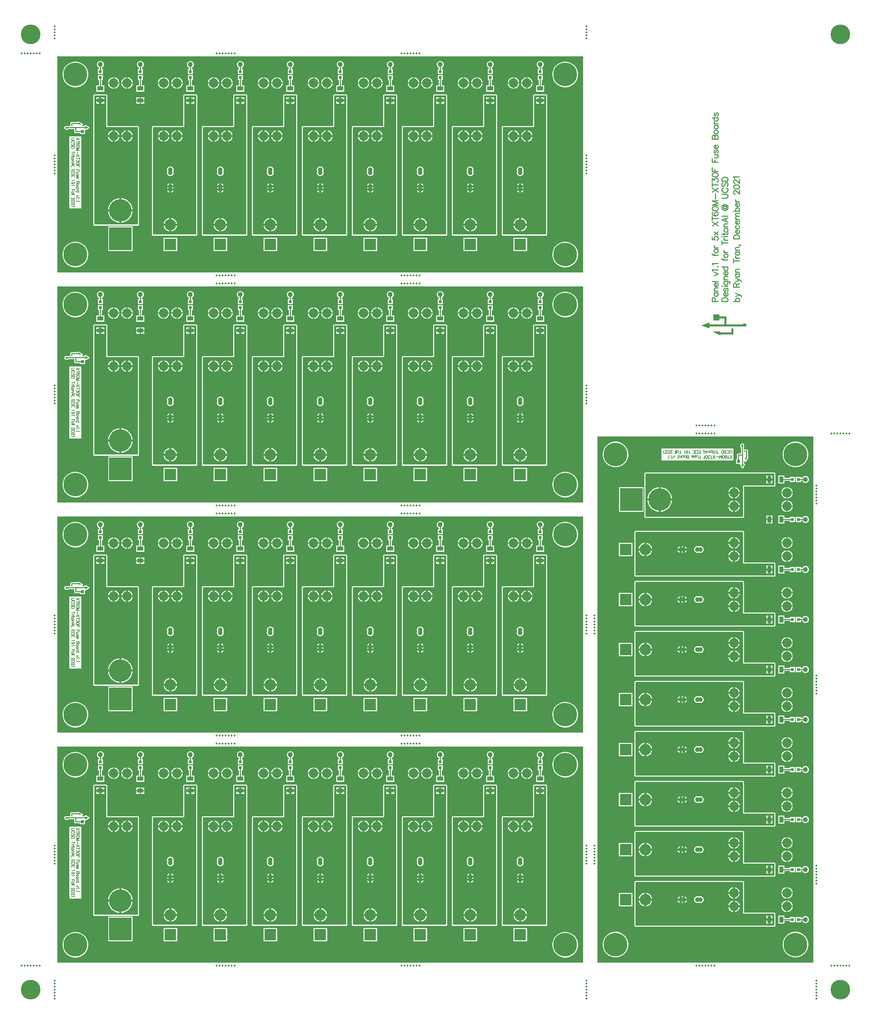
<source format=gtl>
G04*
G04 #@! TF.GenerationSoftware,Altium Limited,Altium Designer,22.0.2 (36)*
G04*
G04 Layer_Physical_Order=1*
G04 Layer_Color=255*
%FSLAX44Y44*%
%MOMM*%
G71*
G04*
G04 #@! TF.SameCoordinates,7D7719C0-51A1-41A7-90C6-739A12DC03E5*
G04*
G04*
G04 #@! TF.FilePolarity,Positive*
G04*
G01*
G75*
%ADD10C,0.2540*%
%ADD11R,1.5000X1.0500*%
%ADD12R,0.8000X0.8000*%
%ADD13C,0.1270*%
%ADD14R,1.0500X1.5000*%
%ADD15R,0.8000X0.8000*%
%ADD16C,5.0000*%
%ADD17C,0.5080*%
%ADD18C,1.2000*%
%ADD19C,2.9210*%
%ADD20C,2.4000*%
%ADD21R,2.9210X2.9210*%
%ADD22C,5.7150*%
%ADD23R,5.7150X5.7150*%
%ADD24C,6.0000*%
%ADD25C,1.2700*%
%ADD26R,2.9210X2.9210*%
%ADD27R,5.7150X5.7150*%
G36*
X1441920Y2407435D02*
X1441920Y1858800D01*
X105880D01*
X105880Y2407441D01*
X1441920Y2407435D01*
D02*
G37*
G36*
X1788160Y1747520D02*
X1805940D01*
Y1727200D01*
X1846580D01*
X1847324Y1727944D01*
Y1727944D01*
X1847751Y1728371D01*
X1848755Y1729042D01*
X1849871Y1729504D01*
X1851056Y1729740D01*
X1852264D01*
X1853449Y1729504D01*
X1854565Y1729042D01*
X1855569Y1728371D01*
X1855996Y1727944D01*
X1856740Y1727200D01*
X1856740Y1722120D01*
X1762760D01*
Y1717040D01*
X1742440Y1724660D01*
X1762760Y1732280D01*
Y1727200D01*
X1800860D01*
Y1742440D01*
X1788160D01*
Y1737360D01*
X1772920D01*
Y1752600D01*
X1788160D01*
Y1747520D01*
D02*
G37*
G36*
X1823720Y1701800D02*
X1790700D01*
Y1699260D01*
X1770380Y1709420D01*
X1790700D01*
Y1706880D01*
X1818640D01*
Y1717040D01*
X1823720D01*
Y1701800D01*
D02*
G37*
G36*
X1441920Y1823235D02*
X1441920Y1274600D01*
X105880D01*
X105880Y1823241D01*
X1441920Y1823235D01*
D02*
G37*
G36*
Y1239035D02*
X1441920Y690400D01*
X105880D01*
X105880Y1239041D01*
X1441920Y1239035D01*
D02*
G37*
G36*
X2026915Y106680D02*
X1478280Y106680D01*
Y1442720D01*
X2026921Y1442720D01*
X2026915Y106680D01*
D02*
G37*
G36*
X1441920Y654836D02*
X1441920Y106200D01*
X105880D01*
X105880Y654841D01*
X1441920Y654836D01*
D02*
G37*
%LPC*%
G36*
X1333870Y2396010D02*
X1331530D01*
X1329269Y2395404D01*
X1327241Y2394234D01*
X1325586Y2392579D01*
X1324416Y2390551D01*
X1323810Y2388290D01*
Y2385950D01*
X1324416Y2383689D01*
X1325586Y2381661D01*
X1327241Y2380006D01*
X1328815Y2379097D01*
Y2375760D01*
X1326160D01*
Y2362680D01*
X1339240D01*
Y2375760D01*
X1336585D01*
Y2379097D01*
X1338159Y2380006D01*
X1339814Y2381661D01*
X1340984Y2383689D01*
X1341590Y2385950D01*
Y2388290D01*
X1340984Y2390551D01*
X1339814Y2392579D01*
X1338159Y2394234D01*
X1336131Y2395404D01*
X1333870Y2396010D01*
D02*
G37*
G36*
X1206870D02*
X1204530D01*
X1202269Y2395404D01*
X1200241Y2394234D01*
X1198586Y2392579D01*
X1197416Y2390551D01*
X1196810Y2388290D01*
Y2385950D01*
X1197416Y2383689D01*
X1198586Y2381661D01*
X1200241Y2380006D01*
X1201815Y2379097D01*
Y2375760D01*
X1199160D01*
Y2362680D01*
X1212240D01*
Y2375760D01*
X1209585D01*
Y2379097D01*
X1211159Y2380006D01*
X1212814Y2381661D01*
X1213984Y2383689D01*
X1214590Y2385950D01*
Y2388290D01*
X1213984Y2390551D01*
X1212814Y2392579D01*
X1211159Y2394234D01*
X1209131Y2395404D01*
X1206870Y2396010D01*
D02*
G37*
G36*
X1079870D02*
X1077530D01*
X1075269Y2395404D01*
X1073241Y2394234D01*
X1071586Y2392579D01*
X1070416Y2390551D01*
X1069810Y2388290D01*
Y2385950D01*
X1070416Y2383689D01*
X1071586Y2381661D01*
X1073241Y2380006D01*
X1074815Y2379097D01*
Y2375760D01*
X1072160D01*
Y2362680D01*
X1085240D01*
Y2375760D01*
X1082585D01*
Y2379097D01*
X1084159Y2380006D01*
X1085814Y2381661D01*
X1086984Y2383689D01*
X1087590Y2385950D01*
Y2388290D01*
X1086984Y2390551D01*
X1085814Y2392579D01*
X1084159Y2394234D01*
X1082131Y2395404D01*
X1079870Y2396010D01*
D02*
G37*
G36*
X952870D02*
X950530D01*
X948269Y2395404D01*
X946241Y2394234D01*
X944586Y2392579D01*
X943416Y2390551D01*
X942810Y2388290D01*
Y2385950D01*
X943416Y2383689D01*
X944586Y2381661D01*
X946241Y2380006D01*
X947815Y2379097D01*
Y2375760D01*
X945160D01*
Y2362680D01*
X958240D01*
Y2375760D01*
X955585D01*
Y2379097D01*
X957159Y2380006D01*
X958814Y2381661D01*
X959984Y2383689D01*
X960590Y2385950D01*
Y2388290D01*
X959984Y2390551D01*
X958814Y2392579D01*
X957159Y2394234D01*
X955131Y2395404D01*
X952870Y2396010D01*
D02*
G37*
G36*
X825870D02*
X823530D01*
X821269Y2395404D01*
X819241Y2394234D01*
X817586Y2392579D01*
X816416Y2390551D01*
X815810Y2388290D01*
Y2385950D01*
X816416Y2383689D01*
X817586Y2381661D01*
X819241Y2380006D01*
X820815Y2379097D01*
Y2375760D01*
X818160D01*
Y2362680D01*
X831240D01*
Y2375760D01*
X828585D01*
Y2379097D01*
X830159Y2380006D01*
X831814Y2381661D01*
X832984Y2383689D01*
X833590Y2385950D01*
Y2388290D01*
X832984Y2390551D01*
X831814Y2392579D01*
X830159Y2394234D01*
X828131Y2395404D01*
X825870Y2396010D01*
D02*
G37*
G36*
X698870D02*
X696530D01*
X694269Y2395404D01*
X692241Y2394234D01*
X690586Y2392579D01*
X689416Y2390551D01*
X688810Y2388290D01*
Y2385950D01*
X689416Y2383689D01*
X690586Y2381661D01*
X692241Y2380006D01*
X693815Y2379097D01*
Y2375760D01*
X691160D01*
Y2362680D01*
X704240D01*
Y2375760D01*
X701585D01*
Y2379097D01*
X703159Y2380006D01*
X704814Y2381661D01*
X705984Y2383689D01*
X706590Y2385950D01*
Y2388290D01*
X705984Y2390551D01*
X704814Y2392579D01*
X703159Y2394234D01*
X701131Y2395404D01*
X698870Y2396010D01*
D02*
G37*
G36*
X571870D02*
X569530D01*
X567269Y2395404D01*
X565241Y2394234D01*
X563586Y2392579D01*
X562416Y2390551D01*
X561810Y2388290D01*
Y2385950D01*
X562416Y2383689D01*
X563586Y2381661D01*
X565241Y2380006D01*
X566815Y2379097D01*
Y2375760D01*
X564160D01*
Y2362680D01*
X577240D01*
Y2375760D01*
X574585D01*
Y2379097D01*
X576159Y2380006D01*
X577814Y2381661D01*
X578984Y2383689D01*
X579590Y2385950D01*
Y2388290D01*
X578984Y2390551D01*
X577814Y2392579D01*
X576159Y2394234D01*
X574131Y2395404D01*
X571870Y2396010D01*
D02*
G37*
G36*
X444870D02*
X442530D01*
X440269Y2395404D01*
X438241Y2394234D01*
X436586Y2392579D01*
X435416Y2390551D01*
X434810Y2388290D01*
Y2385950D01*
X435416Y2383689D01*
X436586Y2381661D01*
X438241Y2380006D01*
X439815Y2379097D01*
Y2375760D01*
X437160D01*
Y2362680D01*
X450240D01*
Y2375760D01*
X447585D01*
Y2379097D01*
X449159Y2380006D01*
X450814Y2381661D01*
X451984Y2383689D01*
X452590Y2385950D01*
Y2388290D01*
X451984Y2390551D01*
X450814Y2392579D01*
X449159Y2394234D01*
X447131Y2395404D01*
X444870Y2396010D01*
D02*
G37*
G36*
X317870D02*
X315530D01*
X313269Y2395404D01*
X311241Y2394234D01*
X309586Y2392579D01*
X308416Y2390551D01*
X307810Y2388290D01*
Y2385950D01*
X308416Y2383689D01*
X309586Y2381661D01*
X311241Y2380006D01*
X312815Y2379097D01*
Y2375760D01*
X310160D01*
Y2362680D01*
X323240D01*
Y2375760D01*
X320585D01*
Y2379097D01*
X322159Y2380006D01*
X323814Y2381661D01*
X324984Y2383689D01*
X325590Y2385950D01*
Y2388290D01*
X324984Y2390551D01*
X323814Y2392579D01*
X322159Y2394234D01*
X320131Y2395404D01*
X317870Y2396010D01*
D02*
G37*
G36*
X216270D02*
X213930D01*
X211669Y2395404D01*
X209641Y2394234D01*
X207986Y2392579D01*
X206816Y2390551D01*
X206210Y2388290D01*
Y2385950D01*
X206816Y2383689D01*
X207986Y2381661D01*
X209641Y2380006D01*
X211215Y2379097D01*
Y2375760D01*
X208560D01*
Y2362680D01*
X221640D01*
Y2375760D01*
X218985D01*
Y2379097D01*
X220559Y2380006D01*
X222214Y2381661D01*
X223384Y2383689D01*
X223990Y2385950D01*
Y2388290D01*
X223384Y2390551D01*
X222214Y2392579D01*
X220559Y2394234D01*
X218531Y2395404D01*
X216270Y2396010D01*
D02*
G37*
G36*
X1300814Y2354710D02*
X1300170D01*
Y2341440D01*
X1313440D01*
Y2342084D01*
X1312449Y2345782D01*
X1310535Y2349098D01*
X1307828Y2351805D01*
X1304512Y2353719D01*
X1300814Y2354710D01*
D02*
G37*
G36*
X1173814D02*
X1173170D01*
Y2341440D01*
X1186440D01*
Y2342084D01*
X1185449Y2345782D01*
X1183535Y2349098D01*
X1180828Y2351805D01*
X1177512Y2353719D01*
X1173814Y2354710D01*
D02*
G37*
G36*
X1046814D02*
X1046170D01*
Y2341440D01*
X1059440D01*
Y2342084D01*
X1058449Y2345782D01*
X1056535Y2349098D01*
X1053828Y2351805D01*
X1050512Y2353719D01*
X1046814Y2354710D01*
D02*
G37*
G36*
X919814D02*
X919170D01*
Y2341440D01*
X932440D01*
Y2342084D01*
X931449Y2345782D01*
X929535Y2349098D01*
X926828Y2351805D01*
X923512Y2353719D01*
X919814Y2354710D01*
D02*
G37*
G36*
X792814D02*
X792170D01*
Y2341440D01*
X805440D01*
Y2342084D01*
X804449Y2345782D01*
X802535Y2349098D01*
X799828Y2351805D01*
X796512Y2353719D01*
X792814Y2354710D01*
D02*
G37*
G36*
X665814D02*
X665170D01*
Y2341440D01*
X678440D01*
Y2342084D01*
X677449Y2345782D01*
X675535Y2349098D01*
X672828Y2351805D01*
X669512Y2353719D01*
X665814Y2354710D01*
D02*
G37*
G36*
X538814D02*
X538170D01*
Y2341440D01*
X551440D01*
Y2342084D01*
X550449Y2345782D01*
X548535Y2349098D01*
X545828Y2351805D01*
X542512Y2353719D01*
X538814Y2354710D01*
D02*
G37*
G36*
X411814D02*
X411170D01*
Y2341440D01*
X424440D01*
Y2342084D01*
X423449Y2345782D01*
X421535Y2349098D01*
X418828Y2351805D01*
X415512Y2353719D01*
X411814Y2354710D01*
D02*
G37*
G36*
X1297630D02*
X1296986D01*
X1293288Y2353719D01*
X1289972Y2351805D01*
X1287265Y2349098D01*
X1285351Y2345782D01*
X1284360Y2342084D01*
Y2341440D01*
X1297630D01*
Y2354710D01*
D02*
G37*
G36*
X1170630D02*
X1169986D01*
X1166288Y2353719D01*
X1162972Y2351805D01*
X1160265Y2349098D01*
X1158351Y2345782D01*
X1157360Y2342084D01*
Y2341440D01*
X1170630D01*
Y2354710D01*
D02*
G37*
G36*
X1043630D02*
X1042986D01*
X1039288Y2353719D01*
X1035972Y2351805D01*
X1033265Y2349098D01*
X1031351Y2345782D01*
X1030360Y2342084D01*
Y2341440D01*
X1043630D01*
Y2354710D01*
D02*
G37*
G36*
X916630D02*
X915986D01*
X912288Y2353719D01*
X908972Y2351805D01*
X906265Y2349098D01*
X904351Y2345782D01*
X903360Y2342084D01*
Y2341440D01*
X916630D01*
Y2354710D01*
D02*
G37*
G36*
X789630D02*
X788986D01*
X785288Y2353719D01*
X781972Y2351805D01*
X779265Y2349098D01*
X777351Y2345782D01*
X776360Y2342084D01*
Y2341440D01*
X789630D01*
Y2354710D01*
D02*
G37*
G36*
X662630D02*
X661986D01*
X658288Y2353719D01*
X654972Y2351805D01*
X652265Y2349098D01*
X650351Y2345782D01*
X649360Y2342084D01*
Y2341440D01*
X662630D01*
Y2354710D01*
D02*
G37*
G36*
X535630D02*
X534986D01*
X531288Y2353719D01*
X527972Y2351805D01*
X525265Y2349098D01*
X523351Y2345782D01*
X522360Y2342084D01*
Y2341440D01*
X535630D01*
Y2354710D01*
D02*
G37*
G36*
X408630D02*
X407986D01*
X404288Y2353719D01*
X400972Y2351805D01*
X398265Y2349098D01*
X396351Y2345782D01*
X395360Y2342084D01*
Y2341440D01*
X408630D01*
Y2354710D01*
D02*
G37*
G36*
X284814D02*
X284170D01*
Y2341440D01*
X297440D01*
Y2342084D01*
X296449Y2345782D01*
X294535Y2349098D01*
X291828Y2351805D01*
X288512Y2353719D01*
X284814Y2354710D01*
D02*
G37*
G36*
X250814D02*
X250170D01*
Y2341440D01*
X263440D01*
Y2342084D01*
X262449Y2345782D01*
X260535Y2349098D01*
X257828Y2351805D01*
X254512Y2353719D01*
X250814Y2354710D01*
D02*
G37*
G36*
X281630D02*
X280986D01*
X277288Y2353719D01*
X273972Y2351805D01*
X271265Y2349098D01*
X269351Y2345782D01*
X268360Y2342084D01*
Y2341440D01*
X281630D01*
Y2354710D01*
D02*
G37*
G36*
X247630D02*
X246986D01*
X243288Y2353719D01*
X239972Y2351805D01*
X237265Y2349098D01*
X235351Y2345782D01*
X234360Y2342084D01*
Y2341440D01*
X247630D01*
Y2354710D01*
D02*
G37*
G36*
X1266814D02*
X1266170D01*
Y2341440D01*
X1279440D01*
Y2342084D01*
X1278449Y2345782D01*
X1276535Y2349098D01*
X1273828Y2351805D01*
X1270512Y2353719D01*
X1266814Y2354710D01*
D02*
G37*
G36*
X1139814D02*
X1139170D01*
Y2341440D01*
X1152440D01*
Y2342084D01*
X1151449Y2345782D01*
X1149535Y2349098D01*
X1146828Y2351805D01*
X1143512Y2353719D01*
X1139814Y2354710D01*
D02*
G37*
G36*
X1012814D02*
X1012170D01*
Y2341440D01*
X1025440D01*
Y2342084D01*
X1024449Y2345782D01*
X1022535Y2349098D01*
X1019828Y2351805D01*
X1016512Y2353719D01*
X1012814Y2354710D01*
D02*
G37*
G36*
X885814D02*
X885170D01*
Y2341440D01*
X898440D01*
Y2342084D01*
X897449Y2345782D01*
X895535Y2349098D01*
X892828Y2351805D01*
X889512Y2353719D01*
X885814Y2354710D01*
D02*
G37*
G36*
X758814D02*
X758170D01*
Y2341440D01*
X771440D01*
Y2342084D01*
X770449Y2345782D01*
X768535Y2349098D01*
X765828Y2351805D01*
X762512Y2353719D01*
X758814Y2354710D01*
D02*
G37*
G36*
X631814D02*
X631170D01*
Y2341440D01*
X644440D01*
Y2342084D01*
X643449Y2345782D01*
X641535Y2349098D01*
X638828Y2351805D01*
X635512Y2353719D01*
X631814Y2354710D01*
D02*
G37*
G36*
X504814D02*
X504170D01*
Y2341440D01*
X517440D01*
Y2342084D01*
X516449Y2345782D01*
X514535Y2349098D01*
X511828Y2351805D01*
X508512Y2353719D01*
X504814Y2354710D01*
D02*
G37*
G36*
X377814D02*
X377170D01*
Y2341440D01*
X390440D01*
Y2342084D01*
X389449Y2345782D01*
X387535Y2349098D01*
X384828Y2351805D01*
X381512Y2353719D01*
X377814Y2354710D01*
D02*
G37*
G36*
X1263630D02*
X1262986D01*
X1259288Y2353719D01*
X1255972Y2351805D01*
X1253265Y2349098D01*
X1251351Y2345782D01*
X1250360Y2342084D01*
Y2341440D01*
X1263630D01*
Y2354710D01*
D02*
G37*
G36*
X1136630D02*
X1135986D01*
X1132288Y2353719D01*
X1128972Y2351805D01*
X1126265Y2349098D01*
X1124351Y2345782D01*
X1123360Y2342084D01*
Y2341440D01*
X1136630D01*
Y2354710D01*
D02*
G37*
G36*
X1009630D02*
X1008986D01*
X1005288Y2353719D01*
X1001972Y2351805D01*
X999265Y2349098D01*
X997351Y2345782D01*
X996360Y2342084D01*
Y2341440D01*
X1009630D01*
Y2354710D01*
D02*
G37*
G36*
X882630D02*
X881986D01*
X878288Y2353719D01*
X874972Y2351805D01*
X872265Y2349098D01*
X870351Y2345782D01*
X869360Y2342084D01*
Y2341440D01*
X882630D01*
Y2354710D01*
D02*
G37*
G36*
X755630D02*
X754986D01*
X751288Y2353719D01*
X747972Y2351805D01*
X745265Y2349098D01*
X743351Y2345782D01*
X742360Y2342084D01*
Y2341440D01*
X755630D01*
Y2354710D01*
D02*
G37*
G36*
X628630D02*
X627986D01*
X624288Y2353719D01*
X620972Y2351805D01*
X618265Y2349098D01*
X616351Y2345782D01*
X615360Y2342084D01*
Y2341440D01*
X628630D01*
Y2354710D01*
D02*
G37*
G36*
X501630D02*
X500986D01*
X497288Y2353719D01*
X493972Y2351805D01*
X491265Y2349098D01*
X489351Y2345782D01*
X488360Y2342084D01*
Y2341440D01*
X501630D01*
Y2354710D01*
D02*
G37*
G36*
X374630D02*
X373986D01*
X370288Y2353719D01*
X366972Y2351805D01*
X364265Y2349098D01*
X362351Y2345782D01*
X361360Y2342084D01*
Y2341440D01*
X374630D01*
Y2354710D01*
D02*
G37*
G36*
X1398761Y2394260D02*
X1393639D01*
X1388580Y2393459D01*
X1383709Y2391876D01*
X1379145Y2389551D01*
X1375002Y2386540D01*
X1371380Y2382918D01*
X1368369Y2378775D01*
X1366044Y2374211D01*
X1364461Y2369340D01*
X1363660Y2364281D01*
Y2359159D01*
X1364461Y2354100D01*
X1366044Y2349229D01*
X1368369Y2344665D01*
X1371380Y2340522D01*
X1375002Y2336900D01*
X1379145Y2333889D01*
X1383709Y2331564D01*
X1388580Y2329981D01*
X1393639Y2329180D01*
X1398761D01*
X1403820Y2329981D01*
X1408691Y2331564D01*
X1413255Y2333889D01*
X1417398Y2336900D01*
X1421020Y2340522D01*
X1424031Y2344665D01*
X1426356Y2349229D01*
X1427939Y2354100D01*
X1428740Y2359159D01*
Y2364281D01*
X1427939Y2369340D01*
X1426356Y2374211D01*
X1424031Y2378775D01*
X1421020Y2382918D01*
X1417398Y2386540D01*
X1413255Y2389551D01*
X1408691Y2391876D01*
X1403820Y2393459D01*
X1398761Y2394260D01*
D02*
G37*
G36*
X154161D02*
X149039D01*
X143980Y2393459D01*
X139109Y2391876D01*
X134545Y2389551D01*
X130402Y2386540D01*
X126780Y2382918D01*
X123769Y2378775D01*
X121444Y2374211D01*
X119861Y2369340D01*
X119060Y2364281D01*
Y2359159D01*
X119861Y2354100D01*
X121444Y2349229D01*
X123769Y2344665D01*
X126780Y2340522D01*
X130402Y2336900D01*
X134545Y2333889D01*
X139109Y2331564D01*
X143980Y2329981D01*
X149039Y2329180D01*
X154161D01*
X159220Y2329981D01*
X164091Y2331564D01*
X168655Y2333889D01*
X172798Y2336900D01*
X176420Y2340522D01*
X179431Y2344665D01*
X181756Y2349229D01*
X183339Y2354100D01*
X184140Y2359159D01*
Y2364281D01*
X183339Y2369340D01*
X181756Y2374211D01*
X179431Y2378775D01*
X176420Y2382918D01*
X172798Y2386540D01*
X168655Y2389551D01*
X164091Y2391876D01*
X159220Y2393459D01*
X154161Y2394260D01*
D02*
G37*
G36*
X1313440Y2338900D02*
X1300170D01*
Y2325630D01*
X1300814D01*
X1304512Y2326621D01*
X1307828Y2328535D01*
X1310535Y2331242D01*
X1312449Y2334558D01*
X1313440Y2338256D01*
Y2338900D01*
D02*
G37*
G36*
X1297630D02*
X1284360D01*
Y2338256D01*
X1285351Y2334558D01*
X1287265Y2331242D01*
X1289972Y2328535D01*
X1293288Y2326621D01*
X1296986Y2325630D01*
X1297630D01*
Y2338900D01*
D02*
G37*
G36*
X1279440Y2338900D02*
X1266170D01*
Y2325630D01*
X1266814D01*
X1270512Y2326621D01*
X1273828Y2328535D01*
X1276535Y2331242D01*
X1278449Y2334558D01*
X1279440Y2338256D01*
Y2338900D01*
D02*
G37*
G36*
X1263630D02*
X1250360D01*
Y2338256D01*
X1251351Y2334558D01*
X1253265Y2331242D01*
X1255972Y2328535D01*
X1259288Y2326621D01*
X1262986Y2325630D01*
X1263630D01*
Y2338900D01*
D02*
G37*
G36*
X1186440Y2338900D02*
X1173170D01*
Y2325630D01*
X1173814D01*
X1177512Y2326621D01*
X1180828Y2328535D01*
X1183535Y2331242D01*
X1185449Y2334558D01*
X1186440Y2338256D01*
Y2338900D01*
D02*
G37*
G36*
X1170630D02*
X1157360D01*
Y2338256D01*
X1158351Y2334558D01*
X1160265Y2331242D01*
X1162972Y2328535D01*
X1166288Y2326621D01*
X1169986Y2325630D01*
X1170630D01*
Y2338900D01*
D02*
G37*
G36*
X1152440Y2338900D02*
X1139170D01*
Y2325630D01*
X1139814D01*
X1143512Y2326621D01*
X1146828Y2328535D01*
X1149535Y2331242D01*
X1151449Y2334558D01*
X1152440Y2338256D01*
Y2338900D01*
D02*
G37*
G36*
X1136630D02*
X1123360D01*
Y2338256D01*
X1124351Y2334558D01*
X1126265Y2331242D01*
X1128972Y2328535D01*
X1132288Y2326621D01*
X1135986Y2325630D01*
X1136630D01*
Y2338900D01*
D02*
G37*
G36*
X1059440Y2338900D02*
X1046170D01*
Y2325630D01*
X1046814D01*
X1050512Y2326621D01*
X1053828Y2328535D01*
X1056535Y2331242D01*
X1058449Y2334558D01*
X1059440Y2338256D01*
Y2338900D01*
D02*
G37*
G36*
X1043630D02*
X1030360D01*
Y2338256D01*
X1031351Y2334558D01*
X1033265Y2331242D01*
X1035972Y2328535D01*
X1039288Y2326621D01*
X1042986Y2325630D01*
X1043630D01*
Y2338900D01*
D02*
G37*
G36*
X1025440Y2338900D02*
X1012170D01*
Y2325630D01*
X1012814D01*
X1016512Y2326621D01*
X1019828Y2328535D01*
X1022535Y2331242D01*
X1024449Y2334558D01*
X1025440Y2338256D01*
Y2338900D01*
D02*
G37*
G36*
X1009630D02*
X996360D01*
Y2338256D01*
X997351Y2334558D01*
X999265Y2331242D01*
X1001972Y2328535D01*
X1005288Y2326621D01*
X1008986Y2325630D01*
X1009630D01*
Y2338900D01*
D02*
G37*
G36*
X932440Y2338900D02*
X919170D01*
Y2325630D01*
X919814D01*
X923512Y2326621D01*
X926828Y2328535D01*
X929535Y2331242D01*
X931449Y2334558D01*
X932440Y2338256D01*
Y2338900D01*
D02*
G37*
G36*
X916630D02*
X903360D01*
Y2338256D01*
X904351Y2334558D01*
X906265Y2331242D01*
X908972Y2328535D01*
X912288Y2326621D01*
X915986Y2325630D01*
X916630D01*
Y2338900D01*
D02*
G37*
G36*
X898440Y2338900D02*
X885170D01*
Y2325630D01*
X885814D01*
X889512Y2326621D01*
X892828Y2328535D01*
X895535Y2331242D01*
X897449Y2334558D01*
X898440Y2338256D01*
Y2338900D01*
D02*
G37*
G36*
X882630D02*
X869360D01*
Y2338256D01*
X870351Y2334558D01*
X872265Y2331242D01*
X874972Y2328535D01*
X878288Y2326621D01*
X881986Y2325630D01*
X882630D01*
Y2338900D01*
D02*
G37*
G36*
X805440Y2338900D02*
X792170D01*
Y2325630D01*
X792814D01*
X796512Y2326621D01*
X799828Y2328535D01*
X802535Y2331242D01*
X804449Y2334558D01*
X805440Y2338256D01*
Y2338900D01*
D02*
G37*
G36*
X789630D02*
X776360D01*
Y2338256D01*
X777351Y2334558D01*
X779265Y2331242D01*
X781972Y2328535D01*
X785288Y2326621D01*
X788986Y2325630D01*
X789630D01*
Y2338900D01*
D02*
G37*
G36*
X771440Y2338900D02*
X758170D01*
Y2325630D01*
X758814D01*
X762512Y2326621D01*
X765828Y2328535D01*
X768535Y2331242D01*
X770449Y2334558D01*
X771440Y2338256D01*
Y2338900D01*
D02*
G37*
G36*
X755630D02*
X742360D01*
Y2338256D01*
X743351Y2334558D01*
X745265Y2331242D01*
X747972Y2328535D01*
X751288Y2326621D01*
X754986Y2325630D01*
X755630D01*
Y2338900D01*
D02*
G37*
G36*
X678440Y2338900D02*
X665170D01*
Y2325630D01*
X665814D01*
X669512Y2326621D01*
X672828Y2328535D01*
X675535Y2331242D01*
X677449Y2334558D01*
X678440Y2338256D01*
Y2338900D01*
D02*
G37*
G36*
X662630D02*
X649360D01*
Y2338256D01*
X650351Y2334558D01*
X652265Y2331242D01*
X654972Y2328535D01*
X658288Y2326621D01*
X661986Y2325630D01*
X662630D01*
Y2338900D01*
D02*
G37*
G36*
X644440Y2338900D02*
X631170D01*
Y2325630D01*
X631814D01*
X635512Y2326621D01*
X638828Y2328535D01*
X641535Y2331242D01*
X643449Y2334558D01*
X644440Y2338256D01*
Y2338900D01*
D02*
G37*
G36*
X628630D02*
X615360D01*
Y2338256D01*
X616351Y2334558D01*
X618265Y2331242D01*
X620972Y2328535D01*
X624288Y2326621D01*
X627986Y2325630D01*
X628630D01*
Y2338900D01*
D02*
G37*
G36*
X551440Y2338900D02*
X538170D01*
Y2325630D01*
X538814D01*
X542512Y2326621D01*
X545828Y2328535D01*
X548535Y2331242D01*
X550449Y2334558D01*
X551440Y2338256D01*
Y2338900D01*
D02*
G37*
G36*
X535630D02*
X522360D01*
Y2338256D01*
X523351Y2334558D01*
X525265Y2331242D01*
X527972Y2328535D01*
X531288Y2326621D01*
X534986Y2325630D01*
X535630D01*
Y2338900D01*
D02*
G37*
G36*
X517440Y2338900D02*
X504170D01*
Y2325630D01*
X504814D01*
X508512Y2326621D01*
X511828Y2328535D01*
X514535Y2331242D01*
X516449Y2334558D01*
X517440Y2338256D01*
Y2338900D01*
D02*
G37*
G36*
X501630D02*
X488360D01*
Y2338256D01*
X489351Y2334558D01*
X491265Y2331242D01*
X493972Y2328535D01*
X497288Y2326621D01*
X500986Y2325630D01*
X501630D01*
Y2338900D01*
D02*
G37*
G36*
X424440Y2338900D02*
X411170D01*
Y2325630D01*
X411814D01*
X415512Y2326621D01*
X418828Y2328535D01*
X421535Y2331242D01*
X423449Y2334558D01*
X424440Y2338256D01*
Y2338900D01*
D02*
G37*
G36*
X408630D02*
X395360D01*
Y2338256D01*
X396351Y2334558D01*
X398265Y2331242D01*
X400972Y2328535D01*
X404288Y2326621D01*
X407986Y2325630D01*
X408630D01*
Y2338900D01*
D02*
G37*
G36*
X390440Y2338900D02*
X377170D01*
Y2325630D01*
X377814D01*
X381512Y2326621D01*
X384828Y2328535D01*
X387535Y2331242D01*
X389449Y2334558D01*
X390440Y2338256D01*
Y2338900D01*
D02*
G37*
G36*
X374630D02*
X361360D01*
Y2338256D01*
X362351Y2334558D01*
X364265Y2331242D01*
X366972Y2328535D01*
X370288Y2326621D01*
X373986Y2325630D01*
X374630D01*
Y2338900D01*
D02*
G37*
G36*
X297440Y2338900D02*
X284170D01*
Y2325630D01*
X284814D01*
X288512Y2326621D01*
X291828Y2328535D01*
X294535Y2331242D01*
X296449Y2334558D01*
X297440Y2338256D01*
Y2338900D01*
D02*
G37*
G36*
X281630D02*
X268360D01*
Y2338256D01*
X269351Y2334558D01*
X271265Y2331242D01*
X273972Y2328535D01*
X277288Y2326621D01*
X280986Y2325630D01*
X281630D01*
Y2338900D01*
D02*
G37*
G36*
X263440D02*
X250170D01*
Y2325630D01*
X250814D01*
X254512Y2326621D01*
X257828Y2328535D01*
X260535Y2331242D01*
X262449Y2334558D01*
X263440Y2338256D01*
Y2338900D01*
D02*
G37*
G36*
X247630D02*
X234360D01*
Y2338256D01*
X235351Y2334558D01*
X237265Y2331242D01*
X239972Y2328535D01*
X243288Y2326621D01*
X246986Y2325630D01*
X247630D01*
Y2338900D01*
D02*
G37*
G36*
X1339240Y2360760D02*
X1326160D01*
Y2347680D01*
X1328815D01*
Y2333960D01*
X1322660D01*
Y2318380D01*
X1342740D01*
Y2333960D01*
X1336585D01*
Y2347680D01*
X1339240D01*
Y2360760D01*
D02*
G37*
G36*
X1212240D02*
X1199160D01*
Y2347680D01*
X1201815D01*
Y2333960D01*
X1195660D01*
Y2318380D01*
X1215740D01*
Y2333960D01*
X1209585D01*
Y2347680D01*
X1212240D01*
Y2360760D01*
D02*
G37*
G36*
X1085240D02*
X1072160D01*
Y2347680D01*
X1074815D01*
Y2333960D01*
X1068660D01*
Y2318380D01*
X1088740D01*
Y2333960D01*
X1082585D01*
Y2347680D01*
X1085240D01*
Y2360760D01*
D02*
G37*
G36*
X958240D02*
X945160D01*
Y2347680D01*
X947815D01*
Y2333960D01*
X941660D01*
Y2318380D01*
X961740D01*
Y2333960D01*
X955585D01*
Y2347680D01*
X958240D01*
Y2360760D01*
D02*
G37*
G36*
X831240D02*
X818160D01*
Y2347680D01*
X820815D01*
Y2333960D01*
X814660D01*
Y2318380D01*
X834740D01*
Y2333960D01*
X828585D01*
Y2347680D01*
X831240D01*
Y2360760D01*
D02*
G37*
G36*
X704240D02*
X691160D01*
Y2347680D01*
X693815D01*
Y2333960D01*
X687660D01*
Y2318380D01*
X707740D01*
Y2333960D01*
X701585D01*
Y2347680D01*
X704240D01*
Y2360760D01*
D02*
G37*
G36*
X577240D02*
X564160D01*
Y2347680D01*
X566815D01*
Y2333960D01*
X560660D01*
Y2318380D01*
X580740D01*
Y2333960D01*
X574585D01*
Y2347680D01*
X577240D01*
Y2360760D01*
D02*
G37*
G36*
X450240D02*
X437160D01*
Y2347680D01*
X439815D01*
Y2333960D01*
X433660D01*
Y2318380D01*
X453740D01*
Y2333960D01*
X447585D01*
Y2347680D01*
X450240D01*
Y2360760D01*
D02*
G37*
G36*
X323240D02*
X310160D01*
Y2347680D01*
X312815D01*
Y2333960D01*
X306660D01*
Y2318380D01*
X326740D01*
Y2333960D01*
X320585D01*
Y2347680D01*
X323240D01*
Y2360760D01*
D02*
G37*
G36*
X221640D02*
X208560D01*
Y2347680D01*
X211215D01*
Y2333960D01*
X205060D01*
Y2318380D01*
X225140D01*
Y2333960D01*
X218985D01*
Y2347680D01*
X221640D01*
Y2360760D01*
D02*
G37*
G36*
X326740Y2303460D02*
X317970D01*
Y2296940D01*
X326740D01*
Y2303460D01*
D02*
G37*
G36*
X315430D02*
X306660D01*
Y2296940D01*
X315430D01*
Y2303460D01*
D02*
G37*
G36*
X326740Y2294400D02*
X317970D01*
Y2287880D01*
X326740D01*
Y2294400D01*
D02*
G37*
G36*
X315430D02*
X306660D01*
Y2287880D01*
X315430D01*
Y2294400D01*
D02*
G37*
G36*
X159220Y2242390D02*
X158882Y2242323D01*
X158539Y2242298D01*
X158391Y2242225D01*
X158229Y2242193D01*
X157942Y2242001D01*
X157634Y2241848D01*
X157526Y2241723D01*
X157389Y2241631D01*
X157197Y2241345D01*
X157002Y2241120D01*
X141440D01*
X140449Y2240923D01*
X139609Y2240361D01*
X139047Y2239521D01*
X138850Y2238530D01*
Y2230960D01*
X126200D01*
X125209Y2230763D01*
X124369Y2230201D01*
X123807Y2229361D01*
X123610Y2228370D01*
X123610Y2225830D01*
X123622Y2225770D01*
X123613Y2225708D01*
X123721Y2225276D01*
X123807Y2224839D01*
X123842Y2224788D01*
X123856Y2224728D01*
X124069Y2224276D01*
X124286Y2223982D01*
X124470Y2223666D01*
X125130Y2222916D01*
X125421Y2222695D01*
X125685Y2222442D01*
X126529Y2221907D01*
X126869Y2221775D01*
X127194Y2221607D01*
X128153Y2221328D01*
X128517Y2221297D01*
X128876Y2221225D01*
X129874Y2221225D01*
X130233Y2221297D01*
X130597Y2221328D01*
X131556Y2221607D01*
X131881Y2221776D01*
X132221Y2221908D01*
X133065Y2222443D01*
X133329Y2222695D01*
X133620Y2222917D01*
X133904Y2223240D01*
X149010Y2223240D01*
Y2215670D01*
X149207Y2214679D01*
X149769Y2213839D01*
X150609Y2213277D01*
X151600Y2213080D01*
X162990Y2213080D01*
X163177Y2212139D01*
X163739Y2211299D01*
X164579Y2210737D01*
X165570Y2210540D01*
X173190D01*
X174181Y2210737D01*
X175021Y2211299D01*
X175583Y2212139D01*
X175780Y2213130D01*
Y2219648D01*
X175805Y2219744D01*
X176081Y2220108D01*
X177000Y2220700D01*
X177091Y2220718D01*
X177184Y2220707D01*
X177584Y2220816D01*
X177991Y2220897D01*
X178068Y2220949D01*
X178158Y2220974D01*
X185778Y2224784D01*
X186035Y2224983D01*
X186317Y2225144D01*
X186430Y2225290D01*
X186576Y2225403D01*
X186737Y2225685D01*
X186936Y2225942D01*
X186985Y2226120D01*
X187077Y2226281D01*
X187118Y2226603D01*
X187203Y2226916D01*
X187180Y2227100D01*
X187203Y2227284D01*
X187118Y2227597D01*
X187077Y2227919D01*
X186985Y2228080D01*
X186936Y2228258D01*
X186737Y2228515D01*
X186576Y2228797D01*
X186430Y2228910D01*
X186317Y2229057D01*
X186035Y2229217D01*
X185778Y2229416D01*
X178158Y2233226D01*
X178068Y2233251D01*
X177991Y2233303D01*
X177584Y2233384D01*
X177184Y2233493D01*
X177091Y2233482D01*
X177000Y2233500D01*
X176593Y2233419D01*
X176181Y2233367D01*
X176100Y2233321D01*
X176009Y2233303D01*
X175664Y2233072D01*
X175303Y2232867D01*
X175246Y2232793D01*
X175169Y2232741D01*
X174938Y2232396D01*
X174684Y2232068D01*
X174659Y2231978D01*
X174607Y2231901D01*
X174526Y2231494D01*
X174417Y2231094D01*
X173164Y2230960D01*
X168890D01*
X168791Y2232222D01*
X168939Y2232295D01*
X169101Y2232327D01*
X169387Y2232519D01*
X169696Y2232672D01*
X169804Y2232797D01*
X169941Y2232889D01*
X170133Y2233175D01*
X170359Y2233435D01*
X170411Y2233592D01*
X170503Y2233729D01*
X170570Y2234067D01*
X170679Y2234393D01*
X170668Y2234558D01*
X170700Y2234720D01*
X170633Y2235058D01*
X170609Y2235401D01*
X170535Y2235549D01*
X170503Y2235711D01*
X170311Y2235997D01*
X170158Y2236306D01*
X170033Y2236414D01*
X169941Y2236551D01*
X169655Y2236743D01*
X169395Y2236969D01*
X160505Y2242049D01*
X160348Y2242101D01*
X160211Y2242193D01*
X159873Y2242260D01*
X159547Y2242369D01*
X159382Y2242358D01*
X159220Y2242390D01*
D02*
G37*
G36*
X166840Y2204240D02*
X136360D01*
Y2021360D01*
X166840D01*
Y2204240D01*
D02*
G37*
G36*
X230340Y2310970D02*
X199860D01*
X198869Y2310773D01*
X198029Y2310211D01*
X197467Y2309371D01*
X197270Y2308380D01*
Y1980720D01*
X197467Y1979729D01*
X198029Y1978889D01*
X198869Y1978327D01*
X199860Y1978130D01*
X310350D01*
X311341Y1978327D01*
X312181Y1978889D01*
X312743Y1979729D01*
X312940Y1980720D01*
Y2228370D01*
X312743Y2229361D01*
X312181Y2230201D01*
X311341Y2230763D01*
X310350Y2230960D01*
X232930D01*
Y2308380D01*
X232733Y2309371D01*
X232171Y2310211D01*
X231331Y2310773D01*
X230340Y2310970D01*
D02*
G37*
G36*
X1347940D02*
X1317460D01*
X1316469Y2310773D01*
X1315629Y2310211D01*
X1315067Y2309371D01*
X1314870Y2308380D01*
Y2230960D01*
X1237450D01*
X1236459Y2230763D01*
X1235619Y2230201D01*
X1235057Y2229361D01*
X1234860Y2228370D01*
Y1955320D01*
X1235057Y1954329D01*
X1235619Y1953489D01*
X1236459Y1952927D01*
X1237450Y1952730D01*
X1347940D01*
X1348931Y1952927D01*
X1349771Y1953489D01*
X1350333Y1954329D01*
X1350530Y1955320D01*
Y2308380D01*
X1350333Y2309371D01*
X1349771Y2310211D01*
X1348931Y2310773D01*
X1347940Y2310970D01*
D02*
G37*
G36*
X1220940D02*
X1190460D01*
X1189469Y2310773D01*
X1188629Y2310211D01*
X1188067Y2309371D01*
X1187870Y2308380D01*
Y2230960D01*
X1110450D01*
X1109459Y2230763D01*
X1108619Y2230201D01*
X1108057Y2229361D01*
X1107860Y2228370D01*
Y1955320D01*
X1108057Y1954329D01*
X1108619Y1953489D01*
X1109459Y1952927D01*
X1110450Y1952730D01*
X1220940D01*
X1221931Y1952927D01*
X1222771Y1953489D01*
X1223333Y1954329D01*
X1223530Y1955320D01*
Y2308380D01*
X1223333Y2309371D01*
X1222771Y2310211D01*
X1221931Y2310773D01*
X1220940Y2310970D01*
D02*
G37*
G36*
X1093940D02*
X1063460D01*
X1062469Y2310773D01*
X1061629Y2310211D01*
X1061067Y2309371D01*
X1060870Y2308380D01*
Y2230960D01*
X983450D01*
X982459Y2230763D01*
X981619Y2230201D01*
X981057Y2229361D01*
X980860Y2228370D01*
Y1955320D01*
X981057Y1954329D01*
X981619Y1953489D01*
X982459Y1952927D01*
X983450Y1952730D01*
X1093940D01*
X1094931Y1952927D01*
X1095771Y1953489D01*
X1096333Y1954329D01*
X1096530Y1955320D01*
Y2308380D01*
X1096333Y2309371D01*
X1095771Y2310211D01*
X1094931Y2310773D01*
X1093940Y2310970D01*
D02*
G37*
G36*
X966940D02*
X936460D01*
X935469Y2310773D01*
X934629Y2310211D01*
X934067Y2309371D01*
X933870Y2308380D01*
Y2230960D01*
X856450D01*
X855459Y2230763D01*
X854619Y2230201D01*
X854057Y2229361D01*
X853860Y2228370D01*
Y1955320D01*
X854057Y1954329D01*
X854619Y1953489D01*
X855459Y1952927D01*
X856450Y1952730D01*
X966940D01*
X967931Y1952927D01*
X968771Y1953489D01*
X969333Y1954329D01*
X969530Y1955320D01*
Y2308380D01*
X969333Y2309371D01*
X968771Y2310211D01*
X967931Y2310773D01*
X966940Y2310970D01*
D02*
G37*
G36*
X839940D02*
X809460D01*
X808469Y2310773D01*
X807629Y2310211D01*
X807067Y2309371D01*
X806870Y2308380D01*
Y2230960D01*
X729450D01*
X728459Y2230763D01*
X727619Y2230201D01*
X727057Y2229361D01*
X726860Y2228370D01*
Y1955320D01*
X727057Y1954329D01*
X727619Y1953489D01*
X728459Y1952927D01*
X729450Y1952730D01*
X839940D01*
X840931Y1952927D01*
X841771Y1953489D01*
X842333Y1954329D01*
X842530Y1955320D01*
Y2308380D01*
X842333Y2309371D01*
X841771Y2310211D01*
X840931Y2310773D01*
X839940Y2310970D01*
D02*
G37*
G36*
X712940D02*
X682460D01*
X681469Y2310773D01*
X680629Y2310211D01*
X680067Y2309371D01*
X679870Y2308380D01*
Y2230960D01*
X602450D01*
X601459Y2230763D01*
X600619Y2230201D01*
X600057Y2229361D01*
X599860Y2228370D01*
Y1955320D01*
X600057Y1954329D01*
X600619Y1953489D01*
X601459Y1952927D01*
X602450Y1952730D01*
X712940D01*
X713931Y1952927D01*
X714771Y1953489D01*
X715333Y1954329D01*
X715530Y1955320D01*
Y2308380D01*
X715333Y2309371D01*
X714771Y2310211D01*
X713931Y2310773D01*
X712940Y2310970D01*
D02*
G37*
G36*
X585940D02*
X555460D01*
X554469Y2310773D01*
X553629Y2310211D01*
X553067Y2309371D01*
X552870Y2308380D01*
Y2230960D01*
X475450D01*
X474459Y2230763D01*
X473619Y2230201D01*
X473057Y2229361D01*
X472860Y2228370D01*
Y1955320D01*
X473057Y1954329D01*
X473619Y1953489D01*
X474459Y1952927D01*
X475450Y1952730D01*
X585940D01*
X586931Y1952927D01*
X587771Y1953489D01*
X588333Y1954329D01*
X588530Y1955320D01*
Y2308380D01*
X588333Y2309371D01*
X587771Y2310211D01*
X586931Y2310773D01*
X585940Y2310970D01*
D02*
G37*
G36*
X458940D02*
X428460D01*
X427469Y2310773D01*
X426629Y2310211D01*
X426067Y2309371D01*
X425870Y2308380D01*
Y2230960D01*
X348450D01*
X347459Y2230763D01*
X346619Y2230201D01*
X346057Y2229361D01*
X345860Y2228370D01*
Y1955320D01*
X346057Y1954329D01*
X346619Y1953489D01*
X347459Y1952927D01*
X348450Y1952730D01*
X458940D01*
X459931Y1952927D01*
X460771Y1953489D01*
X461333Y1954329D01*
X461530Y1955320D01*
Y2308380D01*
X461333Y2309371D01*
X460771Y2310211D01*
X459931Y2310773D01*
X458940Y2310970D01*
D02*
G37*
G36*
X297015Y1975835D02*
X234785D01*
Y1913605D01*
X297015D01*
Y1975835D01*
D02*
G37*
G36*
X1299045Y1947465D02*
X1264755D01*
Y1913175D01*
X1299045D01*
Y1947465D01*
D02*
G37*
G36*
X1172045D02*
X1137755D01*
Y1913175D01*
X1172045D01*
Y1947465D01*
D02*
G37*
G36*
X1045045D02*
X1010755D01*
Y1913175D01*
X1045045D01*
Y1947465D01*
D02*
G37*
G36*
X918045D02*
X883755D01*
Y1913175D01*
X918045D01*
Y1947465D01*
D02*
G37*
G36*
X791045D02*
X756755D01*
Y1913175D01*
X791045D01*
Y1947465D01*
D02*
G37*
G36*
X664045D02*
X629755D01*
Y1913175D01*
X664045D01*
Y1947465D01*
D02*
G37*
G36*
X537045D02*
X502755D01*
Y1913175D01*
X537045D01*
Y1947465D01*
D02*
G37*
G36*
X410045D02*
X375755D01*
Y1913175D01*
X410045D01*
Y1947465D01*
D02*
G37*
G36*
X1398761Y1937060D02*
X1393639D01*
X1388580Y1936259D01*
X1383709Y1934676D01*
X1379145Y1932351D01*
X1375002Y1929340D01*
X1371380Y1925718D01*
X1368369Y1921575D01*
X1366044Y1917011D01*
X1364461Y1912140D01*
X1363660Y1907081D01*
Y1901959D01*
X1364461Y1896900D01*
X1366044Y1892029D01*
X1368369Y1887465D01*
X1371380Y1883322D01*
X1375002Y1879700D01*
X1379145Y1876689D01*
X1383709Y1874364D01*
X1388580Y1872781D01*
X1393639Y1871980D01*
X1398761D01*
X1403820Y1872781D01*
X1408691Y1874364D01*
X1413255Y1876689D01*
X1417398Y1879700D01*
X1421020Y1883322D01*
X1424031Y1887465D01*
X1426356Y1892029D01*
X1427939Y1896900D01*
X1428740Y1901959D01*
Y1907081D01*
X1427939Y1912140D01*
X1426356Y1917011D01*
X1424031Y1921575D01*
X1421020Y1925718D01*
X1417398Y1929340D01*
X1413255Y1932351D01*
X1408691Y1934676D01*
X1403820Y1936259D01*
X1398761Y1937060D01*
D02*
G37*
G36*
X154161D02*
X149039D01*
X143980Y1936259D01*
X139109Y1934676D01*
X134545Y1932351D01*
X130402Y1929340D01*
X126780Y1925718D01*
X123769Y1921575D01*
X121444Y1917011D01*
X119861Y1912140D01*
X119060Y1907081D01*
Y1901959D01*
X119861Y1896900D01*
X121444Y1892029D01*
X123769Y1887465D01*
X126780Y1883322D01*
X130402Y1879700D01*
X134545Y1876689D01*
X139109Y1874364D01*
X143980Y1872781D01*
X149039Y1871980D01*
X154161D01*
X159220Y1872781D01*
X164091Y1874364D01*
X168655Y1876689D01*
X172798Y1879700D01*
X176420Y1883322D01*
X179431Y1887465D01*
X181756Y1892029D01*
X183339Y1896900D01*
X184140Y1901959D01*
Y1907081D01*
X183339Y1912140D01*
X181756Y1917011D01*
X179431Y1921575D01*
X176420Y1925718D01*
X172798Y1929340D01*
X168655Y1932351D01*
X164091Y1934676D01*
X159220Y1936259D01*
X154161Y1937060D01*
D02*
G37*
%LPD*%
G36*
X168110Y2234720D02*
X159220D01*
Y2235990D01*
X143980D01*
Y2230960D01*
X141440D01*
Y2238530D01*
X159220D01*
Y2239800D01*
X168110Y2234720D01*
D02*
G37*
G36*
X184620Y2227100D02*
X177000Y2223290D01*
Y2225830D01*
X154140D01*
Y2218210D01*
X165570Y2218210D01*
Y2220750D01*
X173190D01*
Y2213130D01*
X165570D01*
Y2215670D01*
X151600Y2215670D01*
Y2225830D01*
X132550Y2225830D01*
X132549Y2225831D01*
X132337Y2225379D01*
X131677Y2224629D01*
X130833Y2224094D01*
X129874Y2223815D01*
X128875Y2223815D01*
X127916Y2224094D01*
X127073Y2224629D01*
X126412Y2225378D01*
X126200Y2225830D01*
X126200Y2228370D01*
X177000D01*
Y2230910D01*
X184620Y2227100D01*
D02*
G37*
G36*
X230340Y2228370D02*
X310350D01*
Y1980720D01*
X199860D01*
Y2308380D01*
X230340D01*
Y2228370D01*
D02*
G37*
%LPC*%
G36*
X225140Y2303460D02*
X217640D01*
Y2298210D01*
X225140D01*
Y2303460D01*
D02*
G37*
G36*
X212560D02*
X205060D01*
Y2298210D01*
X212560D01*
Y2303460D01*
D02*
G37*
G36*
X225140Y2293130D02*
X217640D01*
Y2287880D01*
X225140D01*
Y2293130D01*
D02*
G37*
G36*
X212560D02*
X205060D01*
Y2287880D01*
X212560D01*
Y2293130D01*
D02*
G37*
G36*
X285440Y2219842D02*
Y2208010D01*
X297272D01*
X296449Y2211082D01*
X294535Y2214398D01*
X291828Y2217105D01*
X288512Y2219019D01*
X285440Y2219842D01*
D02*
G37*
G36*
X251440D02*
Y2208010D01*
X263272D01*
X262449Y2211082D01*
X260535Y2214398D01*
X257828Y2217105D01*
X254512Y2219019D01*
X251440Y2219842D01*
D02*
G37*
G36*
X280360Y2219842D02*
X277288Y2219019D01*
X273972Y2217105D01*
X271265Y2214398D01*
X269351Y2211082D01*
X268528Y2208010D01*
X280360D01*
Y2219842D01*
D02*
G37*
G36*
X246360D02*
X243288Y2219019D01*
X239972Y2217105D01*
X237265Y2214398D01*
X235351Y2211082D01*
X234528Y2208010D01*
X246360D01*
Y2219842D01*
D02*
G37*
G36*
X280360Y2202930D02*
X268528D01*
X269351Y2199858D01*
X271265Y2196542D01*
X273972Y2193835D01*
X277288Y2191921D01*
X280360Y2191098D01*
Y2202930D01*
D02*
G37*
G36*
X246360D02*
X234528D01*
X235351Y2199858D01*
X237265Y2196542D01*
X239972Y2193835D01*
X243288Y2191921D01*
X246360Y2191098D01*
Y2202930D01*
D02*
G37*
G36*
X297272D02*
X285440D01*
Y2191098D01*
X288512Y2191921D01*
X291828Y2193835D01*
X294535Y2196542D01*
X296449Y2199858D01*
X297272Y2202930D01*
D02*
G37*
G36*
X263272D02*
X251440D01*
Y2191098D01*
X254512Y2191921D01*
X257828Y2193835D01*
X260535Y2196542D01*
X262449Y2199858D01*
X263272Y2202930D01*
D02*
G37*
G36*
X268440Y2047821D02*
Y2019260D01*
X297001D01*
X296249Y2024006D01*
X294735Y2028664D01*
X292512Y2033028D01*
X289633Y2036990D01*
X286170Y2040453D01*
X282208Y2043332D01*
X277844Y2045555D01*
X273186Y2047069D01*
X268440Y2047821D01*
D02*
G37*
G36*
X263360D02*
X258614Y2047069D01*
X253956Y2045555D01*
X249592Y2043332D01*
X245630Y2040453D01*
X242167Y2036990D01*
X239288Y2033028D01*
X237065Y2028664D01*
X235551Y2024006D01*
X234799Y2019260D01*
X263360D01*
Y2047821D01*
D02*
G37*
G36*
X297001Y2014180D02*
X268440D01*
Y1985620D01*
X273186Y1986371D01*
X277844Y1987885D01*
X282208Y1990108D01*
X286170Y1992987D01*
X289633Y1996450D01*
X292512Y2000412D01*
X294735Y2004776D01*
X296249Y2009434D01*
X297001Y2014180D01*
D02*
G37*
G36*
X263360D02*
X234799D01*
X235551Y2009434D01*
X237065Y2004776D01*
X239288Y2000412D01*
X242167Y1996450D01*
X245630Y1992987D01*
X249592Y1990108D01*
X253956Y1987885D01*
X258614Y1986371D01*
X263360Y1985620D01*
Y2014180D01*
D02*
G37*
%LPD*%
G36*
X1347940Y1955320D02*
X1237450D01*
Y2228370D01*
X1317460D01*
Y2308380D01*
X1347940D01*
Y1955320D01*
D02*
G37*
%LPC*%
G36*
X1342740Y2303460D02*
X1335240D01*
Y2298210D01*
X1342740D01*
Y2303460D01*
D02*
G37*
G36*
X1330160D02*
X1322660D01*
Y2298210D01*
X1330160D01*
Y2303460D01*
D02*
G37*
G36*
X1342740Y2293130D02*
X1335240D01*
Y2287880D01*
X1342740D01*
Y2293130D01*
D02*
G37*
G36*
X1330160D02*
X1322660D01*
Y2287880D01*
X1330160D01*
Y2293130D01*
D02*
G37*
G36*
X1301440Y2219842D02*
Y2208010D01*
X1313272D01*
X1312449Y2211082D01*
X1310535Y2214398D01*
X1307828Y2217105D01*
X1304512Y2219019D01*
X1301440Y2219842D01*
D02*
G37*
G36*
X1296360Y2219842D02*
X1293288Y2219019D01*
X1289972Y2217105D01*
X1287265Y2214398D01*
X1285351Y2211082D01*
X1284528Y2208010D01*
X1296360D01*
Y2219842D01*
D02*
G37*
G36*
X1267440D02*
Y2208010D01*
X1279272D01*
X1278449Y2211082D01*
X1276535Y2214398D01*
X1273828Y2217105D01*
X1270512Y2219019D01*
X1267440Y2219842D01*
D02*
G37*
G36*
X1262360D02*
X1259288Y2219019D01*
X1255972Y2217105D01*
X1253265Y2214398D01*
X1251351Y2211082D01*
X1250528Y2208010D01*
X1262360D01*
Y2219842D01*
D02*
G37*
G36*
X1313272Y2202930D02*
X1301440D01*
Y2191098D01*
X1304512Y2191921D01*
X1307828Y2193835D01*
X1310535Y2196542D01*
X1312449Y2199858D01*
X1313272Y2202930D01*
D02*
G37*
G36*
X1279272Y2202930D02*
X1267440D01*
Y2191098D01*
X1270512Y2191921D01*
X1273828Y2193835D01*
X1276535Y2196542D01*
X1278449Y2199858D01*
X1279272Y2202930D01*
D02*
G37*
G36*
X1262360D02*
X1250528D01*
X1251351Y2199858D01*
X1253265Y2196542D01*
X1255972Y2193835D01*
X1259288Y2191921D01*
X1262360Y2191098D01*
Y2202930D01*
D02*
G37*
G36*
X1296360Y2202930D02*
X1284528D01*
X1285351Y2199858D01*
X1287265Y2196542D01*
X1289972Y2193835D01*
X1293288Y2191921D01*
X1296360Y2191098D01*
Y2202930D01*
D02*
G37*
G36*
X1283024Y2128560D02*
X1280776D01*
X1278604Y2127978D01*
X1276656Y2126854D01*
X1275066Y2125264D01*
X1273942Y2123316D01*
X1273360Y2121144D01*
Y2118896D01*
X1273942Y2116724D01*
X1274204Y2116270D01*
X1273942Y2115816D01*
X1273360Y2113644D01*
Y2111396D01*
X1273942Y2109224D01*
X1275066Y2107276D01*
X1276656Y2105686D01*
X1278604Y2104562D01*
X1280776Y2103980D01*
X1283024D01*
X1285196Y2104562D01*
X1287144Y2105686D01*
X1288734Y2107276D01*
X1289858Y2109224D01*
X1290440Y2111396D01*
Y2113644D01*
X1289858Y2115816D01*
X1289596Y2116270D01*
X1289858Y2116724D01*
X1290440Y2118896D01*
Y2121144D01*
X1289858Y2123316D01*
X1288734Y2125264D01*
X1287144Y2126854D01*
X1285196Y2127978D01*
X1283024Y2128560D01*
D02*
G37*
G36*
X1284440Y2085681D02*
Y2080060D01*
X1290061D01*
X1289858Y2080816D01*
X1288734Y2082764D01*
X1287144Y2084354D01*
X1285196Y2085478D01*
X1284440Y2085681D01*
D02*
G37*
G36*
X1279360Y2085681D02*
X1278604Y2085478D01*
X1276656Y2084354D01*
X1275066Y2082764D01*
X1273942Y2080816D01*
X1273739Y2080060D01*
X1279360D01*
Y2085681D01*
D02*
G37*
G36*
X1290061Y2074980D02*
X1281900D01*
X1273739D01*
X1273942Y2074224D01*
X1274204Y2073770D01*
X1273942Y2073316D01*
X1273739Y2072560D01*
X1281900D01*
X1290061D01*
X1289858Y2073316D01*
X1289596Y2073770D01*
X1289858Y2074224D01*
X1290061Y2074980D01*
D02*
G37*
G36*
Y2067480D02*
X1284440D01*
Y2061859D01*
X1285196Y2062062D01*
X1287144Y2063186D01*
X1288734Y2064776D01*
X1289858Y2066724D01*
X1290061Y2067480D01*
D02*
G37*
G36*
X1279360D02*
X1273739D01*
X1273942Y2066724D01*
X1275066Y2064776D01*
X1276656Y2063186D01*
X1278604Y2062062D01*
X1279360Y2061859D01*
Y2067480D01*
D02*
G37*
G36*
X1284440Y1997296D02*
Y1982860D01*
X1298876D01*
X1298386Y1985321D01*
X1297094Y1988441D01*
X1295217Y1991249D01*
X1292829Y1993637D01*
X1290021Y1995514D01*
X1286901Y1996806D01*
X1284440Y1997296D01*
D02*
G37*
G36*
X1279360D02*
X1276899Y1996806D01*
X1273779Y1995514D01*
X1270971Y1993637D01*
X1268583Y1991249D01*
X1266706Y1988441D01*
X1265414Y1985321D01*
X1264924Y1982860D01*
X1279360D01*
Y1997296D01*
D02*
G37*
G36*
X1298876Y1977780D02*
X1284440D01*
Y1963344D01*
X1286901Y1963834D01*
X1290021Y1965126D01*
X1292829Y1967003D01*
X1295217Y1969391D01*
X1297094Y1972199D01*
X1298386Y1975319D01*
X1298876Y1977780D01*
D02*
G37*
G36*
X1279360D02*
X1264924D01*
X1265414Y1975319D01*
X1266706Y1972199D01*
X1268583Y1969391D01*
X1270971Y1967003D01*
X1273779Y1965126D01*
X1276899Y1963834D01*
X1279360Y1963344D01*
Y1977780D01*
D02*
G37*
%LPD*%
G36*
X1220940Y1955320D02*
X1110450D01*
Y2228370D01*
X1190460D01*
Y2308380D01*
X1220940D01*
Y1955320D01*
D02*
G37*
%LPC*%
G36*
X1215740Y2303460D02*
X1208240D01*
Y2298210D01*
X1215740D01*
Y2303460D01*
D02*
G37*
G36*
X1203160D02*
X1195660D01*
Y2298210D01*
X1203160D01*
Y2303460D01*
D02*
G37*
G36*
X1215740Y2293130D02*
X1208240D01*
Y2287880D01*
X1215740D01*
Y2293130D01*
D02*
G37*
G36*
X1203160D02*
X1195660D01*
Y2287880D01*
X1203160D01*
Y2293130D01*
D02*
G37*
G36*
X1174440Y2219842D02*
Y2208010D01*
X1186272D01*
X1185449Y2211082D01*
X1183535Y2214398D01*
X1180828Y2217105D01*
X1177512Y2219019D01*
X1174440Y2219842D01*
D02*
G37*
G36*
X1169360Y2219842D02*
X1166288Y2219019D01*
X1162972Y2217105D01*
X1160265Y2214398D01*
X1158351Y2211082D01*
X1157528Y2208010D01*
X1169360D01*
Y2219842D01*
D02*
G37*
G36*
X1140440D02*
Y2208010D01*
X1152272D01*
X1151449Y2211082D01*
X1149535Y2214398D01*
X1146828Y2217105D01*
X1143512Y2219019D01*
X1140440Y2219842D01*
D02*
G37*
G36*
X1135360D02*
X1132288Y2219019D01*
X1128972Y2217105D01*
X1126265Y2214398D01*
X1124351Y2211082D01*
X1123528Y2208010D01*
X1135360D01*
Y2219842D01*
D02*
G37*
G36*
X1186272Y2202930D02*
X1174440D01*
Y2191098D01*
X1177512Y2191921D01*
X1180828Y2193835D01*
X1183535Y2196542D01*
X1185449Y2199858D01*
X1186272Y2202930D01*
D02*
G37*
G36*
X1152272Y2202930D02*
X1140440D01*
Y2191098D01*
X1143512Y2191921D01*
X1146828Y2193835D01*
X1149535Y2196542D01*
X1151449Y2199858D01*
X1152272Y2202930D01*
D02*
G37*
G36*
X1135360D02*
X1123528D01*
X1124351Y2199858D01*
X1126265Y2196542D01*
X1128972Y2193835D01*
X1132288Y2191921D01*
X1135360Y2191098D01*
Y2202930D01*
D02*
G37*
G36*
X1169360Y2202930D02*
X1157528D01*
X1158351Y2199858D01*
X1160265Y2196542D01*
X1162972Y2193835D01*
X1166288Y2191921D01*
X1169360Y2191098D01*
Y2202930D01*
D02*
G37*
G36*
X1156024Y2128560D02*
X1153776D01*
X1151604Y2127978D01*
X1149656Y2126854D01*
X1148066Y2125264D01*
X1146942Y2123316D01*
X1146360Y2121144D01*
Y2118896D01*
X1146942Y2116724D01*
X1147204Y2116270D01*
X1146942Y2115816D01*
X1146360Y2113644D01*
Y2111396D01*
X1146942Y2109224D01*
X1148066Y2107276D01*
X1149656Y2105686D01*
X1151604Y2104562D01*
X1153776Y2103980D01*
X1156024D01*
X1158196Y2104562D01*
X1160144Y2105686D01*
X1161734Y2107276D01*
X1162858Y2109224D01*
X1163440Y2111396D01*
Y2113644D01*
X1162858Y2115816D01*
X1162596Y2116270D01*
X1162858Y2116724D01*
X1163440Y2118896D01*
Y2121144D01*
X1162858Y2123316D01*
X1161734Y2125264D01*
X1160144Y2126854D01*
X1158196Y2127978D01*
X1156024Y2128560D01*
D02*
G37*
G36*
X1157440Y2085681D02*
Y2080060D01*
X1163061D01*
X1162858Y2080816D01*
X1161734Y2082764D01*
X1160144Y2084354D01*
X1158196Y2085478D01*
X1157440Y2085681D01*
D02*
G37*
G36*
X1152360Y2085681D02*
X1151604Y2085478D01*
X1149656Y2084354D01*
X1148066Y2082764D01*
X1146942Y2080816D01*
X1146739Y2080060D01*
X1152360D01*
Y2085681D01*
D02*
G37*
G36*
X1163061Y2074980D02*
X1154900D01*
X1146739D01*
X1146942Y2074224D01*
X1147204Y2073770D01*
X1146942Y2073316D01*
X1146739Y2072560D01*
X1154900D01*
X1163061D01*
X1162858Y2073316D01*
X1162596Y2073770D01*
X1162858Y2074224D01*
X1163061Y2074980D01*
D02*
G37*
G36*
Y2067480D02*
X1157440D01*
Y2061859D01*
X1158196Y2062062D01*
X1160144Y2063186D01*
X1161734Y2064776D01*
X1162858Y2066724D01*
X1163061Y2067480D01*
D02*
G37*
G36*
X1152360D02*
X1146739D01*
X1146942Y2066724D01*
X1148066Y2064776D01*
X1149656Y2063186D01*
X1151604Y2062062D01*
X1152360Y2061859D01*
Y2067480D01*
D02*
G37*
G36*
X1157440Y1997296D02*
Y1982860D01*
X1171876D01*
X1171386Y1985321D01*
X1170094Y1988441D01*
X1168217Y1991249D01*
X1165829Y1993637D01*
X1163021Y1995514D01*
X1159901Y1996806D01*
X1157440Y1997296D01*
D02*
G37*
G36*
X1152360D02*
X1149899Y1996806D01*
X1146779Y1995514D01*
X1143971Y1993637D01*
X1141583Y1991249D01*
X1139706Y1988441D01*
X1138414Y1985321D01*
X1137924Y1982860D01*
X1152360D01*
Y1997296D01*
D02*
G37*
G36*
X1171876Y1977780D02*
X1157440D01*
Y1963344D01*
X1159901Y1963834D01*
X1163021Y1965126D01*
X1165829Y1967003D01*
X1168217Y1969391D01*
X1170094Y1972199D01*
X1171386Y1975319D01*
X1171876Y1977780D01*
D02*
G37*
G36*
X1152360D02*
X1137924D01*
X1138414Y1975319D01*
X1139706Y1972199D01*
X1141583Y1969391D01*
X1143971Y1967003D01*
X1146779Y1965126D01*
X1149899Y1963834D01*
X1152360Y1963344D01*
Y1977780D01*
D02*
G37*
%LPD*%
G36*
X1093940Y1955320D02*
X983450D01*
Y2228370D01*
X1063460D01*
Y2308380D01*
X1093940D01*
Y1955320D01*
D02*
G37*
%LPC*%
G36*
X1088740Y2303460D02*
X1081240D01*
Y2298210D01*
X1088740D01*
Y2303460D01*
D02*
G37*
G36*
X1076160D02*
X1068660D01*
Y2298210D01*
X1076160D01*
Y2303460D01*
D02*
G37*
G36*
X1088740Y2293130D02*
X1081240D01*
Y2287880D01*
X1088740D01*
Y2293130D01*
D02*
G37*
G36*
X1076160D02*
X1068660D01*
Y2287880D01*
X1076160D01*
Y2293130D01*
D02*
G37*
G36*
X1047440Y2219842D02*
Y2208010D01*
X1059272D01*
X1058449Y2211082D01*
X1056535Y2214398D01*
X1053828Y2217105D01*
X1050512Y2219019D01*
X1047440Y2219842D01*
D02*
G37*
G36*
X1042360Y2219842D02*
X1039288Y2219019D01*
X1035972Y2217105D01*
X1033265Y2214398D01*
X1031351Y2211082D01*
X1030528Y2208010D01*
X1042360D01*
Y2219842D01*
D02*
G37*
G36*
X1013440D02*
Y2208010D01*
X1025272D01*
X1024449Y2211082D01*
X1022535Y2214398D01*
X1019828Y2217105D01*
X1016512Y2219019D01*
X1013440Y2219842D01*
D02*
G37*
G36*
X1008360D02*
X1005288Y2219019D01*
X1001972Y2217105D01*
X999265Y2214398D01*
X997351Y2211082D01*
X996528Y2208010D01*
X1008360D01*
Y2219842D01*
D02*
G37*
G36*
X1059272Y2202930D02*
X1047440D01*
Y2191098D01*
X1050512Y2191921D01*
X1053828Y2193835D01*
X1056535Y2196542D01*
X1058449Y2199858D01*
X1059272Y2202930D01*
D02*
G37*
G36*
X1025272Y2202930D02*
X1013440D01*
Y2191098D01*
X1016512Y2191921D01*
X1019828Y2193835D01*
X1022535Y2196542D01*
X1024449Y2199858D01*
X1025272Y2202930D01*
D02*
G37*
G36*
X1008360D02*
X996528D01*
X997351Y2199858D01*
X999265Y2196542D01*
X1001972Y2193835D01*
X1005288Y2191921D01*
X1008360Y2191098D01*
Y2202930D01*
D02*
G37*
G36*
X1042360Y2202930D02*
X1030528D01*
X1031351Y2199858D01*
X1033265Y2196542D01*
X1035972Y2193835D01*
X1039288Y2191921D01*
X1042360Y2191098D01*
Y2202930D01*
D02*
G37*
G36*
X1029024Y2128560D02*
X1026776D01*
X1024604Y2127978D01*
X1022656Y2126854D01*
X1021066Y2125264D01*
X1019942Y2123316D01*
X1019360Y2121144D01*
Y2118896D01*
X1019942Y2116724D01*
X1020204Y2116270D01*
X1019942Y2115816D01*
X1019360Y2113644D01*
Y2111396D01*
X1019942Y2109224D01*
X1021066Y2107276D01*
X1022656Y2105686D01*
X1024604Y2104562D01*
X1026776Y2103980D01*
X1029024D01*
X1031196Y2104562D01*
X1033144Y2105686D01*
X1034734Y2107276D01*
X1035858Y2109224D01*
X1036440Y2111396D01*
Y2113644D01*
X1035858Y2115816D01*
X1035596Y2116270D01*
X1035858Y2116724D01*
X1036440Y2118896D01*
Y2121144D01*
X1035858Y2123316D01*
X1034734Y2125264D01*
X1033144Y2126854D01*
X1031196Y2127978D01*
X1029024Y2128560D01*
D02*
G37*
G36*
X1030440Y2085681D02*
Y2080060D01*
X1036061D01*
X1035858Y2080816D01*
X1034734Y2082764D01*
X1033144Y2084354D01*
X1031196Y2085478D01*
X1030440Y2085681D01*
D02*
G37*
G36*
X1025360Y2085681D02*
X1024604Y2085478D01*
X1022656Y2084354D01*
X1021066Y2082764D01*
X1019942Y2080816D01*
X1019739Y2080060D01*
X1025360D01*
Y2085681D01*
D02*
G37*
G36*
X1036061Y2074980D02*
X1027900D01*
X1019739D01*
X1019942Y2074224D01*
X1020204Y2073770D01*
X1019942Y2073316D01*
X1019739Y2072560D01*
X1027900D01*
X1036061D01*
X1035858Y2073316D01*
X1035596Y2073770D01*
X1035858Y2074224D01*
X1036061Y2074980D01*
D02*
G37*
G36*
Y2067480D02*
X1030440D01*
Y2061859D01*
X1031196Y2062062D01*
X1033144Y2063186D01*
X1034734Y2064776D01*
X1035858Y2066724D01*
X1036061Y2067480D01*
D02*
G37*
G36*
X1025360D02*
X1019739D01*
X1019942Y2066724D01*
X1021066Y2064776D01*
X1022656Y2063186D01*
X1024604Y2062062D01*
X1025360Y2061859D01*
Y2067480D01*
D02*
G37*
G36*
X1030440Y1997296D02*
Y1982860D01*
X1044876D01*
X1044386Y1985321D01*
X1043094Y1988441D01*
X1041217Y1991249D01*
X1038829Y1993637D01*
X1036021Y1995514D01*
X1032901Y1996806D01*
X1030440Y1997296D01*
D02*
G37*
G36*
X1025360D02*
X1022899Y1996806D01*
X1019779Y1995514D01*
X1016971Y1993637D01*
X1014583Y1991249D01*
X1012706Y1988441D01*
X1011414Y1985321D01*
X1010924Y1982860D01*
X1025360D01*
Y1997296D01*
D02*
G37*
G36*
X1044876Y1977780D02*
X1030440D01*
Y1963344D01*
X1032901Y1963834D01*
X1036021Y1965126D01*
X1038829Y1967003D01*
X1041217Y1969391D01*
X1043094Y1972199D01*
X1044386Y1975319D01*
X1044876Y1977780D01*
D02*
G37*
G36*
X1025360D02*
X1010924D01*
X1011414Y1975319D01*
X1012706Y1972199D01*
X1014583Y1969391D01*
X1016971Y1967003D01*
X1019779Y1965126D01*
X1022899Y1963834D01*
X1025360Y1963344D01*
Y1977780D01*
D02*
G37*
%LPD*%
G36*
X966940Y1955320D02*
X856450D01*
Y2228370D01*
X936460D01*
Y2308380D01*
X966940D01*
Y1955320D01*
D02*
G37*
%LPC*%
G36*
X961740Y2303460D02*
X954240D01*
Y2298210D01*
X961740D01*
Y2303460D01*
D02*
G37*
G36*
X949160D02*
X941660D01*
Y2298210D01*
X949160D01*
Y2303460D01*
D02*
G37*
G36*
X961740Y2293130D02*
X954240D01*
Y2287880D01*
X961740D01*
Y2293130D01*
D02*
G37*
G36*
X949160D02*
X941660D01*
Y2287880D01*
X949160D01*
Y2293130D01*
D02*
G37*
G36*
X920440Y2219842D02*
Y2208010D01*
X932272D01*
X931449Y2211082D01*
X929535Y2214398D01*
X926828Y2217105D01*
X923512Y2219019D01*
X920440Y2219842D01*
D02*
G37*
G36*
X915360Y2219842D02*
X912288Y2219019D01*
X908972Y2217105D01*
X906265Y2214398D01*
X904351Y2211082D01*
X903528Y2208010D01*
X915360D01*
Y2219842D01*
D02*
G37*
G36*
X886440D02*
Y2208010D01*
X898272D01*
X897449Y2211082D01*
X895535Y2214398D01*
X892828Y2217105D01*
X889512Y2219019D01*
X886440Y2219842D01*
D02*
G37*
G36*
X881360D02*
X878288Y2219019D01*
X874972Y2217105D01*
X872265Y2214398D01*
X870351Y2211082D01*
X869528Y2208010D01*
X881360D01*
Y2219842D01*
D02*
G37*
G36*
X932272Y2202930D02*
X920440D01*
Y2191098D01*
X923512Y2191921D01*
X926828Y2193835D01*
X929535Y2196542D01*
X931449Y2199858D01*
X932272Y2202930D01*
D02*
G37*
G36*
X898272Y2202930D02*
X886440D01*
Y2191098D01*
X889512Y2191921D01*
X892828Y2193835D01*
X895535Y2196542D01*
X897449Y2199858D01*
X898272Y2202930D01*
D02*
G37*
G36*
X881360D02*
X869528D01*
X870351Y2199858D01*
X872265Y2196542D01*
X874972Y2193835D01*
X878288Y2191921D01*
X881360Y2191098D01*
Y2202930D01*
D02*
G37*
G36*
X915360Y2202930D02*
X903528D01*
X904351Y2199858D01*
X906265Y2196542D01*
X908972Y2193835D01*
X912288Y2191921D01*
X915360Y2191098D01*
Y2202930D01*
D02*
G37*
G36*
X902024Y2128560D02*
X899776D01*
X897604Y2127978D01*
X895656Y2126854D01*
X894066Y2125264D01*
X892942Y2123316D01*
X892360Y2121144D01*
Y2118896D01*
X892942Y2116724D01*
X893204Y2116270D01*
X892942Y2115816D01*
X892360Y2113644D01*
Y2111396D01*
X892942Y2109224D01*
X894066Y2107276D01*
X895656Y2105686D01*
X897604Y2104562D01*
X899776Y2103980D01*
X902024D01*
X904196Y2104562D01*
X906144Y2105686D01*
X907734Y2107276D01*
X908858Y2109224D01*
X909440Y2111396D01*
Y2113644D01*
X908858Y2115816D01*
X908596Y2116270D01*
X908858Y2116724D01*
X909440Y2118896D01*
Y2121144D01*
X908858Y2123316D01*
X907734Y2125264D01*
X906144Y2126854D01*
X904196Y2127978D01*
X902024Y2128560D01*
D02*
G37*
G36*
X903440Y2085681D02*
Y2080060D01*
X909061D01*
X908858Y2080816D01*
X907734Y2082764D01*
X906144Y2084354D01*
X904196Y2085478D01*
X903440Y2085681D01*
D02*
G37*
G36*
X898360Y2085681D02*
X897604Y2085478D01*
X895656Y2084354D01*
X894066Y2082764D01*
X892942Y2080816D01*
X892739Y2080060D01*
X898360D01*
Y2085681D01*
D02*
G37*
G36*
X909061Y2074980D02*
X900900D01*
X892739D01*
X892942Y2074224D01*
X893204Y2073770D01*
X892942Y2073316D01*
X892739Y2072560D01*
X900900D01*
X909061D01*
X908858Y2073316D01*
X908596Y2073770D01*
X908858Y2074224D01*
X909061Y2074980D01*
D02*
G37*
G36*
Y2067480D02*
X903440D01*
Y2061859D01*
X904196Y2062062D01*
X906144Y2063186D01*
X907734Y2064776D01*
X908858Y2066724D01*
X909061Y2067480D01*
D02*
G37*
G36*
X898360D02*
X892739D01*
X892942Y2066724D01*
X894066Y2064776D01*
X895656Y2063186D01*
X897604Y2062062D01*
X898360Y2061859D01*
Y2067480D01*
D02*
G37*
G36*
X903440Y1997296D02*
Y1982860D01*
X917876D01*
X917386Y1985321D01*
X916094Y1988441D01*
X914217Y1991249D01*
X911829Y1993637D01*
X909021Y1995514D01*
X905901Y1996806D01*
X903440Y1997296D01*
D02*
G37*
G36*
X898360D02*
X895899Y1996806D01*
X892779Y1995514D01*
X889971Y1993637D01*
X887583Y1991249D01*
X885706Y1988441D01*
X884414Y1985321D01*
X883924Y1982860D01*
X898360D01*
Y1997296D01*
D02*
G37*
G36*
X917876Y1977780D02*
X903440D01*
Y1963344D01*
X905901Y1963834D01*
X909021Y1965126D01*
X911829Y1967003D01*
X914217Y1969391D01*
X916094Y1972199D01*
X917386Y1975319D01*
X917876Y1977780D01*
D02*
G37*
G36*
X898360D02*
X883924D01*
X884414Y1975319D01*
X885706Y1972199D01*
X887583Y1969391D01*
X889971Y1967003D01*
X892779Y1965126D01*
X895899Y1963834D01*
X898360Y1963344D01*
Y1977780D01*
D02*
G37*
%LPD*%
G36*
X839940Y1955320D02*
X729450D01*
Y2228370D01*
X809460D01*
Y2308380D01*
X839940D01*
Y1955320D01*
D02*
G37*
%LPC*%
G36*
X834740Y2303460D02*
X827240D01*
Y2298210D01*
X834740D01*
Y2303460D01*
D02*
G37*
G36*
X822160D02*
X814660D01*
Y2298210D01*
X822160D01*
Y2303460D01*
D02*
G37*
G36*
X834740Y2293130D02*
X827240D01*
Y2287880D01*
X834740D01*
Y2293130D01*
D02*
G37*
G36*
X822160D02*
X814660D01*
Y2287880D01*
X822160D01*
Y2293130D01*
D02*
G37*
G36*
X793440Y2219842D02*
Y2208010D01*
X805272D01*
X804449Y2211082D01*
X802535Y2214398D01*
X799828Y2217105D01*
X796512Y2219019D01*
X793440Y2219842D01*
D02*
G37*
G36*
X788360Y2219842D02*
X785288Y2219019D01*
X781972Y2217105D01*
X779265Y2214398D01*
X777351Y2211082D01*
X776528Y2208010D01*
X788360D01*
Y2219842D01*
D02*
G37*
G36*
X759440D02*
Y2208010D01*
X771272D01*
X770449Y2211082D01*
X768535Y2214398D01*
X765828Y2217105D01*
X762512Y2219019D01*
X759440Y2219842D01*
D02*
G37*
G36*
X754360D02*
X751288Y2219019D01*
X747972Y2217105D01*
X745265Y2214398D01*
X743351Y2211082D01*
X742528Y2208010D01*
X754360D01*
Y2219842D01*
D02*
G37*
G36*
X805272Y2202930D02*
X793440D01*
Y2191098D01*
X796512Y2191921D01*
X799828Y2193835D01*
X802535Y2196542D01*
X804449Y2199858D01*
X805272Y2202930D01*
D02*
G37*
G36*
X771272Y2202930D02*
X759440D01*
Y2191098D01*
X762512Y2191921D01*
X765828Y2193835D01*
X768535Y2196542D01*
X770449Y2199858D01*
X771272Y2202930D01*
D02*
G37*
G36*
X754360D02*
X742528D01*
X743351Y2199858D01*
X745265Y2196542D01*
X747972Y2193835D01*
X751288Y2191921D01*
X754360Y2191098D01*
Y2202930D01*
D02*
G37*
G36*
X788360Y2202930D02*
X776528D01*
X777351Y2199858D01*
X779265Y2196542D01*
X781972Y2193835D01*
X785288Y2191921D01*
X788360Y2191098D01*
Y2202930D01*
D02*
G37*
G36*
X775024Y2128560D02*
X772776D01*
X770604Y2127978D01*
X768656Y2126854D01*
X767066Y2125264D01*
X765942Y2123316D01*
X765360Y2121144D01*
Y2118896D01*
X765942Y2116724D01*
X766204Y2116270D01*
X765942Y2115816D01*
X765360Y2113644D01*
Y2111396D01*
X765942Y2109224D01*
X767066Y2107276D01*
X768656Y2105686D01*
X770604Y2104562D01*
X772776Y2103980D01*
X775024D01*
X777196Y2104562D01*
X779144Y2105686D01*
X780734Y2107276D01*
X781858Y2109224D01*
X782440Y2111396D01*
Y2113644D01*
X781858Y2115816D01*
X781596Y2116270D01*
X781858Y2116724D01*
X782440Y2118896D01*
Y2121144D01*
X781858Y2123316D01*
X780734Y2125264D01*
X779144Y2126854D01*
X777196Y2127978D01*
X775024Y2128560D01*
D02*
G37*
G36*
X776440Y2085681D02*
Y2080060D01*
X782061D01*
X781858Y2080816D01*
X780734Y2082764D01*
X779144Y2084354D01*
X777196Y2085478D01*
X776440Y2085681D01*
D02*
G37*
G36*
X771360Y2085681D02*
X770604Y2085478D01*
X768656Y2084354D01*
X767066Y2082764D01*
X765942Y2080816D01*
X765739Y2080060D01*
X771360D01*
Y2085681D01*
D02*
G37*
G36*
X782061Y2074980D02*
X773900D01*
X765739D01*
X765942Y2074224D01*
X766204Y2073770D01*
X765942Y2073316D01*
X765739Y2072560D01*
X773900D01*
X782061D01*
X781858Y2073316D01*
X781596Y2073770D01*
X781858Y2074224D01*
X782061Y2074980D01*
D02*
G37*
G36*
Y2067480D02*
X776440D01*
Y2061859D01*
X777196Y2062062D01*
X779144Y2063186D01*
X780734Y2064776D01*
X781858Y2066724D01*
X782061Y2067480D01*
D02*
G37*
G36*
X771360D02*
X765739D01*
X765942Y2066724D01*
X767066Y2064776D01*
X768656Y2063186D01*
X770604Y2062062D01*
X771360Y2061859D01*
Y2067480D01*
D02*
G37*
G36*
X776440Y1997296D02*
Y1982860D01*
X790876D01*
X790386Y1985321D01*
X789094Y1988441D01*
X787217Y1991249D01*
X784829Y1993637D01*
X782021Y1995514D01*
X778901Y1996806D01*
X776440Y1997296D01*
D02*
G37*
G36*
X771360D02*
X768899Y1996806D01*
X765779Y1995514D01*
X762971Y1993637D01*
X760583Y1991249D01*
X758706Y1988441D01*
X757414Y1985321D01*
X756924Y1982860D01*
X771360D01*
Y1997296D01*
D02*
G37*
G36*
X790876Y1977780D02*
X776440D01*
Y1963344D01*
X778901Y1963834D01*
X782021Y1965126D01*
X784829Y1967003D01*
X787217Y1969391D01*
X789094Y1972199D01*
X790386Y1975319D01*
X790876Y1977780D01*
D02*
G37*
G36*
X771360D02*
X756924D01*
X757414Y1975319D01*
X758706Y1972199D01*
X760583Y1969391D01*
X762971Y1967003D01*
X765779Y1965126D01*
X768899Y1963834D01*
X771360Y1963344D01*
Y1977780D01*
D02*
G37*
%LPD*%
G36*
X712940Y1955320D02*
X602450D01*
Y2228370D01*
X682460D01*
Y2308380D01*
X712940D01*
Y1955320D01*
D02*
G37*
%LPC*%
G36*
X707740Y2303460D02*
X700240D01*
Y2298210D01*
X707740D01*
Y2303460D01*
D02*
G37*
G36*
X695160D02*
X687660D01*
Y2298210D01*
X695160D01*
Y2303460D01*
D02*
G37*
G36*
X707740Y2293130D02*
X700240D01*
Y2287880D01*
X707740D01*
Y2293130D01*
D02*
G37*
G36*
X695160D02*
X687660D01*
Y2287880D01*
X695160D01*
Y2293130D01*
D02*
G37*
G36*
X666440Y2219842D02*
Y2208010D01*
X678272D01*
X677449Y2211082D01*
X675535Y2214398D01*
X672828Y2217105D01*
X669512Y2219019D01*
X666440Y2219842D01*
D02*
G37*
G36*
X661360Y2219842D02*
X658288Y2219019D01*
X654972Y2217105D01*
X652265Y2214398D01*
X650351Y2211082D01*
X649528Y2208010D01*
X661360D01*
Y2219842D01*
D02*
G37*
G36*
X632440D02*
Y2208010D01*
X644272D01*
X643449Y2211082D01*
X641535Y2214398D01*
X638828Y2217105D01*
X635512Y2219019D01*
X632440Y2219842D01*
D02*
G37*
G36*
X627360D02*
X624288Y2219019D01*
X620972Y2217105D01*
X618265Y2214398D01*
X616351Y2211082D01*
X615528Y2208010D01*
X627360D01*
Y2219842D01*
D02*
G37*
G36*
X678272Y2202930D02*
X666440D01*
Y2191098D01*
X669512Y2191921D01*
X672828Y2193835D01*
X675535Y2196542D01*
X677449Y2199858D01*
X678272Y2202930D01*
D02*
G37*
G36*
X644272Y2202930D02*
X632440D01*
Y2191098D01*
X635512Y2191921D01*
X638828Y2193835D01*
X641535Y2196542D01*
X643449Y2199858D01*
X644272Y2202930D01*
D02*
G37*
G36*
X627360D02*
X615528D01*
X616351Y2199858D01*
X618265Y2196542D01*
X620972Y2193835D01*
X624288Y2191921D01*
X627360Y2191098D01*
Y2202930D01*
D02*
G37*
G36*
X661360Y2202930D02*
X649528D01*
X650351Y2199858D01*
X652265Y2196542D01*
X654972Y2193835D01*
X658288Y2191921D01*
X661360Y2191098D01*
Y2202930D01*
D02*
G37*
G36*
X648024Y2128560D02*
X645776D01*
X643604Y2127978D01*
X641656Y2126854D01*
X640066Y2125264D01*
X638942Y2123316D01*
X638360Y2121144D01*
Y2118896D01*
X638942Y2116724D01*
X639204Y2116270D01*
X638942Y2115816D01*
X638360Y2113644D01*
Y2111396D01*
X638942Y2109224D01*
X640066Y2107276D01*
X641656Y2105686D01*
X643604Y2104562D01*
X645776Y2103980D01*
X648024D01*
X650196Y2104562D01*
X652144Y2105686D01*
X653734Y2107276D01*
X654858Y2109224D01*
X655440Y2111396D01*
Y2113644D01*
X654858Y2115816D01*
X654596Y2116270D01*
X654858Y2116724D01*
X655440Y2118896D01*
Y2121144D01*
X654858Y2123316D01*
X653734Y2125264D01*
X652144Y2126854D01*
X650196Y2127978D01*
X648024Y2128560D01*
D02*
G37*
G36*
X649440Y2085681D02*
Y2080060D01*
X655061D01*
X654858Y2080816D01*
X653734Y2082764D01*
X652144Y2084354D01*
X650196Y2085478D01*
X649440Y2085681D01*
D02*
G37*
G36*
X644360Y2085681D02*
X643604Y2085478D01*
X641656Y2084354D01*
X640066Y2082764D01*
X638942Y2080816D01*
X638739Y2080060D01*
X644360D01*
Y2085681D01*
D02*
G37*
G36*
X655061Y2074980D02*
X646900D01*
X638739D01*
X638942Y2074224D01*
X639204Y2073770D01*
X638942Y2073316D01*
X638739Y2072560D01*
X646900D01*
X655061D01*
X654858Y2073316D01*
X654596Y2073770D01*
X654858Y2074224D01*
X655061Y2074980D01*
D02*
G37*
G36*
Y2067480D02*
X649440D01*
Y2061859D01*
X650196Y2062062D01*
X652144Y2063186D01*
X653734Y2064776D01*
X654858Y2066724D01*
X655061Y2067480D01*
D02*
G37*
G36*
X644360D02*
X638739D01*
X638942Y2066724D01*
X640066Y2064776D01*
X641656Y2063186D01*
X643604Y2062062D01*
X644360Y2061859D01*
Y2067480D01*
D02*
G37*
G36*
X649440Y1997296D02*
Y1982860D01*
X663876D01*
X663386Y1985321D01*
X662094Y1988441D01*
X660217Y1991249D01*
X657829Y1993637D01*
X655021Y1995514D01*
X651901Y1996806D01*
X649440Y1997296D01*
D02*
G37*
G36*
X644360D02*
X641899Y1996806D01*
X638779Y1995514D01*
X635971Y1993637D01*
X633583Y1991249D01*
X631706Y1988441D01*
X630414Y1985321D01*
X629924Y1982860D01*
X644360D01*
Y1997296D01*
D02*
G37*
G36*
X663876Y1977780D02*
X649440D01*
Y1963344D01*
X651901Y1963834D01*
X655021Y1965126D01*
X657829Y1967003D01*
X660217Y1969391D01*
X662094Y1972199D01*
X663386Y1975319D01*
X663876Y1977780D01*
D02*
G37*
G36*
X644360D02*
X629924D01*
X630414Y1975319D01*
X631706Y1972199D01*
X633583Y1969391D01*
X635971Y1967003D01*
X638779Y1965126D01*
X641899Y1963834D01*
X644360Y1963344D01*
Y1977780D01*
D02*
G37*
%LPD*%
G36*
X585940Y1955320D02*
X475450D01*
Y2228370D01*
X555460D01*
Y2308380D01*
X585940D01*
Y1955320D01*
D02*
G37*
%LPC*%
G36*
X580740Y2303460D02*
X573240D01*
Y2298210D01*
X580740D01*
Y2303460D01*
D02*
G37*
G36*
X568160D02*
X560660D01*
Y2298210D01*
X568160D01*
Y2303460D01*
D02*
G37*
G36*
X580740Y2293130D02*
X573240D01*
Y2287880D01*
X580740D01*
Y2293130D01*
D02*
G37*
G36*
X568160D02*
X560660D01*
Y2287880D01*
X568160D01*
Y2293130D01*
D02*
G37*
G36*
X539440Y2219842D02*
Y2208010D01*
X551272D01*
X550449Y2211082D01*
X548535Y2214398D01*
X545828Y2217105D01*
X542512Y2219019D01*
X539440Y2219842D01*
D02*
G37*
G36*
X534360Y2219842D02*
X531288Y2219019D01*
X527972Y2217105D01*
X525265Y2214398D01*
X523351Y2211082D01*
X522528Y2208010D01*
X534360D01*
Y2219842D01*
D02*
G37*
G36*
X505440D02*
Y2208010D01*
X517272D01*
X516449Y2211082D01*
X514535Y2214398D01*
X511828Y2217105D01*
X508512Y2219019D01*
X505440Y2219842D01*
D02*
G37*
G36*
X500360D02*
X497288Y2219019D01*
X493972Y2217105D01*
X491265Y2214398D01*
X489351Y2211082D01*
X488528Y2208010D01*
X500360D01*
Y2219842D01*
D02*
G37*
G36*
X551272Y2202930D02*
X539440D01*
Y2191098D01*
X542512Y2191921D01*
X545828Y2193835D01*
X548535Y2196542D01*
X550449Y2199858D01*
X551272Y2202930D01*
D02*
G37*
G36*
X517272Y2202930D02*
X505440D01*
Y2191098D01*
X508512Y2191921D01*
X511828Y2193835D01*
X514535Y2196542D01*
X516449Y2199858D01*
X517272Y2202930D01*
D02*
G37*
G36*
X500360D02*
X488528D01*
X489351Y2199858D01*
X491265Y2196542D01*
X493972Y2193835D01*
X497288Y2191921D01*
X500360Y2191098D01*
Y2202930D01*
D02*
G37*
G36*
X534360Y2202930D02*
X522528D01*
X523351Y2199858D01*
X525265Y2196542D01*
X527972Y2193835D01*
X531288Y2191921D01*
X534360Y2191098D01*
Y2202930D01*
D02*
G37*
G36*
X521024Y2128560D02*
X518776D01*
X516604Y2127978D01*
X514656Y2126854D01*
X513066Y2125264D01*
X511942Y2123316D01*
X511360Y2121144D01*
Y2118896D01*
X511942Y2116724D01*
X512204Y2116270D01*
X511942Y2115816D01*
X511360Y2113644D01*
Y2111396D01*
X511942Y2109224D01*
X513066Y2107276D01*
X514656Y2105686D01*
X516604Y2104562D01*
X518776Y2103980D01*
X521024D01*
X523196Y2104562D01*
X525144Y2105686D01*
X526734Y2107276D01*
X527858Y2109224D01*
X528440Y2111396D01*
Y2113644D01*
X527858Y2115816D01*
X527596Y2116270D01*
X527858Y2116724D01*
X528440Y2118896D01*
Y2121144D01*
X527858Y2123316D01*
X526734Y2125264D01*
X525144Y2126854D01*
X523196Y2127978D01*
X521024Y2128560D01*
D02*
G37*
G36*
X522440Y2085681D02*
Y2080060D01*
X528061D01*
X527858Y2080816D01*
X526734Y2082764D01*
X525144Y2084354D01*
X523196Y2085478D01*
X522440Y2085681D01*
D02*
G37*
G36*
X517360Y2085681D02*
X516604Y2085478D01*
X514656Y2084354D01*
X513066Y2082764D01*
X511942Y2080816D01*
X511739Y2080060D01*
X517360D01*
Y2085681D01*
D02*
G37*
G36*
X528061Y2074980D02*
X519900D01*
X511739D01*
X511942Y2074224D01*
X512204Y2073770D01*
X511942Y2073316D01*
X511739Y2072560D01*
X519900D01*
X528061D01*
X527858Y2073316D01*
X527596Y2073770D01*
X527858Y2074224D01*
X528061Y2074980D01*
D02*
G37*
G36*
Y2067480D02*
X522440D01*
Y2061859D01*
X523196Y2062062D01*
X525144Y2063186D01*
X526734Y2064776D01*
X527858Y2066724D01*
X528061Y2067480D01*
D02*
G37*
G36*
X517360D02*
X511739D01*
X511942Y2066724D01*
X513066Y2064776D01*
X514656Y2063186D01*
X516604Y2062062D01*
X517360Y2061859D01*
Y2067480D01*
D02*
G37*
G36*
X522440Y1997296D02*
Y1982860D01*
X536876D01*
X536386Y1985321D01*
X535094Y1988441D01*
X533217Y1991249D01*
X530829Y1993637D01*
X528021Y1995514D01*
X524901Y1996806D01*
X522440Y1997296D01*
D02*
G37*
G36*
X517360D02*
X514899Y1996806D01*
X511779Y1995514D01*
X508971Y1993637D01*
X506583Y1991249D01*
X504706Y1988441D01*
X503414Y1985321D01*
X502924Y1982860D01*
X517360D01*
Y1997296D01*
D02*
G37*
G36*
X536876Y1977780D02*
X522440D01*
Y1963344D01*
X524901Y1963834D01*
X528021Y1965126D01*
X530829Y1967003D01*
X533217Y1969391D01*
X535094Y1972199D01*
X536386Y1975319D01*
X536876Y1977780D01*
D02*
G37*
G36*
X517360D02*
X502924D01*
X503414Y1975319D01*
X504706Y1972199D01*
X506583Y1969391D01*
X508971Y1967003D01*
X511779Y1965126D01*
X514899Y1963834D01*
X517360Y1963344D01*
Y1977780D01*
D02*
G37*
%LPD*%
G36*
X458940Y1955320D02*
X348450D01*
Y2228370D01*
X428460D01*
Y2308380D01*
X458940D01*
Y1955320D01*
D02*
G37*
%LPC*%
G36*
X453740Y2303460D02*
X446240D01*
Y2298210D01*
X453740D01*
Y2303460D01*
D02*
G37*
G36*
X441160D02*
X433660D01*
Y2298210D01*
X441160D01*
Y2303460D01*
D02*
G37*
G36*
X453740Y2293130D02*
X446240D01*
Y2287880D01*
X453740D01*
Y2293130D01*
D02*
G37*
G36*
X441160D02*
X433660D01*
Y2287880D01*
X441160D01*
Y2293130D01*
D02*
G37*
G36*
X412440Y2219842D02*
Y2208010D01*
X424272D01*
X423449Y2211082D01*
X421535Y2214398D01*
X418828Y2217105D01*
X415512Y2219019D01*
X412440Y2219842D01*
D02*
G37*
G36*
X407360Y2219842D02*
X404288Y2219019D01*
X400972Y2217105D01*
X398265Y2214398D01*
X396351Y2211082D01*
X395528Y2208010D01*
X407360D01*
Y2219842D01*
D02*
G37*
G36*
X378440D02*
Y2208010D01*
X390272D01*
X389449Y2211082D01*
X387535Y2214398D01*
X384828Y2217105D01*
X381512Y2219019D01*
X378440Y2219842D01*
D02*
G37*
G36*
X373360D02*
X370288Y2219019D01*
X366972Y2217105D01*
X364265Y2214398D01*
X362351Y2211082D01*
X361528Y2208010D01*
X373360D01*
Y2219842D01*
D02*
G37*
G36*
X424272Y2202930D02*
X412440D01*
Y2191098D01*
X415512Y2191921D01*
X418828Y2193835D01*
X421535Y2196542D01*
X423449Y2199858D01*
X424272Y2202930D01*
D02*
G37*
G36*
X390272Y2202930D02*
X378440D01*
Y2191098D01*
X381512Y2191921D01*
X384828Y2193835D01*
X387535Y2196542D01*
X389449Y2199858D01*
X390272Y2202930D01*
D02*
G37*
G36*
X373360D02*
X361528D01*
X362351Y2199858D01*
X364265Y2196542D01*
X366972Y2193835D01*
X370288Y2191921D01*
X373360Y2191098D01*
Y2202930D01*
D02*
G37*
G36*
X407360Y2202930D02*
X395528D01*
X396351Y2199858D01*
X398265Y2196542D01*
X400972Y2193835D01*
X404288Y2191921D01*
X407360Y2191098D01*
Y2202930D01*
D02*
G37*
G36*
X394024Y2128560D02*
X391776D01*
X389604Y2127978D01*
X387656Y2126854D01*
X386066Y2125264D01*
X384942Y2123316D01*
X384360Y2121144D01*
Y2118896D01*
X384942Y2116724D01*
X385204Y2116270D01*
X384942Y2115816D01*
X384360Y2113644D01*
Y2111396D01*
X384942Y2109224D01*
X386066Y2107276D01*
X387656Y2105686D01*
X389604Y2104562D01*
X391776Y2103980D01*
X394024D01*
X396196Y2104562D01*
X398144Y2105686D01*
X399734Y2107276D01*
X400858Y2109224D01*
X401440Y2111396D01*
Y2113644D01*
X400858Y2115816D01*
X400596Y2116270D01*
X400858Y2116724D01*
X401440Y2118896D01*
Y2121144D01*
X400858Y2123316D01*
X399734Y2125264D01*
X398144Y2126854D01*
X396196Y2127978D01*
X394024Y2128560D01*
D02*
G37*
G36*
X395440Y2085681D02*
Y2080060D01*
X401061D01*
X400858Y2080816D01*
X399734Y2082764D01*
X398144Y2084354D01*
X396196Y2085478D01*
X395440Y2085681D01*
D02*
G37*
G36*
X390360Y2085681D02*
X389604Y2085478D01*
X387656Y2084354D01*
X386066Y2082764D01*
X384942Y2080816D01*
X384739Y2080060D01*
X390360D01*
Y2085681D01*
D02*
G37*
G36*
X401061Y2074980D02*
X392900D01*
X384739D01*
X384942Y2074224D01*
X385204Y2073770D01*
X384942Y2073316D01*
X384739Y2072560D01*
X392900D01*
X401061D01*
X400858Y2073316D01*
X400596Y2073770D01*
X400858Y2074224D01*
X401061Y2074980D01*
D02*
G37*
G36*
Y2067480D02*
X395440D01*
Y2061859D01*
X396196Y2062062D01*
X398144Y2063186D01*
X399734Y2064776D01*
X400858Y2066724D01*
X401061Y2067480D01*
D02*
G37*
G36*
X390360D02*
X384739D01*
X384942Y2066724D01*
X386066Y2064776D01*
X387656Y2063186D01*
X389604Y2062062D01*
X390360Y2061859D01*
Y2067480D01*
D02*
G37*
G36*
X395440Y1997296D02*
Y1982860D01*
X409876D01*
X409386Y1985321D01*
X408094Y1988441D01*
X406217Y1991249D01*
X403829Y1993637D01*
X401021Y1995514D01*
X397901Y1996806D01*
X395440Y1997296D01*
D02*
G37*
G36*
X390360D02*
X387899Y1996806D01*
X384779Y1995514D01*
X381971Y1993637D01*
X379583Y1991249D01*
X377706Y1988441D01*
X376414Y1985321D01*
X375924Y1982860D01*
X390360D01*
Y1997296D01*
D02*
G37*
G36*
X409876Y1977780D02*
X395440D01*
Y1963344D01*
X397901Y1963834D01*
X401021Y1965126D01*
X403829Y1967003D01*
X406217Y1969391D01*
X408094Y1972199D01*
X409386Y1975319D01*
X409876Y1977780D01*
D02*
G37*
G36*
X390360D02*
X375924D01*
X376414Y1975319D01*
X377706Y1972199D01*
X379583Y1969391D01*
X381971Y1967003D01*
X384779Y1965126D01*
X387899Y1963834D01*
X390360Y1963344D01*
Y1977780D01*
D02*
G37*
G36*
X1333870Y1811810D02*
X1331530D01*
X1329269Y1811204D01*
X1327241Y1810034D01*
X1325586Y1808379D01*
X1324416Y1806351D01*
X1323810Y1804090D01*
Y1801750D01*
X1324416Y1799489D01*
X1325586Y1797461D01*
X1327241Y1795806D01*
X1328815Y1794897D01*
Y1791560D01*
X1326160D01*
Y1778480D01*
X1339240D01*
Y1791560D01*
X1336585D01*
Y1794897D01*
X1338159Y1795806D01*
X1339814Y1797461D01*
X1340984Y1799489D01*
X1341590Y1801750D01*
Y1804090D01*
X1340984Y1806351D01*
X1339814Y1808379D01*
X1338159Y1810034D01*
X1336131Y1811204D01*
X1333870Y1811810D01*
D02*
G37*
G36*
X1206870D02*
X1204530D01*
X1202269Y1811204D01*
X1200241Y1810034D01*
X1198586Y1808379D01*
X1197416Y1806351D01*
X1196810Y1804090D01*
Y1801750D01*
X1197416Y1799489D01*
X1198586Y1797461D01*
X1200241Y1795806D01*
X1201815Y1794897D01*
Y1791560D01*
X1199160D01*
Y1778480D01*
X1212240D01*
Y1791560D01*
X1209585D01*
Y1794897D01*
X1211159Y1795806D01*
X1212814Y1797461D01*
X1213984Y1799489D01*
X1214590Y1801750D01*
Y1804090D01*
X1213984Y1806351D01*
X1212814Y1808379D01*
X1211159Y1810034D01*
X1209131Y1811204D01*
X1206870Y1811810D01*
D02*
G37*
G36*
X1079870D02*
X1077530D01*
X1075269Y1811204D01*
X1073241Y1810034D01*
X1071586Y1808379D01*
X1070416Y1806351D01*
X1069810Y1804090D01*
Y1801750D01*
X1070416Y1799489D01*
X1071586Y1797461D01*
X1073241Y1795806D01*
X1074815Y1794897D01*
Y1791560D01*
X1072160D01*
Y1778480D01*
X1085240D01*
Y1791560D01*
X1082585D01*
Y1794897D01*
X1084159Y1795806D01*
X1085814Y1797461D01*
X1086984Y1799489D01*
X1087590Y1801750D01*
Y1804090D01*
X1086984Y1806351D01*
X1085814Y1808379D01*
X1084159Y1810034D01*
X1082131Y1811204D01*
X1079870Y1811810D01*
D02*
G37*
G36*
X952870D02*
X950530D01*
X948269Y1811204D01*
X946241Y1810034D01*
X944586Y1808379D01*
X943416Y1806351D01*
X942810Y1804090D01*
Y1801750D01*
X943416Y1799489D01*
X944586Y1797461D01*
X946241Y1795806D01*
X947815Y1794897D01*
Y1791560D01*
X945160D01*
Y1778480D01*
X958240D01*
Y1791560D01*
X955585D01*
Y1794897D01*
X957159Y1795806D01*
X958814Y1797461D01*
X959984Y1799489D01*
X960590Y1801750D01*
Y1804090D01*
X959984Y1806351D01*
X958814Y1808379D01*
X957159Y1810034D01*
X955131Y1811204D01*
X952870Y1811810D01*
D02*
G37*
G36*
X825870D02*
X823530D01*
X821269Y1811204D01*
X819241Y1810034D01*
X817586Y1808379D01*
X816416Y1806351D01*
X815810Y1804090D01*
Y1801750D01*
X816416Y1799489D01*
X817586Y1797461D01*
X819241Y1795806D01*
X820815Y1794897D01*
Y1791560D01*
X818160D01*
Y1778480D01*
X831240D01*
Y1791560D01*
X828585D01*
Y1794897D01*
X830159Y1795806D01*
X831814Y1797461D01*
X832984Y1799489D01*
X833590Y1801750D01*
Y1804090D01*
X832984Y1806351D01*
X831814Y1808379D01*
X830159Y1810034D01*
X828131Y1811204D01*
X825870Y1811810D01*
D02*
G37*
G36*
X698870D02*
X696530D01*
X694269Y1811204D01*
X692241Y1810034D01*
X690586Y1808379D01*
X689416Y1806351D01*
X688810Y1804090D01*
Y1801750D01*
X689416Y1799489D01*
X690586Y1797461D01*
X692241Y1795806D01*
X693815Y1794897D01*
Y1791560D01*
X691160D01*
Y1778480D01*
X704240D01*
Y1791560D01*
X701585D01*
Y1794897D01*
X703159Y1795806D01*
X704814Y1797461D01*
X705984Y1799489D01*
X706590Y1801750D01*
Y1804090D01*
X705984Y1806351D01*
X704814Y1808379D01*
X703159Y1810034D01*
X701131Y1811204D01*
X698870Y1811810D01*
D02*
G37*
G36*
X571870D02*
X569530D01*
X567269Y1811204D01*
X565241Y1810034D01*
X563586Y1808379D01*
X562416Y1806351D01*
X561810Y1804090D01*
Y1801750D01*
X562416Y1799489D01*
X563586Y1797461D01*
X565241Y1795806D01*
X566815Y1794897D01*
Y1791560D01*
X564160D01*
Y1778480D01*
X577240D01*
Y1791560D01*
X574585D01*
Y1794897D01*
X576159Y1795806D01*
X577814Y1797461D01*
X578984Y1799489D01*
X579590Y1801750D01*
Y1804090D01*
X578984Y1806351D01*
X577814Y1808379D01*
X576159Y1810034D01*
X574131Y1811204D01*
X571870Y1811810D01*
D02*
G37*
G36*
X444870D02*
X442530D01*
X440269Y1811204D01*
X438241Y1810034D01*
X436586Y1808379D01*
X435416Y1806351D01*
X434810Y1804090D01*
Y1801750D01*
X435416Y1799489D01*
X436586Y1797461D01*
X438241Y1795806D01*
X439815Y1794897D01*
Y1791560D01*
X437160D01*
Y1778480D01*
X450240D01*
Y1791560D01*
X447585D01*
Y1794897D01*
X449159Y1795806D01*
X450814Y1797461D01*
X451984Y1799489D01*
X452590Y1801750D01*
Y1804090D01*
X451984Y1806351D01*
X450814Y1808379D01*
X449159Y1810034D01*
X447131Y1811204D01*
X444870Y1811810D01*
D02*
G37*
G36*
X317870D02*
X315530D01*
X313269Y1811204D01*
X311241Y1810034D01*
X309586Y1808379D01*
X308416Y1806351D01*
X307810Y1804090D01*
Y1801750D01*
X308416Y1799489D01*
X309586Y1797461D01*
X311241Y1795806D01*
X312815Y1794897D01*
Y1791560D01*
X310160D01*
Y1778480D01*
X323240D01*
Y1791560D01*
X320585D01*
Y1794897D01*
X322159Y1795806D01*
X323814Y1797461D01*
X324984Y1799489D01*
X325590Y1801750D01*
Y1804090D01*
X324984Y1806351D01*
X323814Y1808379D01*
X322159Y1810034D01*
X320131Y1811204D01*
X317870Y1811810D01*
D02*
G37*
G36*
X216270D02*
X213930D01*
X211669Y1811204D01*
X209641Y1810034D01*
X207986Y1808379D01*
X206816Y1806351D01*
X206210Y1804090D01*
Y1801750D01*
X206816Y1799489D01*
X207986Y1797461D01*
X209641Y1795806D01*
X211215Y1794897D01*
Y1791560D01*
X208560D01*
Y1778480D01*
X221640D01*
Y1791560D01*
X218985D01*
Y1794897D01*
X220559Y1795806D01*
X222214Y1797461D01*
X223384Y1799489D01*
X223990Y1801750D01*
Y1804090D01*
X223384Y1806351D01*
X222214Y1808379D01*
X220559Y1810034D01*
X218531Y1811204D01*
X216270Y1811810D01*
D02*
G37*
G36*
X1300814Y1770510D02*
X1300170D01*
Y1757240D01*
X1313440D01*
Y1757884D01*
X1312449Y1761582D01*
X1310535Y1764898D01*
X1307828Y1767605D01*
X1304512Y1769519D01*
X1300814Y1770510D01*
D02*
G37*
G36*
X1173814D02*
X1173170D01*
Y1757240D01*
X1186440D01*
Y1757884D01*
X1185449Y1761582D01*
X1183535Y1764898D01*
X1180828Y1767605D01*
X1177512Y1769519D01*
X1173814Y1770510D01*
D02*
G37*
G36*
X1046814D02*
X1046170D01*
Y1757240D01*
X1059440D01*
Y1757884D01*
X1058449Y1761582D01*
X1056535Y1764898D01*
X1053828Y1767605D01*
X1050512Y1769519D01*
X1046814Y1770510D01*
D02*
G37*
G36*
X919814D02*
X919170D01*
Y1757240D01*
X932440D01*
Y1757884D01*
X931449Y1761582D01*
X929535Y1764898D01*
X926828Y1767605D01*
X923512Y1769519D01*
X919814Y1770510D01*
D02*
G37*
G36*
X792814D02*
X792170D01*
Y1757240D01*
X805440D01*
Y1757884D01*
X804449Y1761582D01*
X802535Y1764898D01*
X799828Y1767605D01*
X796512Y1769519D01*
X792814Y1770510D01*
D02*
G37*
G36*
X665814D02*
X665170D01*
Y1757240D01*
X678440D01*
Y1757884D01*
X677449Y1761582D01*
X675535Y1764898D01*
X672828Y1767605D01*
X669512Y1769519D01*
X665814Y1770510D01*
D02*
G37*
G36*
X538814D02*
X538170D01*
Y1757240D01*
X551440D01*
Y1757884D01*
X550449Y1761582D01*
X548535Y1764898D01*
X545828Y1767605D01*
X542512Y1769519D01*
X538814Y1770510D01*
D02*
G37*
G36*
X411814D02*
X411170D01*
Y1757240D01*
X424440D01*
Y1757884D01*
X423449Y1761582D01*
X421535Y1764898D01*
X418828Y1767605D01*
X415512Y1769519D01*
X411814Y1770510D01*
D02*
G37*
G36*
X1297630D02*
X1296986D01*
X1293288Y1769519D01*
X1289972Y1767605D01*
X1287265Y1764898D01*
X1285351Y1761582D01*
X1284360Y1757884D01*
Y1757240D01*
X1297630D01*
Y1770510D01*
D02*
G37*
G36*
X1170630D02*
X1169986D01*
X1166288Y1769519D01*
X1162972Y1767605D01*
X1160265Y1764898D01*
X1158351Y1761582D01*
X1157360Y1757884D01*
Y1757240D01*
X1170630D01*
Y1770510D01*
D02*
G37*
G36*
X1043630D02*
X1042986D01*
X1039288Y1769519D01*
X1035972Y1767605D01*
X1033265Y1764898D01*
X1031351Y1761582D01*
X1030360Y1757884D01*
Y1757240D01*
X1043630D01*
Y1770510D01*
D02*
G37*
G36*
X916630D02*
X915986D01*
X912288Y1769519D01*
X908972Y1767605D01*
X906265Y1764898D01*
X904351Y1761582D01*
X903360Y1757884D01*
Y1757240D01*
X916630D01*
Y1770510D01*
D02*
G37*
G36*
X789630D02*
X788986D01*
X785288Y1769519D01*
X781972Y1767605D01*
X779265Y1764898D01*
X777351Y1761582D01*
X776360Y1757884D01*
Y1757240D01*
X789630D01*
Y1770510D01*
D02*
G37*
G36*
X662630D02*
X661986D01*
X658288Y1769519D01*
X654972Y1767605D01*
X652265Y1764898D01*
X650351Y1761582D01*
X649360Y1757884D01*
Y1757240D01*
X662630D01*
Y1770510D01*
D02*
G37*
G36*
X535630D02*
X534986D01*
X531288Y1769519D01*
X527972Y1767605D01*
X525265Y1764898D01*
X523351Y1761582D01*
X522360Y1757884D01*
Y1757240D01*
X535630D01*
Y1770510D01*
D02*
G37*
G36*
X408630D02*
X407986D01*
X404288Y1769519D01*
X400972Y1767605D01*
X398265Y1764898D01*
X396351Y1761582D01*
X395360Y1757884D01*
Y1757240D01*
X408630D01*
Y1770510D01*
D02*
G37*
G36*
X284814D02*
X284170D01*
Y1757240D01*
X297440D01*
Y1757884D01*
X296449Y1761582D01*
X294535Y1764898D01*
X291828Y1767605D01*
X288512Y1769519D01*
X284814Y1770510D01*
D02*
G37*
G36*
X250814D02*
X250170D01*
Y1757240D01*
X263440D01*
Y1757884D01*
X262449Y1761582D01*
X260535Y1764898D01*
X257828Y1767605D01*
X254512Y1769519D01*
X250814Y1770510D01*
D02*
G37*
G36*
X281630D02*
X280986D01*
X277288Y1769519D01*
X273972Y1767605D01*
X271265Y1764898D01*
X269351Y1761582D01*
X268360Y1757884D01*
Y1757240D01*
X281630D01*
Y1770510D01*
D02*
G37*
G36*
X247630D02*
X246986D01*
X243288Y1769519D01*
X239972Y1767605D01*
X237265Y1764898D01*
X235351Y1761582D01*
X234360Y1757884D01*
Y1757240D01*
X247630D01*
Y1770510D01*
D02*
G37*
G36*
X1266814D02*
X1266170D01*
Y1757240D01*
X1279440D01*
Y1757884D01*
X1278449Y1761582D01*
X1276535Y1764898D01*
X1273828Y1767605D01*
X1270512Y1769519D01*
X1266814Y1770510D01*
D02*
G37*
G36*
X1139814D02*
X1139170D01*
Y1757240D01*
X1152440D01*
Y1757884D01*
X1151449Y1761582D01*
X1149535Y1764898D01*
X1146828Y1767605D01*
X1143512Y1769519D01*
X1139814Y1770510D01*
D02*
G37*
G36*
X1012814D02*
X1012170D01*
Y1757240D01*
X1025440D01*
Y1757884D01*
X1024449Y1761582D01*
X1022535Y1764898D01*
X1019828Y1767605D01*
X1016512Y1769519D01*
X1012814Y1770510D01*
D02*
G37*
G36*
X885814D02*
X885170D01*
Y1757240D01*
X898440D01*
Y1757884D01*
X897449Y1761582D01*
X895535Y1764898D01*
X892828Y1767605D01*
X889512Y1769519D01*
X885814Y1770510D01*
D02*
G37*
G36*
X758814D02*
X758170D01*
Y1757240D01*
X771440D01*
Y1757884D01*
X770449Y1761582D01*
X768535Y1764898D01*
X765828Y1767605D01*
X762512Y1769519D01*
X758814Y1770510D01*
D02*
G37*
G36*
X631814D02*
X631170D01*
Y1757240D01*
X644440D01*
Y1757884D01*
X643449Y1761582D01*
X641535Y1764898D01*
X638828Y1767605D01*
X635512Y1769519D01*
X631814Y1770510D01*
D02*
G37*
G36*
X504814D02*
X504170D01*
Y1757240D01*
X517440D01*
Y1757884D01*
X516449Y1761582D01*
X514535Y1764898D01*
X511828Y1767605D01*
X508512Y1769519D01*
X504814Y1770510D01*
D02*
G37*
G36*
X377814D02*
X377170D01*
Y1757240D01*
X390440D01*
Y1757884D01*
X389449Y1761582D01*
X387535Y1764898D01*
X384828Y1767605D01*
X381512Y1769519D01*
X377814Y1770510D01*
D02*
G37*
G36*
X1263630D02*
X1262986D01*
X1259288Y1769519D01*
X1255972Y1767605D01*
X1253265Y1764898D01*
X1251351Y1761582D01*
X1250360Y1757884D01*
Y1757240D01*
X1263630D01*
Y1770510D01*
D02*
G37*
G36*
X1136630D02*
X1135986D01*
X1132288Y1769519D01*
X1128972Y1767605D01*
X1126265Y1764898D01*
X1124351Y1761582D01*
X1123360Y1757884D01*
Y1757240D01*
X1136630D01*
Y1770510D01*
D02*
G37*
G36*
X1009630D02*
X1008986D01*
X1005288Y1769519D01*
X1001972Y1767605D01*
X999265Y1764898D01*
X997351Y1761582D01*
X996360Y1757884D01*
Y1757240D01*
X1009630D01*
Y1770510D01*
D02*
G37*
G36*
X882630D02*
X881986D01*
X878288Y1769519D01*
X874972Y1767605D01*
X872265Y1764898D01*
X870351Y1761582D01*
X869360Y1757884D01*
Y1757240D01*
X882630D01*
Y1770510D01*
D02*
G37*
G36*
X755630D02*
X754986D01*
X751288Y1769519D01*
X747972Y1767605D01*
X745265Y1764898D01*
X743351Y1761582D01*
X742360Y1757884D01*
Y1757240D01*
X755630D01*
Y1770510D01*
D02*
G37*
G36*
X628630D02*
X627986D01*
X624288Y1769519D01*
X620972Y1767605D01*
X618265Y1764898D01*
X616351Y1761582D01*
X615360Y1757884D01*
Y1757240D01*
X628630D01*
Y1770510D01*
D02*
G37*
G36*
X501630D02*
X500986D01*
X497288Y1769519D01*
X493972Y1767605D01*
X491265Y1764898D01*
X489351Y1761582D01*
X488360Y1757884D01*
Y1757240D01*
X501630D01*
Y1770510D01*
D02*
G37*
G36*
X374630D02*
X373986D01*
X370288Y1769519D01*
X366972Y1767605D01*
X364265Y1764898D01*
X362351Y1761582D01*
X361360Y1757884D01*
Y1757240D01*
X374630D01*
Y1770510D01*
D02*
G37*
G36*
X1398761Y1810060D02*
X1393639D01*
X1388580Y1809259D01*
X1383709Y1807676D01*
X1379145Y1805351D01*
X1375002Y1802340D01*
X1371380Y1798718D01*
X1368369Y1794575D01*
X1366044Y1790011D01*
X1364461Y1785140D01*
X1363660Y1780081D01*
Y1774959D01*
X1364461Y1769900D01*
X1366044Y1765029D01*
X1368369Y1760465D01*
X1371380Y1756322D01*
X1375002Y1752700D01*
X1379145Y1749689D01*
X1383709Y1747364D01*
X1388580Y1745781D01*
X1393639Y1744980D01*
X1398761D01*
X1403820Y1745781D01*
X1408691Y1747364D01*
X1413255Y1749689D01*
X1417398Y1752700D01*
X1421020Y1756322D01*
X1424031Y1760465D01*
X1426356Y1765029D01*
X1427939Y1769900D01*
X1428740Y1774959D01*
Y1780081D01*
X1427939Y1785140D01*
X1426356Y1790011D01*
X1424031Y1794575D01*
X1421020Y1798718D01*
X1417398Y1802340D01*
X1413255Y1805351D01*
X1408691Y1807676D01*
X1403820Y1809259D01*
X1398761Y1810060D01*
D02*
G37*
G36*
X154161D02*
X149039D01*
X143980Y1809259D01*
X139109Y1807676D01*
X134545Y1805351D01*
X130402Y1802340D01*
X126780Y1798718D01*
X123769Y1794575D01*
X121444Y1790011D01*
X119861Y1785140D01*
X119060Y1780081D01*
Y1774959D01*
X119861Y1769900D01*
X121444Y1765029D01*
X123769Y1760465D01*
X126780Y1756322D01*
X130402Y1752700D01*
X134545Y1749689D01*
X139109Y1747364D01*
X143980Y1745781D01*
X149039Y1744980D01*
X154161D01*
X159220Y1745781D01*
X164091Y1747364D01*
X168655Y1749689D01*
X172798Y1752700D01*
X176420Y1756322D01*
X179431Y1760465D01*
X181756Y1765029D01*
X183339Y1769900D01*
X184140Y1774959D01*
Y1780081D01*
X183339Y1785140D01*
X181756Y1790011D01*
X179431Y1794575D01*
X176420Y1798718D01*
X172798Y1802340D01*
X168655Y1805351D01*
X164091Y1807676D01*
X159220Y1809259D01*
X154161Y1810060D01*
D02*
G37*
G36*
X1313440Y1754700D02*
X1300170D01*
Y1741430D01*
X1300814D01*
X1304512Y1742421D01*
X1307828Y1744335D01*
X1310535Y1747042D01*
X1312449Y1750358D01*
X1313440Y1754056D01*
Y1754700D01*
D02*
G37*
G36*
X1297630D02*
X1284360D01*
Y1754056D01*
X1285351Y1750358D01*
X1287265Y1747042D01*
X1289972Y1744335D01*
X1293288Y1742421D01*
X1296986Y1741430D01*
X1297630D01*
Y1754700D01*
D02*
G37*
G36*
X1279440Y1754700D02*
X1266170D01*
Y1741430D01*
X1266814D01*
X1270512Y1742421D01*
X1273828Y1744335D01*
X1276535Y1747042D01*
X1278449Y1750358D01*
X1279440Y1754056D01*
Y1754700D01*
D02*
G37*
G36*
X1263630D02*
X1250360D01*
Y1754056D01*
X1251351Y1750358D01*
X1253265Y1747042D01*
X1255972Y1744335D01*
X1259288Y1742421D01*
X1262986Y1741430D01*
X1263630D01*
Y1754700D01*
D02*
G37*
G36*
X1186440Y1754700D02*
X1173170D01*
Y1741430D01*
X1173814D01*
X1177512Y1742421D01*
X1180828Y1744335D01*
X1183535Y1747042D01*
X1185449Y1750358D01*
X1186440Y1754056D01*
Y1754700D01*
D02*
G37*
G36*
X1170630D02*
X1157360D01*
Y1754056D01*
X1158351Y1750358D01*
X1160265Y1747042D01*
X1162972Y1744335D01*
X1166288Y1742421D01*
X1169986Y1741430D01*
X1170630D01*
Y1754700D01*
D02*
G37*
G36*
X1152440Y1754700D02*
X1139170D01*
Y1741430D01*
X1139814D01*
X1143512Y1742421D01*
X1146828Y1744335D01*
X1149535Y1747042D01*
X1151449Y1750358D01*
X1152440Y1754056D01*
Y1754700D01*
D02*
G37*
G36*
X1136630D02*
X1123360D01*
Y1754056D01*
X1124351Y1750358D01*
X1126265Y1747042D01*
X1128972Y1744335D01*
X1132288Y1742421D01*
X1135986Y1741430D01*
X1136630D01*
Y1754700D01*
D02*
G37*
G36*
X1059440Y1754700D02*
X1046170D01*
Y1741430D01*
X1046814D01*
X1050512Y1742421D01*
X1053828Y1744335D01*
X1056535Y1747042D01*
X1058449Y1750358D01*
X1059440Y1754056D01*
Y1754700D01*
D02*
G37*
G36*
X1043630D02*
X1030360D01*
Y1754056D01*
X1031351Y1750358D01*
X1033265Y1747042D01*
X1035972Y1744335D01*
X1039288Y1742421D01*
X1042986Y1741430D01*
X1043630D01*
Y1754700D01*
D02*
G37*
G36*
X1025440Y1754700D02*
X1012170D01*
Y1741430D01*
X1012814D01*
X1016512Y1742421D01*
X1019828Y1744335D01*
X1022535Y1747042D01*
X1024449Y1750358D01*
X1025440Y1754056D01*
Y1754700D01*
D02*
G37*
G36*
X1009630D02*
X996360D01*
Y1754056D01*
X997351Y1750358D01*
X999265Y1747042D01*
X1001972Y1744335D01*
X1005288Y1742421D01*
X1008986Y1741430D01*
X1009630D01*
Y1754700D01*
D02*
G37*
G36*
X932440Y1754700D02*
X919170D01*
Y1741430D01*
X919814D01*
X923512Y1742421D01*
X926828Y1744335D01*
X929535Y1747042D01*
X931449Y1750358D01*
X932440Y1754056D01*
Y1754700D01*
D02*
G37*
G36*
X916630D02*
X903360D01*
Y1754056D01*
X904351Y1750358D01*
X906265Y1747042D01*
X908972Y1744335D01*
X912288Y1742421D01*
X915986Y1741430D01*
X916630D01*
Y1754700D01*
D02*
G37*
G36*
X898440Y1754700D02*
X885170D01*
Y1741430D01*
X885814D01*
X889512Y1742421D01*
X892828Y1744335D01*
X895535Y1747042D01*
X897449Y1750358D01*
X898440Y1754056D01*
Y1754700D01*
D02*
G37*
G36*
X882630D02*
X869360D01*
Y1754056D01*
X870351Y1750358D01*
X872265Y1747042D01*
X874972Y1744335D01*
X878288Y1742421D01*
X881986Y1741430D01*
X882630D01*
Y1754700D01*
D02*
G37*
G36*
X805440Y1754700D02*
X792170D01*
Y1741430D01*
X792814D01*
X796512Y1742421D01*
X799828Y1744335D01*
X802535Y1747042D01*
X804449Y1750358D01*
X805440Y1754056D01*
Y1754700D01*
D02*
G37*
G36*
X789630D02*
X776360D01*
Y1754056D01*
X777351Y1750358D01*
X779265Y1747042D01*
X781972Y1744335D01*
X785288Y1742421D01*
X788986Y1741430D01*
X789630D01*
Y1754700D01*
D02*
G37*
G36*
X771440Y1754700D02*
X758170D01*
Y1741430D01*
X758814D01*
X762512Y1742421D01*
X765828Y1744335D01*
X768535Y1747042D01*
X770449Y1750358D01*
X771440Y1754056D01*
Y1754700D01*
D02*
G37*
G36*
X755630D02*
X742360D01*
Y1754056D01*
X743351Y1750358D01*
X745265Y1747042D01*
X747972Y1744335D01*
X751288Y1742421D01*
X754986Y1741430D01*
X755630D01*
Y1754700D01*
D02*
G37*
G36*
X678440Y1754700D02*
X665170D01*
Y1741430D01*
X665814D01*
X669512Y1742421D01*
X672828Y1744335D01*
X675535Y1747042D01*
X677449Y1750358D01*
X678440Y1754056D01*
Y1754700D01*
D02*
G37*
G36*
X662630D02*
X649360D01*
Y1754056D01*
X650351Y1750358D01*
X652265Y1747042D01*
X654972Y1744335D01*
X658288Y1742421D01*
X661986Y1741430D01*
X662630D01*
Y1754700D01*
D02*
G37*
G36*
X644440Y1754700D02*
X631170D01*
Y1741430D01*
X631814D01*
X635512Y1742421D01*
X638828Y1744335D01*
X641535Y1747042D01*
X643449Y1750358D01*
X644440Y1754056D01*
Y1754700D01*
D02*
G37*
G36*
X628630D02*
X615360D01*
Y1754056D01*
X616351Y1750358D01*
X618265Y1747042D01*
X620972Y1744335D01*
X624288Y1742421D01*
X627986Y1741430D01*
X628630D01*
Y1754700D01*
D02*
G37*
G36*
X551440Y1754700D02*
X538170D01*
Y1741430D01*
X538814D01*
X542512Y1742421D01*
X545828Y1744335D01*
X548535Y1747042D01*
X550449Y1750358D01*
X551440Y1754056D01*
Y1754700D01*
D02*
G37*
G36*
X535630D02*
X522360D01*
Y1754056D01*
X523351Y1750358D01*
X525265Y1747042D01*
X527972Y1744335D01*
X531288Y1742421D01*
X534986Y1741430D01*
X535630D01*
Y1754700D01*
D02*
G37*
G36*
X517440Y1754700D02*
X504170D01*
Y1741430D01*
X504814D01*
X508512Y1742421D01*
X511828Y1744335D01*
X514535Y1747042D01*
X516449Y1750358D01*
X517440Y1754056D01*
Y1754700D01*
D02*
G37*
G36*
X501630D02*
X488360D01*
Y1754056D01*
X489351Y1750358D01*
X491265Y1747042D01*
X493972Y1744335D01*
X497288Y1742421D01*
X500986Y1741430D01*
X501630D01*
Y1754700D01*
D02*
G37*
G36*
X424440Y1754700D02*
X411170D01*
Y1741430D01*
X411814D01*
X415512Y1742421D01*
X418828Y1744335D01*
X421535Y1747042D01*
X423449Y1750358D01*
X424440Y1754056D01*
Y1754700D01*
D02*
G37*
G36*
X408630D02*
X395360D01*
Y1754056D01*
X396351Y1750358D01*
X398265Y1747042D01*
X400972Y1744335D01*
X404288Y1742421D01*
X407986Y1741430D01*
X408630D01*
Y1754700D01*
D02*
G37*
G36*
X390440Y1754700D02*
X377170D01*
Y1741430D01*
X377814D01*
X381512Y1742421D01*
X384828Y1744335D01*
X387535Y1747042D01*
X389449Y1750358D01*
X390440Y1754056D01*
Y1754700D01*
D02*
G37*
G36*
X374630D02*
X361360D01*
Y1754056D01*
X362351Y1750358D01*
X364265Y1747042D01*
X366972Y1744335D01*
X370288Y1742421D01*
X373986Y1741430D01*
X374630D01*
Y1754700D01*
D02*
G37*
G36*
X297440Y1754700D02*
X284170D01*
Y1741430D01*
X284814D01*
X288512Y1742421D01*
X291828Y1744335D01*
X294535Y1747042D01*
X296449Y1750358D01*
X297440Y1754056D01*
Y1754700D01*
D02*
G37*
G36*
X281630D02*
X268360D01*
Y1754056D01*
X269351Y1750358D01*
X271265Y1747042D01*
X273972Y1744335D01*
X277288Y1742421D01*
X280986Y1741430D01*
X281630D01*
Y1754700D01*
D02*
G37*
G36*
X263440D02*
X250170D01*
Y1741430D01*
X250814D01*
X254512Y1742421D01*
X257828Y1744335D01*
X260535Y1747042D01*
X262449Y1750358D01*
X263440Y1754056D01*
Y1754700D01*
D02*
G37*
G36*
X247630D02*
X234360D01*
Y1754056D01*
X235351Y1750358D01*
X237265Y1747042D01*
X239972Y1744335D01*
X243288Y1742421D01*
X246986Y1741430D01*
X247630D01*
Y1754700D01*
D02*
G37*
G36*
X1339240Y1776560D02*
X1326160D01*
Y1763480D01*
X1328815D01*
Y1749760D01*
X1322660D01*
Y1734180D01*
X1342740D01*
Y1749760D01*
X1336585D01*
Y1763480D01*
X1339240D01*
Y1776560D01*
D02*
G37*
G36*
X1212240D02*
X1199160D01*
Y1763480D01*
X1201815D01*
Y1749760D01*
X1195660D01*
Y1734180D01*
X1215740D01*
Y1749760D01*
X1209585D01*
Y1763480D01*
X1212240D01*
Y1776560D01*
D02*
G37*
G36*
X1085240D02*
X1072160D01*
Y1763480D01*
X1074815D01*
Y1749760D01*
X1068660D01*
Y1734180D01*
X1088740D01*
Y1749760D01*
X1082585D01*
Y1763480D01*
X1085240D01*
Y1776560D01*
D02*
G37*
G36*
X958240D02*
X945160D01*
Y1763480D01*
X947815D01*
Y1749760D01*
X941660D01*
Y1734180D01*
X961740D01*
Y1749760D01*
X955585D01*
Y1763480D01*
X958240D01*
Y1776560D01*
D02*
G37*
G36*
X831240D02*
X818160D01*
Y1763480D01*
X820815D01*
Y1749760D01*
X814660D01*
Y1734180D01*
X834740D01*
Y1749760D01*
X828585D01*
Y1763480D01*
X831240D01*
Y1776560D01*
D02*
G37*
G36*
X704240D02*
X691160D01*
Y1763480D01*
X693815D01*
Y1749760D01*
X687660D01*
Y1734180D01*
X707740D01*
Y1749760D01*
X701585D01*
Y1763480D01*
X704240D01*
Y1776560D01*
D02*
G37*
G36*
X577240D02*
X564160D01*
Y1763480D01*
X566815D01*
Y1749760D01*
X560660D01*
Y1734180D01*
X580740D01*
Y1749760D01*
X574585D01*
Y1763480D01*
X577240D01*
Y1776560D01*
D02*
G37*
G36*
X450240D02*
X437160D01*
Y1763480D01*
X439815D01*
Y1749760D01*
X433660D01*
Y1734180D01*
X453740D01*
Y1749760D01*
X447585D01*
Y1763480D01*
X450240D01*
Y1776560D01*
D02*
G37*
G36*
X323240D02*
X310160D01*
Y1763480D01*
X312815D01*
Y1749760D01*
X306660D01*
Y1734180D01*
X326740D01*
Y1749760D01*
X320585D01*
Y1763480D01*
X323240D01*
Y1776560D01*
D02*
G37*
G36*
X221640D02*
X208560D01*
Y1763480D01*
X211215D01*
Y1749760D01*
X205060D01*
Y1734180D01*
X225140D01*
Y1749760D01*
X218985D01*
Y1763480D01*
X221640D01*
Y1776560D01*
D02*
G37*
G36*
X326740Y1719260D02*
X317970D01*
Y1712740D01*
X326740D01*
Y1719260D01*
D02*
G37*
G36*
X315430D02*
X306660D01*
Y1712740D01*
X315430D01*
Y1719260D01*
D02*
G37*
G36*
X326740Y1710200D02*
X317970D01*
Y1703680D01*
X326740D01*
Y1710200D01*
D02*
G37*
G36*
X315430D02*
X306660D01*
Y1703680D01*
X315430D01*
Y1710200D01*
D02*
G37*
G36*
X159220Y1658190D02*
X158882Y1658123D01*
X158539Y1658098D01*
X158391Y1658025D01*
X158229Y1657993D01*
X157942Y1657801D01*
X157634Y1657648D01*
X157526Y1657523D01*
X157389Y1657431D01*
X157197Y1657145D01*
X157002Y1656920D01*
X141440D01*
X140449Y1656723D01*
X139609Y1656161D01*
X139047Y1655321D01*
X138850Y1654330D01*
Y1646760D01*
X126200D01*
X125209Y1646563D01*
X124369Y1646001D01*
X123807Y1645161D01*
X123610Y1644170D01*
X123610Y1641630D01*
X123622Y1641570D01*
X123613Y1641508D01*
X123721Y1641076D01*
X123807Y1640639D01*
X123842Y1640588D01*
X123856Y1640528D01*
X124069Y1640076D01*
X124286Y1639782D01*
X124470Y1639466D01*
X125130Y1638716D01*
X125421Y1638495D01*
X125685Y1638242D01*
X126529Y1637707D01*
X126869Y1637575D01*
X127194Y1637407D01*
X128153Y1637128D01*
X128517Y1637097D01*
X128876Y1637025D01*
X129874Y1637025D01*
X130233Y1637097D01*
X130597Y1637128D01*
X131556Y1637407D01*
X131881Y1637576D01*
X132221Y1637708D01*
X133065Y1638243D01*
X133329Y1638495D01*
X133620Y1638717D01*
X133904Y1639040D01*
X149010Y1639040D01*
Y1631470D01*
X149207Y1630479D01*
X149769Y1629639D01*
X150609Y1629077D01*
X151600Y1628880D01*
X162990Y1628880D01*
X163177Y1627939D01*
X163739Y1627099D01*
X164579Y1626537D01*
X165570Y1626340D01*
X173190D01*
X174181Y1626537D01*
X175021Y1627099D01*
X175583Y1627939D01*
X175780Y1628930D01*
Y1635448D01*
X175805Y1635544D01*
X176081Y1635908D01*
X177000Y1636500D01*
X177091Y1636518D01*
X177184Y1636507D01*
X177584Y1636616D01*
X177991Y1636697D01*
X178068Y1636749D01*
X178158Y1636774D01*
X185778Y1640584D01*
X186035Y1640783D01*
X186317Y1640944D01*
X186430Y1641090D01*
X186576Y1641203D01*
X186737Y1641485D01*
X186936Y1641742D01*
X186985Y1641920D01*
X187077Y1642081D01*
X187118Y1642403D01*
X187203Y1642716D01*
X187180Y1642900D01*
X187203Y1643084D01*
X187118Y1643397D01*
X187077Y1643719D01*
X186985Y1643880D01*
X186936Y1644058D01*
X186737Y1644315D01*
X186576Y1644597D01*
X186430Y1644710D01*
X186317Y1644857D01*
X186035Y1645017D01*
X185778Y1645216D01*
X178158Y1649026D01*
X178068Y1649051D01*
X177991Y1649103D01*
X177584Y1649184D01*
X177184Y1649293D01*
X177091Y1649282D01*
X177000Y1649300D01*
X176593Y1649219D01*
X176181Y1649167D01*
X176100Y1649121D01*
X176009Y1649103D01*
X175664Y1648872D01*
X175303Y1648667D01*
X175246Y1648593D01*
X175169Y1648541D01*
X174938Y1648196D01*
X174684Y1647868D01*
X174659Y1647778D01*
X174607Y1647701D01*
X174526Y1647294D01*
X174417Y1646894D01*
X173164Y1646760D01*
X168890D01*
X168791Y1648022D01*
X168939Y1648095D01*
X169101Y1648127D01*
X169387Y1648319D01*
X169696Y1648472D01*
X169804Y1648597D01*
X169941Y1648689D01*
X170133Y1648975D01*
X170359Y1649235D01*
X170411Y1649392D01*
X170503Y1649529D01*
X170570Y1649867D01*
X170679Y1650193D01*
X170668Y1650358D01*
X170700Y1650520D01*
X170633Y1650858D01*
X170609Y1651201D01*
X170535Y1651349D01*
X170503Y1651511D01*
X170311Y1651797D01*
X170158Y1652106D01*
X170033Y1652214D01*
X169941Y1652351D01*
X169655Y1652543D01*
X169395Y1652769D01*
X160505Y1657849D01*
X160348Y1657901D01*
X160211Y1657993D01*
X159873Y1658060D01*
X159547Y1658169D01*
X159382Y1658158D01*
X159220Y1658190D01*
D02*
G37*
G36*
X166840Y1620040D02*
X136360D01*
Y1437160D01*
X166840D01*
Y1620040D01*
D02*
G37*
G36*
X230340Y1726770D02*
X199860D01*
X198869Y1726573D01*
X198029Y1726011D01*
X197467Y1725171D01*
X197270Y1724180D01*
Y1396520D01*
X197467Y1395529D01*
X198029Y1394689D01*
X198869Y1394127D01*
X199860Y1393930D01*
X310350D01*
X311341Y1394127D01*
X312181Y1394689D01*
X312743Y1395529D01*
X312940Y1396520D01*
Y1644170D01*
X312743Y1645161D01*
X312181Y1646001D01*
X311341Y1646563D01*
X310350Y1646760D01*
X232930D01*
Y1724180D01*
X232733Y1725171D01*
X232171Y1726011D01*
X231331Y1726573D01*
X230340Y1726770D01*
D02*
G37*
G36*
X1347940D02*
X1317460D01*
X1316469Y1726573D01*
X1315629Y1726011D01*
X1315067Y1725171D01*
X1314870Y1724180D01*
Y1646760D01*
X1237450D01*
X1236459Y1646563D01*
X1235619Y1646001D01*
X1235057Y1645161D01*
X1234860Y1644170D01*
Y1371120D01*
X1235057Y1370129D01*
X1235619Y1369289D01*
X1236459Y1368727D01*
X1237450Y1368530D01*
X1347940D01*
X1348931Y1368727D01*
X1349771Y1369289D01*
X1350333Y1370129D01*
X1350530Y1371120D01*
Y1724180D01*
X1350333Y1725171D01*
X1349771Y1726011D01*
X1348931Y1726573D01*
X1347940Y1726770D01*
D02*
G37*
G36*
X1220940D02*
X1190460D01*
X1189469Y1726573D01*
X1188629Y1726011D01*
X1188067Y1725171D01*
X1187870Y1724180D01*
Y1646760D01*
X1110450D01*
X1109459Y1646563D01*
X1108619Y1646001D01*
X1108057Y1645161D01*
X1107860Y1644170D01*
Y1371120D01*
X1108057Y1370129D01*
X1108619Y1369289D01*
X1109459Y1368727D01*
X1110450Y1368530D01*
X1220940D01*
X1221931Y1368727D01*
X1222771Y1369289D01*
X1223333Y1370129D01*
X1223530Y1371120D01*
Y1724180D01*
X1223333Y1725171D01*
X1222771Y1726011D01*
X1221931Y1726573D01*
X1220940Y1726770D01*
D02*
G37*
G36*
X1093940D02*
X1063460D01*
X1062469Y1726573D01*
X1061629Y1726011D01*
X1061067Y1725171D01*
X1060870Y1724180D01*
Y1646760D01*
X983450D01*
X982459Y1646563D01*
X981619Y1646001D01*
X981057Y1645161D01*
X980860Y1644170D01*
Y1371120D01*
X981057Y1370129D01*
X981619Y1369289D01*
X982459Y1368727D01*
X983450Y1368530D01*
X1093940D01*
X1094931Y1368727D01*
X1095771Y1369289D01*
X1096333Y1370129D01*
X1096530Y1371120D01*
Y1724180D01*
X1096333Y1725171D01*
X1095771Y1726011D01*
X1094931Y1726573D01*
X1093940Y1726770D01*
D02*
G37*
G36*
X966940D02*
X936460D01*
X935469Y1726573D01*
X934629Y1726011D01*
X934067Y1725171D01*
X933870Y1724180D01*
Y1646760D01*
X856450D01*
X855459Y1646563D01*
X854619Y1646001D01*
X854057Y1645161D01*
X853860Y1644170D01*
Y1371120D01*
X854057Y1370129D01*
X854619Y1369289D01*
X855459Y1368727D01*
X856450Y1368530D01*
X966940D01*
X967931Y1368727D01*
X968771Y1369289D01*
X969333Y1370129D01*
X969530Y1371120D01*
Y1724180D01*
X969333Y1725171D01*
X968771Y1726011D01*
X967931Y1726573D01*
X966940Y1726770D01*
D02*
G37*
G36*
X839940D02*
X809460D01*
X808469Y1726573D01*
X807629Y1726011D01*
X807067Y1725171D01*
X806870Y1724180D01*
Y1646760D01*
X729450D01*
X728459Y1646563D01*
X727619Y1646001D01*
X727057Y1645161D01*
X726860Y1644170D01*
Y1371120D01*
X727057Y1370129D01*
X727619Y1369289D01*
X728459Y1368727D01*
X729450Y1368530D01*
X839940D01*
X840931Y1368727D01*
X841771Y1369289D01*
X842333Y1370129D01*
X842530Y1371120D01*
Y1724180D01*
X842333Y1725171D01*
X841771Y1726011D01*
X840931Y1726573D01*
X839940Y1726770D01*
D02*
G37*
G36*
X712940D02*
X682460D01*
X681469Y1726573D01*
X680629Y1726011D01*
X680067Y1725171D01*
X679870Y1724180D01*
Y1646760D01*
X602450D01*
X601459Y1646563D01*
X600619Y1646001D01*
X600057Y1645161D01*
X599860Y1644170D01*
Y1371120D01*
X600057Y1370129D01*
X600619Y1369289D01*
X601459Y1368727D01*
X602450Y1368530D01*
X712940D01*
X713931Y1368727D01*
X714771Y1369289D01*
X715333Y1370129D01*
X715530Y1371120D01*
Y1724180D01*
X715333Y1725171D01*
X714771Y1726011D01*
X713931Y1726573D01*
X712940Y1726770D01*
D02*
G37*
G36*
X585940D02*
X555460D01*
X554469Y1726573D01*
X553629Y1726011D01*
X553067Y1725171D01*
X552870Y1724180D01*
Y1646760D01*
X475450D01*
X474459Y1646563D01*
X473619Y1646001D01*
X473057Y1645161D01*
X472860Y1644170D01*
Y1371120D01*
X473057Y1370129D01*
X473619Y1369289D01*
X474459Y1368727D01*
X475450Y1368530D01*
X585940D01*
X586931Y1368727D01*
X587771Y1369289D01*
X588333Y1370129D01*
X588530Y1371120D01*
Y1724180D01*
X588333Y1725171D01*
X587771Y1726011D01*
X586931Y1726573D01*
X585940Y1726770D01*
D02*
G37*
G36*
X458940D02*
X428460D01*
X427469Y1726573D01*
X426629Y1726011D01*
X426067Y1725171D01*
X425870Y1724180D01*
Y1646760D01*
X348450D01*
X347459Y1646563D01*
X346619Y1646001D01*
X346057Y1645161D01*
X345860Y1644170D01*
Y1371120D01*
X346057Y1370129D01*
X346619Y1369289D01*
X347459Y1368727D01*
X348450Y1368530D01*
X458940D01*
X459931Y1368727D01*
X460771Y1369289D01*
X461333Y1370129D01*
X461530Y1371120D01*
Y1724180D01*
X461333Y1725171D01*
X460771Y1726011D01*
X459931Y1726573D01*
X458940Y1726770D01*
D02*
G37*
G36*
X297015Y1391635D02*
X234785D01*
Y1329405D01*
X297015D01*
Y1391635D01*
D02*
G37*
G36*
X1299045Y1363265D02*
X1264755D01*
Y1328975D01*
X1299045D01*
Y1363265D01*
D02*
G37*
G36*
X1172045D02*
X1137755D01*
Y1328975D01*
X1172045D01*
Y1363265D01*
D02*
G37*
G36*
X1045045D02*
X1010755D01*
Y1328975D01*
X1045045D01*
Y1363265D01*
D02*
G37*
G36*
X918045D02*
X883755D01*
Y1328975D01*
X918045D01*
Y1363265D01*
D02*
G37*
G36*
X791045D02*
X756755D01*
Y1328975D01*
X791045D01*
Y1363265D01*
D02*
G37*
G36*
X664045D02*
X629755D01*
Y1328975D01*
X664045D01*
Y1363265D01*
D02*
G37*
G36*
X537045D02*
X502755D01*
Y1328975D01*
X537045D01*
Y1363265D01*
D02*
G37*
G36*
X410045D02*
X375755D01*
Y1328975D01*
X410045D01*
Y1363265D01*
D02*
G37*
G36*
X1398761Y1352860D02*
X1393639D01*
X1388580Y1352059D01*
X1383709Y1350476D01*
X1379145Y1348151D01*
X1375002Y1345140D01*
X1371380Y1341518D01*
X1368369Y1337375D01*
X1366044Y1332811D01*
X1364461Y1327940D01*
X1363660Y1322881D01*
Y1317759D01*
X1364461Y1312700D01*
X1366044Y1307829D01*
X1368369Y1303265D01*
X1371380Y1299122D01*
X1375002Y1295500D01*
X1379145Y1292489D01*
X1383709Y1290164D01*
X1388580Y1288581D01*
X1393639Y1287780D01*
X1398761D01*
X1403820Y1288581D01*
X1408691Y1290164D01*
X1413255Y1292489D01*
X1417398Y1295500D01*
X1421020Y1299122D01*
X1424031Y1303265D01*
X1426356Y1307829D01*
X1427939Y1312700D01*
X1428740Y1317759D01*
Y1322881D01*
X1427939Y1327940D01*
X1426356Y1332811D01*
X1424031Y1337375D01*
X1421020Y1341518D01*
X1417398Y1345140D01*
X1413255Y1348151D01*
X1408691Y1350476D01*
X1403820Y1352059D01*
X1398761Y1352860D01*
D02*
G37*
G36*
X154161D02*
X149039D01*
X143980Y1352059D01*
X139109Y1350476D01*
X134545Y1348151D01*
X130402Y1345140D01*
X126780Y1341518D01*
X123769Y1337375D01*
X121444Y1332811D01*
X119861Y1327940D01*
X119060Y1322881D01*
Y1317759D01*
X119861Y1312700D01*
X121444Y1307829D01*
X123769Y1303265D01*
X126780Y1299122D01*
X130402Y1295500D01*
X134545Y1292489D01*
X139109Y1290164D01*
X143980Y1288581D01*
X149039Y1287780D01*
X154161D01*
X159220Y1288581D01*
X164091Y1290164D01*
X168655Y1292489D01*
X172798Y1295500D01*
X176420Y1299122D01*
X179431Y1303265D01*
X181756Y1307829D01*
X183339Y1312700D01*
X184140Y1317759D01*
Y1322881D01*
X183339Y1327940D01*
X181756Y1332811D01*
X179431Y1337375D01*
X176420Y1341518D01*
X172798Y1345140D01*
X168655Y1348151D01*
X164091Y1350476D01*
X159220Y1352059D01*
X154161Y1352860D01*
D02*
G37*
%LPD*%
G36*
X168110Y1650520D02*
X159220D01*
Y1651790D01*
X143980D01*
Y1646760D01*
X141440D01*
Y1654330D01*
X159220D01*
Y1655600D01*
X168110Y1650520D01*
D02*
G37*
G36*
X184620Y1642900D02*
X177000Y1639090D01*
Y1641630D01*
X154140D01*
Y1634010D01*
X165570Y1634010D01*
Y1636550D01*
X173190D01*
Y1628930D01*
X165570D01*
Y1631470D01*
X151600Y1631470D01*
Y1641630D01*
X132550Y1641630D01*
X132549Y1641631D01*
X132337Y1641179D01*
X131677Y1640429D01*
X130833Y1639894D01*
X129874Y1639615D01*
X128875Y1639615D01*
X127916Y1639894D01*
X127073Y1640429D01*
X126412Y1641178D01*
X126200Y1641630D01*
X126200Y1644170D01*
X177000D01*
Y1646710D01*
X184620Y1642900D01*
D02*
G37*
G36*
X230340Y1644170D02*
X310350D01*
Y1396520D01*
X199860D01*
Y1724180D01*
X230340D01*
Y1644170D01*
D02*
G37*
%LPC*%
G36*
X225140Y1719260D02*
X217640D01*
Y1714010D01*
X225140D01*
Y1719260D01*
D02*
G37*
G36*
X212560D02*
X205060D01*
Y1714010D01*
X212560D01*
Y1719260D01*
D02*
G37*
G36*
X225140Y1708930D02*
X217640D01*
Y1703680D01*
X225140D01*
Y1708930D01*
D02*
G37*
G36*
X212560D02*
X205060D01*
Y1703680D01*
X212560D01*
Y1708930D01*
D02*
G37*
G36*
X285440Y1635642D02*
Y1623810D01*
X297272D01*
X296449Y1626882D01*
X294535Y1630198D01*
X291828Y1632905D01*
X288512Y1634819D01*
X285440Y1635642D01*
D02*
G37*
G36*
X251440D02*
Y1623810D01*
X263272D01*
X262449Y1626882D01*
X260535Y1630198D01*
X257828Y1632905D01*
X254512Y1634819D01*
X251440Y1635642D01*
D02*
G37*
G36*
X280360Y1635642D02*
X277288Y1634819D01*
X273972Y1632905D01*
X271265Y1630198D01*
X269351Y1626882D01*
X268528Y1623810D01*
X280360D01*
Y1635642D01*
D02*
G37*
G36*
X246360D02*
X243288Y1634819D01*
X239972Y1632905D01*
X237265Y1630198D01*
X235351Y1626882D01*
X234528Y1623810D01*
X246360D01*
Y1635642D01*
D02*
G37*
G36*
X280360Y1618730D02*
X268528D01*
X269351Y1615658D01*
X271265Y1612342D01*
X273972Y1609635D01*
X277288Y1607721D01*
X280360Y1606898D01*
Y1618730D01*
D02*
G37*
G36*
X246360D02*
X234528D01*
X235351Y1615658D01*
X237265Y1612342D01*
X239972Y1609635D01*
X243288Y1607721D01*
X246360Y1606898D01*
Y1618730D01*
D02*
G37*
G36*
X297272D02*
X285440D01*
Y1606898D01*
X288512Y1607721D01*
X291828Y1609635D01*
X294535Y1612342D01*
X296449Y1615658D01*
X297272Y1618730D01*
D02*
G37*
G36*
X263272D02*
X251440D01*
Y1606898D01*
X254512Y1607721D01*
X257828Y1609635D01*
X260535Y1612342D01*
X262449Y1615658D01*
X263272Y1618730D01*
D02*
G37*
G36*
X268440Y1463621D02*
Y1435060D01*
X297001D01*
X296249Y1439806D01*
X294735Y1444464D01*
X292512Y1448828D01*
X289633Y1452790D01*
X286170Y1456253D01*
X282208Y1459132D01*
X277844Y1461355D01*
X273186Y1462869D01*
X268440Y1463621D01*
D02*
G37*
G36*
X263360D02*
X258614Y1462869D01*
X253956Y1461355D01*
X249592Y1459132D01*
X245630Y1456253D01*
X242167Y1452790D01*
X239288Y1448828D01*
X237065Y1444464D01*
X235551Y1439806D01*
X234799Y1435060D01*
X263360D01*
Y1463621D01*
D02*
G37*
G36*
X297001Y1429980D02*
X268440D01*
Y1401420D01*
X273186Y1402171D01*
X277844Y1403685D01*
X282208Y1405908D01*
X286170Y1408787D01*
X289633Y1412250D01*
X292512Y1416212D01*
X294735Y1420576D01*
X296249Y1425234D01*
X297001Y1429980D01*
D02*
G37*
G36*
X263360D02*
X234799D01*
X235551Y1425234D01*
X237065Y1420576D01*
X239288Y1416212D01*
X242167Y1412250D01*
X245630Y1408787D01*
X249592Y1405908D01*
X253956Y1403685D01*
X258614Y1402171D01*
X263360Y1401420D01*
Y1429980D01*
D02*
G37*
%LPD*%
G36*
X1347940Y1371120D02*
X1237450D01*
Y1644170D01*
X1317460D01*
Y1724180D01*
X1347940D01*
Y1371120D01*
D02*
G37*
%LPC*%
G36*
X1342740Y1719260D02*
X1335240D01*
Y1714010D01*
X1342740D01*
Y1719260D01*
D02*
G37*
G36*
X1330160D02*
X1322660D01*
Y1714010D01*
X1330160D01*
Y1719260D01*
D02*
G37*
G36*
X1342740Y1708930D02*
X1335240D01*
Y1703680D01*
X1342740D01*
Y1708930D01*
D02*
G37*
G36*
X1330160D02*
X1322660D01*
Y1703680D01*
X1330160D01*
Y1708930D01*
D02*
G37*
G36*
X1301440Y1635642D02*
Y1623810D01*
X1313272D01*
X1312449Y1626882D01*
X1310535Y1630198D01*
X1307828Y1632905D01*
X1304512Y1634819D01*
X1301440Y1635642D01*
D02*
G37*
G36*
X1296360Y1635642D02*
X1293288Y1634819D01*
X1289972Y1632905D01*
X1287265Y1630198D01*
X1285351Y1626882D01*
X1284528Y1623810D01*
X1296360D01*
Y1635642D01*
D02*
G37*
G36*
X1267440D02*
Y1623810D01*
X1279272D01*
X1278449Y1626882D01*
X1276535Y1630198D01*
X1273828Y1632905D01*
X1270512Y1634819D01*
X1267440Y1635642D01*
D02*
G37*
G36*
X1262360D02*
X1259288Y1634819D01*
X1255972Y1632905D01*
X1253265Y1630198D01*
X1251351Y1626882D01*
X1250528Y1623810D01*
X1262360D01*
Y1635642D01*
D02*
G37*
G36*
X1313272Y1618730D02*
X1301440D01*
Y1606898D01*
X1304512Y1607721D01*
X1307828Y1609635D01*
X1310535Y1612342D01*
X1312449Y1615658D01*
X1313272Y1618730D01*
D02*
G37*
G36*
X1279272Y1618730D02*
X1267440D01*
Y1606898D01*
X1270512Y1607721D01*
X1273828Y1609635D01*
X1276535Y1612342D01*
X1278449Y1615658D01*
X1279272Y1618730D01*
D02*
G37*
G36*
X1262360D02*
X1250528D01*
X1251351Y1615658D01*
X1253265Y1612342D01*
X1255972Y1609635D01*
X1259288Y1607721D01*
X1262360Y1606898D01*
Y1618730D01*
D02*
G37*
G36*
X1296360Y1618730D02*
X1284528D01*
X1285351Y1615658D01*
X1287265Y1612342D01*
X1289972Y1609635D01*
X1293288Y1607721D01*
X1296360Y1606898D01*
Y1618730D01*
D02*
G37*
G36*
X1283024Y1544360D02*
X1280776D01*
X1278604Y1543778D01*
X1276656Y1542654D01*
X1275066Y1541064D01*
X1273942Y1539116D01*
X1273360Y1536944D01*
Y1534696D01*
X1273942Y1532524D01*
X1274204Y1532070D01*
X1273942Y1531616D01*
X1273360Y1529444D01*
Y1527196D01*
X1273942Y1525024D01*
X1275066Y1523076D01*
X1276656Y1521486D01*
X1278604Y1520362D01*
X1280776Y1519780D01*
X1283024D01*
X1285196Y1520362D01*
X1287144Y1521486D01*
X1288734Y1523076D01*
X1289858Y1525024D01*
X1290440Y1527196D01*
Y1529444D01*
X1289858Y1531616D01*
X1289596Y1532070D01*
X1289858Y1532524D01*
X1290440Y1534696D01*
Y1536944D01*
X1289858Y1539116D01*
X1288734Y1541064D01*
X1287144Y1542654D01*
X1285196Y1543778D01*
X1283024Y1544360D01*
D02*
G37*
G36*
X1284440Y1501481D02*
Y1495860D01*
X1290061D01*
X1289858Y1496616D01*
X1288734Y1498564D01*
X1287144Y1500154D01*
X1285196Y1501278D01*
X1284440Y1501481D01*
D02*
G37*
G36*
X1279360Y1501481D02*
X1278604Y1501278D01*
X1276656Y1500154D01*
X1275066Y1498564D01*
X1273942Y1496616D01*
X1273739Y1495860D01*
X1279360D01*
Y1501481D01*
D02*
G37*
G36*
X1290061Y1490780D02*
X1281900D01*
X1273739D01*
X1273942Y1490024D01*
X1274204Y1489570D01*
X1273942Y1489116D01*
X1273739Y1488360D01*
X1281900D01*
X1290061D01*
X1289858Y1489116D01*
X1289596Y1489570D01*
X1289858Y1490024D01*
X1290061Y1490780D01*
D02*
G37*
G36*
Y1483280D02*
X1284440D01*
Y1477659D01*
X1285196Y1477862D01*
X1287144Y1478986D01*
X1288734Y1480576D01*
X1289858Y1482524D01*
X1290061Y1483280D01*
D02*
G37*
G36*
X1279360D02*
X1273739D01*
X1273942Y1482524D01*
X1275066Y1480576D01*
X1276656Y1478986D01*
X1278604Y1477862D01*
X1279360Y1477659D01*
Y1483280D01*
D02*
G37*
G36*
X1284440Y1413096D02*
Y1398660D01*
X1298876D01*
X1298386Y1401121D01*
X1297094Y1404241D01*
X1295217Y1407049D01*
X1292829Y1409437D01*
X1290021Y1411314D01*
X1286901Y1412606D01*
X1284440Y1413096D01*
D02*
G37*
G36*
X1279360D02*
X1276899Y1412606D01*
X1273779Y1411314D01*
X1270971Y1409437D01*
X1268583Y1407049D01*
X1266706Y1404241D01*
X1265414Y1401121D01*
X1264924Y1398660D01*
X1279360D01*
Y1413096D01*
D02*
G37*
G36*
X1298876Y1393580D02*
X1284440D01*
Y1379144D01*
X1286901Y1379634D01*
X1290021Y1380926D01*
X1292829Y1382803D01*
X1295217Y1385191D01*
X1297094Y1387999D01*
X1298386Y1391119D01*
X1298876Y1393580D01*
D02*
G37*
G36*
X1279360D02*
X1264924D01*
X1265414Y1391119D01*
X1266706Y1387999D01*
X1268583Y1385191D01*
X1270971Y1382803D01*
X1273779Y1380926D01*
X1276899Y1379634D01*
X1279360Y1379144D01*
Y1393580D01*
D02*
G37*
%LPD*%
G36*
X1220940Y1371120D02*
X1110450D01*
Y1644170D01*
X1190460D01*
Y1724180D01*
X1220940D01*
Y1371120D01*
D02*
G37*
%LPC*%
G36*
X1215740Y1719260D02*
X1208240D01*
Y1714010D01*
X1215740D01*
Y1719260D01*
D02*
G37*
G36*
X1203160D02*
X1195660D01*
Y1714010D01*
X1203160D01*
Y1719260D01*
D02*
G37*
G36*
X1215740Y1708930D02*
X1208240D01*
Y1703680D01*
X1215740D01*
Y1708930D01*
D02*
G37*
G36*
X1203160D02*
X1195660D01*
Y1703680D01*
X1203160D01*
Y1708930D01*
D02*
G37*
G36*
X1174440Y1635642D02*
Y1623810D01*
X1186272D01*
X1185449Y1626882D01*
X1183535Y1630198D01*
X1180828Y1632905D01*
X1177512Y1634819D01*
X1174440Y1635642D01*
D02*
G37*
G36*
X1169360Y1635642D02*
X1166288Y1634819D01*
X1162972Y1632905D01*
X1160265Y1630198D01*
X1158351Y1626882D01*
X1157528Y1623810D01*
X1169360D01*
Y1635642D01*
D02*
G37*
G36*
X1140440D02*
Y1623810D01*
X1152272D01*
X1151449Y1626882D01*
X1149535Y1630198D01*
X1146828Y1632905D01*
X1143512Y1634819D01*
X1140440Y1635642D01*
D02*
G37*
G36*
X1135360D02*
X1132288Y1634819D01*
X1128972Y1632905D01*
X1126265Y1630198D01*
X1124351Y1626882D01*
X1123528Y1623810D01*
X1135360D01*
Y1635642D01*
D02*
G37*
G36*
X1186272Y1618730D02*
X1174440D01*
Y1606898D01*
X1177512Y1607721D01*
X1180828Y1609635D01*
X1183535Y1612342D01*
X1185449Y1615658D01*
X1186272Y1618730D01*
D02*
G37*
G36*
X1152272Y1618730D02*
X1140440D01*
Y1606898D01*
X1143512Y1607721D01*
X1146828Y1609635D01*
X1149535Y1612342D01*
X1151449Y1615658D01*
X1152272Y1618730D01*
D02*
G37*
G36*
X1135360D02*
X1123528D01*
X1124351Y1615658D01*
X1126265Y1612342D01*
X1128972Y1609635D01*
X1132288Y1607721D01*
X1135360Y1606898D01*
Y1618730D01*
D02*
G37*
G36*
X1169360Y1618730D02*
X1157528D01*
X1158351Y1615658D01*
X1160265Y1612342D01*
X1162972Y1609635D01*
X1166288Y1607721D01*
X1169360Y1606898D01*
Y1618730D01*
D02*
G37*
G36*
X1156024Y1544360D02*
X1153776D01*
X1151604Y1543778D01*
X1149656Y1542654D01*
X1148066Y1541064D01*
X1146942Y1539116D01*
X1146360Y1536944D01*
Y1534696D01*
X1146942Y1532524D01*
X1147204Y1532070D01*
X1146942Y1531616D01*
X1146360Y1529444D01*
Y1527196D01*
X1146942Y1525024D01*
X1148066Y1523076D01*
X1149656Y1521486D01*
X1151604Y1520362D01*
X1153776Y1519780D01*
X1156024D01*
X1158196Y1520362D01*
X1160144Y1521486D01*
X1161734Y1523076D01*
X1162858Y1525024D01*
X1163440Y1527196D01*
Y1529444D01*
X1162858Y1531616D01*
X1162596Y1532070D01*
X1162858Y1532524D01*
X1163440Y1534696D01*
Y1536944D01*
X1162858Y1539116D01*
X1161734Y1541064D01*
X1160144Y1542654D01*
X1158196Y1543778D01*
X1156024Y1544360D01*
D02*
G37*
G36*
X1157440Y1501481D02*
Y1495860D01*
X1163061D01*
X1162858Y1496616D01*
X1161734Y1498564D01*
X1160144Y1500154D01*
X1158196Y1501278D01*
X1157440Y1501481D01*
D02*
G37*
G36*
X1152360Y1501481D02*
X1151604Y1501278D01*
X1149656Y1500154D01*
X1148066Y1498564D01*
X1146942Y1496616D01*
X1146739Y1495860D01*
X1152360D01*
Y1501481D01*
D02*
G37*
G36*
X1163061Y1490780D02*
X1154900D01*
X1146739D01*
X1146942Y1490024D01*
X1147204Y1489570D01*
X1146942Y1489116D01*
X1146739Y1488360D01*
X1154900D01*
X1163061D01*
X1162858Y1489116D01*
X1162596Y1489570D01*
X1162858Y1490024D01*
X1163061Y1490780D01*
D02*
G37*
G36*
Y1483280D02*
X1157440D01*
Y1477659D01*
X1158196Y1477862D01*
X1160144Y1478986D01*
X1161734Y1480576D01*
X1162858Y1482524D01*
X1163061Y1483280D01*
D02*
G37*
G36*
X1152360D02*
X1146739D01*
X1146942Y1482524D01*
X1148066Y1480576D01*
X1149656Y1478986D01*
X1151604Y1477862D01*
X1152360Y1477659D01*
Y1483280D01*
D02*
G37*
G36*
X1157440Y1413096D02*
Y1398660D01*
X1171876D01*
X1171386Y1401121D01*
X1170094Y1404241D01*
X1168217Y1407049D01*
X1165829Y1409437D01*
X1163021Y1411314D01*
X1159901Y1412606D01*
X1157440Y1413096D01*
D02*
G37*
G36*
X1152360D02*
X1149899Y1412606D01*
X1146779Y1411314D01*
X1143971Y1409437D01*
X1141583Y1407049D01*
X1139706Y1404241D01*
X1138414Y1401121D01*
X1137924Y1398660D01*
X1152360D01*
Y1413096D01*
D02*
G37*
G36*
X1171876Y1393580D02*
X1157440D01*
Y1379144D01*
X1159901Y1379634D01*
X1163021Y1380926D01*
X1165829Y1382803D01*
X1168217Y1385191D01*
X1170094Y1387999D01*
X1171386Y1391119D01*
X1171876Y1393580D01*
D02*
G37*
G36*
X1152360D02*
X1137924D01*
X1138414Y1391119D01*
X1139706Y1387999D01*
X1141583Y1385191D01*
X1143971Y1382803D01*
X1146779Y1380926D01*
X1149899Y1379634D01*
X1152360Y1379144D01*
Y1393580D01*
D02*
G37*
%LPD*%
G36*
X1093940Y1371120D02*
X983450D01*
Y1644170D01*
X1063460D01*
Y1724180D01*
X1093940D01*
Y1371120D01*
D02*
G37*
%LPC*%
G36*
X1088740Y1719260D02*
X1081240D01*
Y1714010D01*
X1088740D01*
Y1719260D01*
D02*
G37*
G36*
X1076160D02*
X1068660D01*
Y1714010D01*
X1076160D01*
Y1719260D01*
D02*
G37*
G36*
X1088740Y1708930D02*
X1081240D01*
Y1703680D01*
X1088740D01*
Y1708930D01*
D02*
G37*
G36*
X1076160D02*
X1068660D01*
Y1703680D01*
X1076160D01*
Y1708930D01*
D02*
G37*
G36*
X1047440Y1635642D02*
Y1623810D01*
X1059272D01*
X1058449Y1626882D01*
X1056535Y1630198D01*
X1053828Y1632905D01*
X1050512Y1634819D01*
X1047440Y1635642D01*
D02*
G37*
G36*
X1042360Y1635642D02*
X1039288Y1634819D01*
X1035972Y1632905D01*
X1033265Y1630198D01*
X1031351Y1626882D01*
X1030528Y1623810D01*
X1042360D01*
Y1635642D01*
D02*
G37*
G36*
X1013440D02*
Y1623810D01*
X1025272D01*
X1024449Y1626882D01*
X1022535Y1630198D01*
X1019828Y1632905D01*
X1016512Y1634819D01*
X1013440Y1635642D01*
D02*
G37*
G36*
X1008360D02*
X1005288Y1634819D01*
X1001972Y1632905D01*
X999265Y1630198D01*
X997351Y1626882D01*
X996528Y1623810D01*
X1008360D01*
Y1635642D01*
D02*
G37*
G36*
X1059272Y1618730D02*
X1047440D01*
Y1606898D01*
X1050512Y1607721D01*
X1053828Y1609635D01*
X1056535Y1612342D01*
X1058449Y1615658D01*
X1059272Y1618730D01*
D02*
G37*
G36*
X1025272Y1618730D02*
X1013440D01*
Y1606898D01*
X1016512Y1607721D01*
X1019828Y1609635D01*
X1022535Y1612342D01*
X1024449Y1615658D01*
X1025272Y1618730D01*
D02*
G37*
G36*
X1008360D02*
X996528D01*
X997351Y1615658D01*
X999265Y1612342D01*
X1001972Y1609635D01*
X1005288Y1607721D01*
X1008360Y1606898D01*
Y1618730D01*
D02*
G37*
G36*
X1042360Y1618730D02*
X1030528D01*
X1031351Y1615658D01*
X1033265Y1612342D01*
X1035972Y1609635D01*
X1039288Y1607721D01*
X1042360Y1606898D01*
Y1618730D01*
D02*
G37*
G36*
X1029024Y1544360D02*
X1026776D01*
X1024604Y1543778D01*
X1022656Y1542654D01*
X1021066Y1541064D01*
X1019942Y1539116D01*
X1019360Y1536944D01*
Y1534696D01*
X1019942Y1532524D01*
X1020204Y1532070D01*
X1019942Y1531616D01*
X1019360Y1529444D01*
Y1527196D01*
X1019942Y1525024D01*
X1021066Y1523076D01*
X1022656Y1521486D01*
X1024604Y1520362D01*
X1026776Y1519780D01*
X1029024D01*
X1031196Y1520362D01*
X1033144Y1521486D01*
X1034734Y1523076D01*
X1035858Y1525024D01*
X1036440Y1527196D01*
Y1529444D01*
X1035858Y1531616D01*
X1035596Y1532070D01*
X1035858Y1532524D01*
X1036440Y1534696D01*
Y1536944D01*
X1035858Y1539116D01*
X1034734Y1541064D01*
X1033144Y1542654D01*
X1031196Y1543778D01*
X1029024Y1544360D01*
D02*
G37*
G36*
X1030440Y1501481D02*
Y1495860D01*
X1036061D01*
X1035858Y1496616D01*
X1034734Y1498564D01*
X1033144Y1500154D01*
X1031196Y1501278D01*
X1030440Y1501481D01*
D02*
G37*
G36*
X1025360Y1501481D02*
X1024604Y1501278D01*
X1022656Y1500154D01*
X1021066Y1498564D01*
X1019942Y1496616D01*
X1019739Y1495860D01*
X1025360D01*
Y1501481D01*
D02*
G37*
G36*
X1036061Y1490780D02*
X1027900D01*
X1019739D01*
X1019942Y1490024D01*
X1020204Y1489570D01*
X1019942Y1489116D01*
X1019739Y1488360D01*
X1027900D01*
X1036061D01*
X1035858Y1489116D01*
X1035596Y1489570D01*
X1035858Y1490024D01*
X1036061Y1490780D01*
D02*
G37*
G36*
Y1483280D02*
X1030440D01*
Y1477659D01*
X1031196Y1477862D01*
X1033144Y1478986D01*
X1034734Y1480576D01*
X1035858Y1482524D01*
X1036061Y1483280D01*
D02*
G37*
G36*
X1025360D02*
X1019739D01*
X1019942Y1482524D01*
X1021066Y1480576D01*
X1022656Y1478986D01*
X1024604Y1477862D01*
X1025360Y1477659D01*
Y1483280D01*
D02*
G37*
G36*
X1030440Y1413096D02*
Y1398660D01*
X1044876D01*
X1044386Y1401121D01*
X1043094Y1404241D01*
X1041217Y1407049D01*
X1038829Y1409437D01*
X1036021Y1411314D01*
X1032901Y1412606D01*
X1030440Y1413096D01*
D02*
G37*
G36*
X1025360D02*
X1022899Y1412606D01*
X1019779Y1411314D01*
X1016971Y1409437D01*
X1014583Y1407049D01*
X1012706Y1404241D01*
X1011414Y1401121D01*
X1010924Y1398660D01*
X1025360D01*
Y1413096D01*
D02*
G37*
G36*
X1044876Y1393580D02*
X1030440D01*
Y1379144D01*
X1032901Y1379634D01*
X1036021Y1380926D01*
X1038829Y1382803D01*
X1041217Y1385191D01*
X1043094Y1387999D01*
X1044386Y1391119D01*
X1044876Y1393580D01*
D02*
G37*
G36*
X1025360D02*
X1010924D01*
X1011414Y1391119D01*
X1012706Y1387999D01*
X1014583Y1385191D01*
X1016971Y1382803D01*
X1019779Y1380926D01*
X1022899Y1379634D01*
X1025360Y1379144D01*
Y1393580D01*
D02*
G37*
%LPD*%
G36*
X966940Y1371120D02*
X856450D01*
Y1644170D01*
X936460D01*
Y1724180D01*
X966940D01*
Y1371120D01*
D02*
G37*
%LPC*%
G36*
X961740Y1719260D02*
X954240D01*
Y1714010D01*
X961740D01*
Y1719260D01*
D02*
G37*
G36*
X949160D02*
X941660D01*
Y1714010D01*
X949160D01*
Y1719260D01*
D02*
G37*
G36*
X961740Y1708930D02*
X954240D01*
Y1703680D01*
X961740D01*
Y1708930D01*
D02*
G37*
G36*
X949160D02*
X941660D01*
Y1703680D01*
X949160D01*
Y1708930D01*
D02*
G37*
G36*
X920440Y1635642D02*
Y1623810D01*
X932272D01*
X931449Y1626882D01*
X929535Y1630198D01*
X926828Y1632905D01*
X923512Y1634819D01*
X920440Y1635642D01*
D02*
G37*
G36*
X915360Y1635642D02*
X912288Y1634819D01*
X908972Y1632905D01*
X906265Y1630198D01*
X904351Y1626882D01*
X903528Y1623810D01*
X915360D01*
Y1635642D01*
D02*
G37*
G36*
X886440D02*
Y1623810D01*
X898272D01*
X897449Y1626882D01*
X895535Y1630198D01*
X892828Y1632905D01*
X889512Y1634819D01*
X886440Y1635642D01*
D02*
G37*
G36*
X881360D02*
X878288Y1634819D01*
X874972Y1632905D01*
X872265Y1630198D01*
X870351Y1626882D01*
X869528Y1623810D01*
X881360D01*
Y1635642D01*
D02*
G37*
G36*
X932272Y1618730D02*
X920440D01*
Y1606898D01*
X923512Y1607721D01*
X926828Y1609635D01*
X929535Y1612342D01*
X931449Y1615658D01*
X932272Y1618730D01*
D02*
G37*
G36*
X898272Y1618730D02*
X886440D01*
Y1606898D01*
X889512Y1607721D01*
X892828Y1609635D01*
X895535Y1612342D01*
X897449Y1615658D01*
X898272Y1618730D01*
D02*
G37*
G36*
X881360D02*
X869528D01*
X870351Y1615658D01*
X872265Y1612342D01*
X874972Y1609635D01*
X878288Y1607721D01*
X881360Y1606898D01*
Y1618730D01*
D02*
G37*
G36*
X915360Y1618730D02*
X903528D01*
X904351Y1615658D01*
X906265Y1612342D01*
X908972Y1609635D01*
X912288Y1607721D01*
X915360Y1606898D01*
Y1618730D01*
D02*
G37*
G36*
X902024Y1544360D02*
X899776D01*
X897604Y1543778D01*
X895656Y1542654D01*
X894066Y1541064D01*
X892942Y1539116D01*
X892360Y1536944D01*
Y1534696D01*
X892942Y1532524D01*
X893204Y1532070D01*
X892942Y1531616D01*
X892360Y1529444D01*
Y1527196D01*
X892942Y1525024D01*
X894066Y1523076D01*
X895656Y1521486D01*
X897604Y1520362D01*
X899776Y1519780D01*
X902024D01*
X904196Y1520362D01*
X906144Y1521486D01*
X907734Y1523076D01*
X908858Y1525024D01*
X909440Y1527196D01*
Y1529444D01*
X908858Y1531616D01*
X908596Y1532070D01*
X908858Y1532524D01*
X909440Y1534696D01*
Y1536944D01*
X908858Y1539116D01*
X907734Y1541064D01*
X906144Y1542654D01*
X904196Y1543778D01*
X902024Y1544360D01*
D02*
G37*
G36*
X903440Y1501481D02*
Y1495860D01*
X909061D01*
X908858Y1496616D01*
X907734Y1498564D01*
X906144Y1500154D01*
X904196Y1501278D01*
X903440Y1501481D01*
D02*
G37*
G36*
X898360Y1501481D02*
X897604Y1501278D01*
X895656Y1500154D01*
X894066Y1498564D01*
X892942Y1496616D01*
X892739Y1495860D01*
X898360D01*
Y1501481D01*
D02*
G37*
G36*
X909061Y1490780D02*
X900900D01*
X892739D01*
X892942Y1490024D01*
X893204Y1489570D01*
X892942Y1489116D01*
X892739Y1488360D01*
X900900D01*
X909061D01*
X908858Y1489116D01*
X908596Y1489570D01*
X908858Y1490024D01*
X909061Y1490780D01*
D02*
G37*
G36*
Y1483280D02*
X903440D01*
Y1477659D01*
X904196Y1477862D01*
X906144Y1478986D01*
X907734Y1480576D01*
X908858Y1482524D01*
X909061Y1483280D01*
D02*
G37*
G36*
X898360D02*
X892739D01*
X892942Y1482524D01*
X894066Y1480576D01*
X895656Y1478986D01*
X897604Y1477862D01*
X898360Y1477659D01*
Y1483280D01*
D02*
G37*
G36*
X903440Y1413096D02*
Y1398660D01*
X917876D01*
X917386Y1401121D01*
X916094Y1404241D01*
X914217Y1407049D01*
X911829Y1409437D01*
X909021Y1411314D01*
X905901Y1412606D01*
X903440Y1413096D01*
D02*
G37*
G36*
X898360D02*
X895899Y1412606D01*
X892779Y1411314D01*
X889971Y1409437D01*
X887583Y1407049D01*
X885706Y1404241D01*
X884414Y1401121D01*
X883924Y1398660D01*
X898360D01*
Y1413096D01*
D02*
G37*
G36*
X917876Y1393580D02*
X903440D01*
Y1379144D01*
X905901Y1379634D01*
X909021Y1380926D01*
X911829Y1382803D01*
X914217Y1385191D01*
X916094Y1387999D01*
X917386Y1391119D01*
X917876Y1393580D01*
D02*
G37*
G36*
X898360D02*
X883924D01*
X884414Y1391119D01*
X885706Y1387999D01*
X887583Y1385191D01*
X889971Y1382803D01*
X892779Y1380926D01*
X895899Y1379634D01*
X898360Y1379144D01*
Y1393580D01*
D02*
G37*
%LPD*%
G36*
X839940Y1371120D02*
X729450D01*
Y1644170D01*
X809460D01*
Y1724180D01*
X839940D01*
Y1371120D01*
D02*
G37*
%LPC*%
G36*
X834740Y1719260D02*
X827240D01*
Y1714010D01*
X834740D01*
Y1719260D01*
D02*
G37*
G36*
X822160D02*
X814660D01*
Y1714010D01*
X822160D01*
Y1719260D01*
D02*
G37*
G36*
X834740Y1708930D02*
X827240D01*
Y1703680D01*
X834740D01*
Y1708930D01*
D02*
G37*
G36*
X822160D02*
X814660D01*
Y1703680D01*
X822160D01*
Y1708930D01*
D02*
G37*
G36*
X793440Y1635642D02*
Y1623810D01*
X805272D01*
X804449Y1626882D01*
X802535Y1630198D01*
X799828Y1632905D01*
X796512Y1634819D01*
X793440Y1635642D01*
D02*
G37*
G36*
X788360Y1635642D02*
X785288Y1634819D01*
X781972Y1632905D01*
X779265Y1630198D01*
X777351Y1626882D01*
X776528Y1623810D01*
X788360D01*
Y1635642D01*
D02*
G37*
G36*
X759440D02*
Y1623810D01*
X771272D01*
X770449Y1626882D01*
X768535Y1630198D01*
X765828Y1632905D01*
X762512Y1634819D01*
X759440Y1635642D01*
D02*
G37*
G36*
X754360D02*
X751288Y1634819D01*
X747972Y1632905D01*
X745265Y1630198D01*
X743351Y1626882D01*
X742528Y1623810D01*
X754360D01*
Y1635642D01*
D02*
G37*
G36*
X805272Y1618730D02*
X793440D01*
Y1606898D01*
X796512Y1607721D01*
X799828Y1609635D01*
X802535Y1612342D01*
X804449Y1615658D01*
X805272Y1618730D01*
D02*
G37*
G36*
X771272Y1618730D02*
X759440D01*
Y1606898D01*
X762512Y1607721D01*
X765828Y1609635D01*
X768535Y1612342D01*
X770449Y1615658D01*
X771272Y1618730D01*
D02*
G37*
G36*
X754360D02*
X742528D01*
X743351Y1615658D01*
X745265Y1612342D01*
X747972Y1609635D01*
X751288Y1607721D01*
X754360Y1606898D01*
Y1618730D01*
D02*
G37*
G36*
X788360Y1618730D02*
X776528D01*
X777351Y1615658D01*
X779265Y1612342D01*
X781972Y1609635D01*
X785288Y1607721D01*
X788360Y1606898D01*
Y1618730D01*
D02*
G37*
G36*
X775024Y1544360D02*
X772776D01*
X770604Y1543778D01*
X768656Y1542654D01*
X767066Y1541064D01*
X765942Y1539116D01*
X765360Y1536944D01*
Y1534696D01*
X765942Y1532524D01*
X766204Y1532070D01*
X765942Y1531616D01*
X765360Y1529444D01*
Y1527196D01*
X765942Y1525024D01*
X767066Y1523076D01*
X768656Y1521486D01*
X770604Y1520362D01*
X772776Y1519780D01*
X775024D01*
X777196Y1520362D01*
X779144Y1521486D01*
X780734Y1523076D01*
X781858Y1525024D01*
X782440Y1527196D01*
Y1529444D01*
X781858Y1531616D01*
X781596Y1532070D01*
X781858Y1532524D01*
X782440Y1534696D01*
Y1536944D01*
X781858Y1539116D01*
X780734Y1541064D01*
X779144Y1542654D01*
X777196Y1543778D01*
X775024Y1544360D01*
D02*
G37*
G36*
X776440Y1501481D02*
Y1495860D01*
X782061D01*
X781858Y1496616D01*
X780734Y1498564D01*
X779144Y1500154D01*
X777196Y1501278D01*
X776440Y1501481D01*
D02*
G37*
G36*
X771360Y1501481D02*
X770604Y1501278D01*
X768656Y1500154D01*
X767066Y1498564D01*
X765942Y1496616D01*
X765739Y1495860D01*
X771360D01*
Y1501481D01*
D02*
G37*
G36*
X782061Y1490780D02*
X773900D01*
X765739D01*
X765942Y1490024D01*
X766204Y1489570D01*
X765942Y1489116D01*
X765739Y1488360D01*
X773900D01*
X782061D01*
X781858Y1489116D01*
X781596Y1489570D01*
X781858Y1490024D01*
X782061Y1490780D01*
D02*
G37*
G36*
Y1483280D02*
X776440D01*
Y1477659D01*
X777196Y1477862D01*
X779144Y1478986D01*
X780734Y1480576D01*
X781858Y1482524D01*
X782061Y1483280D01*
D02*
G37*
G36*
X771360D02*
X765739D01*
X765942Y1482524D01*
X767066Y1480576D01*
X768656Y1478986D01*
X770604Y1477862D01*
X771360Y1477659D01*
Y1483280D01*
D02*
G37*
G36*
X776440Y1413096D02*
Y1398660D01*
X790876D01*
X790386Y1401121D01*
X789094Y1404241D01*
X787217Y1407049D01*
X784829Y1409437D01*
X782021Y1411314D01*
X778901Y1412606D01*
X776440Y1413096D01*
D02*
G37*
G36*
X771360D02*
X768899Y1412606D01*
X765779Y1411314D01*
X762971Y1409437D01*
X760583Y1407049D01*
X758706Y1404241D01*
X757414Y1401121D01*
X756924Y1398660D01*
X771360D01*
Y1413096D01*
D02*
G37*
G36*
X790876Y1393580D02*
X776440D01*
Y1379144D01*
X778901Y1379634D01*
X782021Y1380926D01*
X784829Y1382803D01*
X787217Y1385191D01*
X789094Y1387999D01*
X790386Y1391119D01*
X790876Y1393580D01*
D02*
G37*
G36*
X771360D02*
X756924D01*
X757414Y1391119D01*
X758706Y1387999D01*
X760583Y1385191D01*
X762971Y1382803D01*
X765779Y1380926D01*
X768899Y1379634D01*
X771360Y1379144D01*
Y1393580D01*
D02*
G37*
%LPD*%
G36*
X712940Y1371120D02*
X602450D01*
Y1644170D01*
X682460D01*
Y1724180D01*
X712940D01*
Y1371120D01*
D02*
G37*
%LPC*%
G36*
X707740Y1719260D02*
X700240D01*
Y1714010D01*
X707740D01*
Y1719260D01*
D02*
G37*
G36*
X695160D02*
X687660D01*
Y1714010D01*
X695160D01*
Y1719260D01*
D02*
G37*
G36*
X707740Y1708930D02*
X700240D01*
Y1703680D01*
X707740D01*
Y1708930D01*
D02*
G37*
G36*
X695160D02*
X687660D01*
Y1703680D01*
X695160D01*
Y1708930D01*
D02*
G37*
G36*
X666440Y1635642D02*
Y1623810D01*
X678272D01*
X677449Y1626882D01*
X675535Y1630198D01*
X672828Y1632905D01*
X669512Y1634819D01*
X666440Y1635642D01*
D02*
G37*
G36*
X661360Y1635642D02*
X658288Y1634819D01*
X654972Y1632905D01*
X652265Y1630198D01*
X650351Y1626882D01*
X649528Y1623810D01*
X661360D01*
Y1635642D01*
D02*
G37*
G36*
X632440D02*
Y1623810D01*
X644272D01*
X643449Y1626882D01*
X641535Y1630198D01*
X638828Y1632905D01*
X635512Y1634819D01*
X632440Y1635642D01*
D02*
G37*
G36*
X627360D02*
X624288Y1634819D01*
X620972Y1632905D01*
X618265Y1630198D01*
X616351Y1626882D01*
X615528Y1623810D01*
X627360D01*
Y1635642D01*
D02*
G37*
G36*
X678272Y1618730D02*
X666440D01*
Y1606898D01*
X669512Y1607721D01*
X672828Y1609635D01*
X675535Y1612342D01*
X677449Y1615658D01*
X678272Y1618730D01*
D02*
G37*
G36*
X644272Y1618730D02*
X632440D01*
Y1606898D01*
X635512Y1607721D01*
X638828Y1609635D01*
X641535Y1612342D01*
X643449Y1615658D01*
X644272Y1618730D01*
D02*
G37*
G36*
X627360D02*
X615528D01*
X616351Y1615658D01*
X618265Y1612342D01*
X620972Y1609635D01*
X624288Y1607721D01*
X627360Y1606898D01*
Y1618730D01*
D02*
G37*
G36*
X661360Y1618730D02*
X649528D01*
X650351Y1615658D01*
X652265Y1612342D01*
X654972Y1609635D01*
X658288Y1607721D01*
X661360Y1606898D01*
Y1618730D01*
D02*
G37*
G36*
X648024Y1544360D02*
X645776D01*
X643604Y1543778D01*
X641656Y1542654D01*
X640066Y1541064D01*
X638942Y1539116D01*
X638360Y1536944D01*
Y1534696D01*
X638942Y1532524D01*
X639204Y1532070D01*
X638942Y1531616D01*
X638360Y1529444D01*
Y1527196D01*
X638942Y1525024D01*
X640066Y1523076D01*
X641656Y1521486D01*
X643604Y1520362D01*
X645776Y1519780D01*
X648024D01*
X650196Y1520362D01*
X652144Y1521486D01*
X653734Y1523076D01*
X654858Y1525024D01*
X655440Y1527196D01*
Y1529444D01*
X654858Y1531616D01*
X654596Y1532070D01*
X654858Y1532524D01*
X655440Y1534696D01*
Y1536944D01*
X654858Y1539116D01*
X653734Y1541064D01*
X652144Y1542654D01*
X650196Y1543778D01*
X648024Y1544360D01*
D02*
G37*
G36*
X649440Y1501481D02*
Y1495860D01*
X655061D01*
X654858Y1496616D01*
X653734Y1498564D01*
X652144Y1500154D01*
X650196Y1501278D01*
X649440Y1501481D01*
D02*
G37*
G36*
X644360Y1501481D02*
X643604Y1501278D01*
X641656Y1500154D01*
X640066Y1498564D01*
X638942Y1496616D01*
X638739Y1495860D01*
X644360D01*
Y1501481D01*
D02*
G37*
G36*
X655061Y1490780D02*
X646900D01*
X638739D01*
X638942Y1490024D01*
X639204Y1489570D01*
X638942Y1489116D01*
X638739Y1488360D01*
X646900D01*
X655061D01*
X654858Y1489116D01*
X654596Y1489570D01*
X654858Y1490024D01*
X655061Y1490780D01*
D02*
G37*
G36*
Y1483280D02*
X649440D01*
Y1477659D01*
X650196Y1477862D01*
X652144Y1478986D01*
X653734Y1480576D01*
X654858Y1482524D01*
X655061Y1483280D01*
D02*
G37*
G36*
X644360D02*
X638739D01*
X638942Y1482524D01*
X640066Y1480576D01*
X641656Y1478986D01*
X643604Y1477862D01*
X644360Y1477659D01*
Y1483280D01*
D02*
G37*
G36*
X649440Y1413096D02*
Y1398660D01*
X663876D01*
X663386Y1401121D01*
X662094Y1404241D01*
X660217Y1407049D01*
X657829Y1409437D01*
X655021Y1411314D01*
X651901Y1412606D01*
X649440Y1413096D01*
D02*
G37*
G36*
X644360D02*
X641899Y1412606D01*
X638779Y1411314D01*
X635971Y1409437D01*
X633583Y1407049D01*
X631706Y1404241D01*
X630414Y1401121D01*
X629924Y1398660D01*
X644360D01*
Y1413096D01*
D02*
G37*
G36*
X663876Y1393580D02*
X649440D01*
Y1379144D01*
X651901Y1379634D01*
X655021Y1380926D01*
X657829Y1382803D01*
X660217Y1385191D01*
X662094Y1387999D01*
X663386Y1391119D01*
X663876Y1393580D01*
D02*
G37*
G36*
X644360D02*
X629924D01*
X630414Y1391119D01*
X631706Y1387999D01*
X633583Y1385191D01*
X635971Y1382803D01*
X638779Y1380926D01*
X641899Y1379634D01*
X644360Y1379144D01*
Y1393580D01*
D02*
G37*
%LPD*%
G36*
X585940Y1371120D02*
X475450D01*
Y1644170D01*
X555460D01*
Y1724180D01*
X585940D01*
Y1371120D01*
D02*
G37*
%LPC*%
G36*
X580740Y1719260D02*
X573240D01*
Y1714010D01*
X580740D01*
Y1719260D01*
D02*
G37*
G36*
X568160D02*
X560660D01*
Y1714010D01*
X568160D01*
Y1719260D01*
D02*
G37*
G36*
X580740Y1708930D02*
X573240D01*
Y1703680D01*
X580740D01*
Y1708930D01*
D02*
G37*
G36*
X568160D02*
X560660D01*
Y1703680D01*
X568160D01*
Y1708930D01*
D02*
G37*
G36*
X539440Y1635642D02*
Y1623810D01*
X551272D01*
X550449Y1626882D01*
X548535Y1630198D01*
X545828Y1632905D01*
X542512Y1634819D01*
X539440Y1635642D01*
D02*
G37*
G36*
X534360Y1635642D02*
X531288Y1634819D01*
X527972Y1632905D01*
X525265Y1630198D01*
X523351Y1626882D01*
X522528Y1623810D01*
X534360D01*
Y1635642D01*
D02*
G37*
G36*
X505440D02*
Y1623810D01*
X517272D01*
X516449Y1626882D01*
X514535Y1630198D01*
X511828Y1632905D01*
X508512Y1634819D01*
X505440Y1635642D01*
D02*
G37*
G36*
X500360D02*
X497288Y1634819D01*
X493972Y1632905D01*
X491265Y1630198D01*
X489351Y1626882D01*
X488528Y1623810D01*
X500360D01*
Y1635642D01*
D02*
G37*
G36*
X551272Y1618730D02*
X539440D01*
Y1606898D01*
X542512Y1607721D01*
X545828Y1609635D01*
X548535Y1612342D01*
X550449Y1615658D01*
X551272Y1618730D01*
D02*
G37*
G36*
X517272Y1618730D02*
X505440D01*
Y1606898D01*
X508512Y1607721D01*
X511828Y1609635D01*
X514535Y1612342D01*
X516449Y1615658D01*
X517272Y1618730D01*
D02*
G37*
G36*
X500360D02*
X488528D01*
X489351Y1615658D01*
X491265Y1612342D01*
X493972Y1609635D01*
X497288Y1607721D01*
X500360Y1606898D01*
Y1618730D01*
D02*
G37*
G36*
X534360Y1618730D02*
X522528D01*
X523351Y1615658D01*
X525265Y1612342D01*
X527972Y1609635D01*
X531288Y1607721D01*
X534360Y1606898D01*
Y1618730D01*
D02*
G37*
G36*
X521024Y1544360D02*
X518776D01*
X516604Y1543778D01*
X514656Y1542654D01*
X513066Y1541064D01*
X511942Y1539116D01*
X511360Y1536944D01*
Y1534696D01*
X511942Y1532524D01*
X512204Y1532070D01*
X511942Y1531616D01*
X511360Y1529444D01*
Y1527196D01*
X511942Y1525024D01*
X513066Y1523076D01*
X514656Y1521486D01*
X516604Y1520362D01*
X518776Y1519780D01*
X521024D01*
X523196Y1520362D01*
X525144Y1521486D01*
X526734Y1523076D01*
X527858Y1525024D01*
X528440Y1527196D01*
Y1529444D01*
X527858Y1531616D01*
X527596Y1532070D01*
X527858Y1532524D01*
X528440Y1534696D01*
Y1536944D01*
X527858Y1539116D01*
X526734Y1541064D01*
X525144Y1542654D01*
X523196Y1543778D01*
X521024Y1544360D01*
D02*
G37*
G36*
X522440Y1501481D02*
Y1495860D01*
X528061D01*
X527858Y1496616D01*
X526734Y1498564D01*
X525144Y1500154D01*
X523196Y1501278D01*
X522440Y1501481D01*
D02*
G37*
G36*
X517360Y1501481D02*
X516604Y1501278D01*
X514656Y1500154D01*
X513066Y1498564D01*
X511942Y1496616D01*
X511739Y1495860D01*
X517360D01*
Y1501481D01*
D02*
G37*
G36*
X528061Y1490780D02*
X519900D01*
X511739D01*
X511942Y1490024D01*
X512204Y1489570D01*
X511942Y1489116D01*
X511739Y1488360D01*
X519900D01*
X528061D01*
X527858Y1489116D01*
X527596Y1489570D01*
X527858Y1490024D01*
X528061Y1490780D01*
D02*
G37*
G36*
Y1483280D02*
X522440D01*
Y1477659D01*
X523196Y1477862D01*
X525144Y1478986D01*
X526734Y1480576D01*
X527858Y1482524D01*
X528061Y1483280D01*
D02*
G37*
G36*
X517360D02*
X511739D01*
X511942Y1482524D01*
X513066Y1480576D01*
X514656Y1478986D01*
X516604Y1477862D01*
X517360Y1477659D01*
Y1483280D01*
D02*
G37*
G36*
X522440Y1413096D02*
Y1398660D01*
X536876D01*
X536386Y1401121D01*
X535094Y1404241D01*
X533217Y1407049D01*
X530829Y1409437D01*
X528021Y1411314D01*
X524901Y1412606D01*
X522440Y1413096D01*
D02*
G37*
G36*
X517360D02*
X514899Y1412606D01*
X511779Y1411314D01*
X508971Y1409437D01*
X506583Y1407049D01*
X504706Y1404241D01*
X503414Y1401121D01*
X502924Y1398660D01*
X517360D01*
Y1413096D01*
D02*
G37*
G36*
X536876Y1393580D02*
X522440D01*
Y1379144D01*
X524901Y1379634D01*
X528021Y1380926D01*
X530829Y1382803D01*
X533217Y1385191D01*
X535094Y1387999D01*
X536386Y1391119D01*
X536876Y1393580D01*
D02*
G37*
G36*
X517360D02*
X502924D01*
X503414Y1391119D01*
X504706Y1387999D01*
X506583Y1385191D01*
X508971Y1382803D01*
X511779Y1380926D01*
X514899Y1379634D01*
X517360Y1379144D01*
Y1393580D01*
D02*
G37*
%LPD*%
G36*
X458940Y1371120D02*
X348450D01*
Y1644170D01*
X428460D01*
Y1724180D01*
X458940D01*
Y1371120D01*
D02*
G37*
%LPC*%
G36*
X453740Y1719260D02*
X446240D01*
Y1714010D01*
X453740D01*
Y1719260D01*
D02*
G37*
G36*
X441160D02*
X433660D01*
Y1714010D01*
X441160D01*
Y1719260D01*
D02*
G37*
G36*
X453740Y1708930D02*
X446240D01*
Y1703680D01*
X453740D01*
Y1708930D01*
D02*
G37*
G36*
X441160D02*
X433660D01*
Y1703680D01*
X441160D01*
Y1708930D01*
D02*
G37*
G36*
X412440Y1635642D02*
Y1623810D01*
X424272D01*
X423449Y1626882D01*
X421535Y1630198D01*
X418828Y1632905D01*
X415512Y1634819D01*
X412440Y1635642D01*
D02*
G37*
G36*
X407360Y1635642D02*
X404288Y1634819D01*
X400972Y1632905D01*
X398265Y1630198D01*
X396351Y1626882D01*
X395528Y1623810D01*
X407360D01*
Y1635642D01*
D02*
G37*
G36*
X378440D02*
Y1623810D01*
X390272D01*
X389449Y1626882D01*
X387535Y1630198D01*
X384828Y1632905D01*
X381512Y1634819D01*
X378440Y1635642D01*
D02*
G37*
G36*
X373360D02*
X370288Y1634819D01*
X366972Y1632905D01*
X364265Y1630198D01*
X362351Y1626882D01*
X361528Y1623810D01*
X373360D01*
Y1635642D01*
D02*
G37*
G36*
X424272Y1618730D02*
X412440D01*
Y1606898D01*
X415512Y1607721D01*
X418828Y1609635D01*
X421535Y1612342D01*
X423449Y1615658D01*
X424272Y1618730D01*
D02*
G37*
G36*
X390272Y1618730D02*
X378440D01*
Y1606898D01*
X381512Y1607721D01*
X384828Y1609635D01*
X387535Y1612342D01*
X389449Y1615658D01*
X390272Y1618730D01*
D02*
G37*
G36*
X373360D02*
X361528D01*
X362351Y1615658D01*
X364265Y1612342D01*
X366972Y1609635D01*
X370288Y1607721D01*
X373360Y1606898D01*
Y1618730D01*
D02*
G37*
G36*
X407360Y1618730D02*
X395528D01*
X396351Y1615658D01*
X398265Y1612342D01*
X400972Y1609635D01*
X404288Y1607721D01*
X407360Y1606898D01*
Y1618730D01*
D02*
G37*
G36*
X394024Y1544360D02*
X391776D01*
X389604Y1543778D01*
X387656Y1542654D01*
X386066Y1541064D01*
X384942Y1539116D01*
X384360Y1536944D01*
Y1534696D01*
X384942Y1532524D01*
X385204Y1532070D01*
X384942Y1531616D01*
X384360Y1529444D01*
Y1527196D01*
X384942Y1525024D01*
X386066Y1523076D01*
X387656Y1521486D01*
X389604Y1520362D01*
X391776Y1519780D01*
X394024D01*
X396196Y1520362D01*
X398144Y1521486D01*
X399734Y1523076D01*
X400858Y1525024D01*
X401440Y1527196D01*
Y1529444D01*
X400858Y1531616D01*
X400596Y1532070D01*
X400858Y1532524D01*
X401440Y1534696D01*
Y1536944D01*
X400858Y1539116D01*
X399734Y1541064D01*
X398144Y1542654D01*
X396196Y1543778D01*
X394024Y1544360D01*
D02*
G37*
G36*
X395440Y1501481D02*
Y1495860D01*
X401061D01*
X400858Y1496616D01*
X399734Y1498564D01*
X398144Y1500154D01*
X396196Y1501278D01*
X395440Y1501481D01*
D02*
G37*
G36*
X390360Y1501481D02*
X389604Y1501278D01*
X387656Y1500154D01*
X386066Y1498564D01*
X384942Y1496616D01*
X384739Y1495860D01*
X390360D01*
Y1501481D01*
D02*
G37*
G36*
X401061Y1490780D02*
X392900D01*
X384739D01*
X384942Y1490024D01*
X385204Y1489570D01*
X384942Y1489116D01*
X384739Y1488360D01*
X392900D01*
X401061D01*
X400858Y1489116D01*
X400596Y1489570D01*
X400858Y1490024D01*
X401061Y1490780D01*
D02*
G37*
G36*
Y1483280D02*
X395440D01*
Y1477659D01*
X396196Y1477862D01*
X398144Y1478986D01*
X399734Y1480576D01*
X400858Y1482524D01*
X401061Y1483280D01*
D02*
G37*
G36*
X390360D02*
X384739D01*
X384942Y1482524D01*
X386066Y1480576D01*
X387656Y1478986D01*
X389604Y1477862D01*
X390360Y1477659D01*
Y1483280D01*
D02*
G37*
G36*
X395440Y1413096D02*
Y1398660D01*
X409876D01*
X409386Y1401121D01*
X408094Y1404241D01*
X406217Y1407049D01*
X403829Y1409437D01*
X401021Y1411314D01*
X397901Y1412606D01*
X395440Y1413096D01*
D02*
G37*
G36*
X390360D02*
X387899Y1412606D01*
X384779Y1411314D01*
X381971Y1409437D01*
X379583Y1407049D01*
X377706Y1404241D01*
X376414Y1401121D01*
X375924Y1398660D01*
X390360D01*
Y1413096D01*
D02*
G37*
G36*
X409876Y1393580D02*
X395440D01*
Y1379144D01*
X397901Y1379634D01*
X401021Y1380926D01*
X403829Y1382803D01*
X406217Y1385191D01*
X408094Y1387999D01*
X409386Y1391119D01*
X409876Y1393580D01*
D02*
G37*
G36*
X390360D02*
X375924D01*
X376414Y1391119D01*
X377706Y1387999D01*
X379583Y1385191D01*
X381971Y1382803D01*
X384779Y1380926D01*
X387899Y1379634D01*
X390360Y1379144D01*
Y1393580D01*
D02*
G37*
G36*
X1333870Y1227610D02*
X1331530D01*
X1329269Y1227004D01*
X1327241Y1225834D01*
X1325586Y1224179D01*
X1324416Y1222151D01*
X1323810Y1219890D01*
Y1217550D01*
X1324416Y1215289D01*
X1325586Y1213261D01*
X1327241Y1211606D01*
X1328815Y1210697D01*
Y1207360D01*
X1326160D01*
Y1194280D01*
X1339240D01*
Y1207360D01*
X1336585D01*
Y1210697D01*
X1338159Y1211606D01*
X1339814Y1213261D01*
X1340984Y1215289D01*
X1341590Y1217550D01*
Y1219890D01*
X1340984Y1222151D01*
X1339814Y1224179D01*
X1338159Y1225834D01*
X1336131Y1227004D01*
X1333870Y1227610D01*
D02*
G37*
G36*
X1206870D02*
X1204530D01*
X1202269Y1227004D01*
X1200241Y1225834D01*
X1198586Y1224179D01*
X1197416Y1222151D01*
X1196810Y1219890D01*
Y1217550D01*
X1197416Y1215289D01*
X1198586Y1213261D01*
X1200241Y1211606D01*
X1201815Y1210697D01*
Y1207360D01*
X1199160D01*
Y1194280D01*
X1212240D01*
Y1207360D01*
X1209585D01*
Y1210697D01*
X1211159Y1211606D01*
X1212814Y1213261D01*
X1213984Y1215289D01*
X1214590Y1217550D01*
Y1219890D01*
X1213984Y1222151D01*
X1212814Y1224179D01*
X1211159Y1225834D01*
X1209131Y1227004D01*
X1206870Y1227610D01*
D02*
G37*
G36*
X1079870D02*
X1077530D01*
X1075269Y1227004D01*
X1073241Y1225834D01*
X1071586Y1224179D01*
X1070416Y1222151D01*
X1069810Y1219890D01*
Y1217550D01*
X1070416Y1215289D01*
X1071586Y1213261D01*
X1073241Y1211606D01*
X1074815Y1210697D01*
Y1207360D01*
X1072160D01*
Y1194280D01*
X1085240D01*
Y1207360D01*
X1082585D01*
Y1210697D01*
X1084159Y1211606D01*
X1085814Y1213261D01*
X1086984Y1215289D01*
X1087590Y1217550D01*
Y1219890D01*
X1086984Y1222151D01*
X1085814Y1224179D01*
X1084159Y1225834D01*
X1082131Y1227004D01*
X1079870Y1227610D01*
D02*
G37*
G36*
X952870D02*
X950530D01*
X948269Y1227004D01*
X946241Y1225834D01*
X944586Y1224179D01*
X943416Y1222151D01*
X942810Y1219890D01*
Y1217550D01*
X943416Y1215289D01*
X944586Y1213261D01*
X946241Y1211606D01*
X947815Y1210697D01*
Y1207360D01*
X945160D01*
Y1194280D01*
X958240D01*
Y1207360D01*
X955585D01*
Y1210697D01*
X957159Y1211606D01*
X958814Y1213261D01*
X959984Y1215289D01*
X960590Y1217550D01*
Y1219890D01*
X959984Y1222151D01*
X958814Y1224179D01*
X957159Y1225834D01*
X955131Y1227004D01*
X952870Y1227610D01*
D02*
G37*
G36*
X825870D02*
X823530D01*
X821269Y1227004D01*
X819241Y1225834D01*
X817586Y1224179D01*
X816416Y1222151D01*
X815810Y1219890D01*
Y1217550D01*
X816416Y1215289D01*
X817586Y1213261D01*
X819241Y1211606D01*
X820815Y1210697D01*
Y1207360D01*
X818160D01*
Y1194280D01*
X831240D01*
Y1207360D01*
X828585D01*
Y1210697D01*
X830159Y1211606D01*
X831814Y1213261D01*
X832984Y1215289D01*
X833590Y1217550D01*
Y1219890D01*
X832984Y1222151D01*
X831814Y1224179D01*
X830159Y1225834D01*
X828131Y1227004D01*
X825870Y1227610D01*
D02*
G37*
G36*
X698870D02*
X696530D01*
X694269Y1227004D01*
X692241Y1225834D01*
X690586Y1224179D01*
X689416Y1222151D01*
X688810Y1219890D01*
Y1217550D01*
X689416Y1215289D01*
X690586Y1213261D01*
X692241Y1211606D01*
X693815Y1210697D01*
Y1207360D01*
X691160D01*
Y1194280D01*
X704240D01*
Y1207360D01*
X701585D01*
Y1210697D01*
X703159Y1211606D01*
X704814Y1213261D01*
X705984Y1215289D01*
X706590Y1217550D01*
Y1219890D01*
X705984Y1222151D01*
X704814Y1224179D01*
X703159Y1225834D01*
X701131Y1227004D01*
X698870Y1227610D01*
D02*
G37*
G36*
X571870D02*
X569530D01*
X567269Y1227004D01*
X565241Y1225834D01*
X563586Y1224179D01*
X562416Y1222151D01*
X561810Y1219890D01*
Y1217550D01*
X562416Y1215289D01*
X563586Y1213261D01*
X565241Y1211606D01*
X566815Y1210697D01*
Y1207360D01*
X564160D01*
Y1194280D01*
X577240D01*
Y1207360D01*
X574585D01*
Y1210697D01*
X576159Y1211606D01*
X577814Y1213261D01*
X578984Y1215289D01*
X579590Y1217550D01*
Y1219890D01*
X578984Y1222151D01*
X577814Y1224179D01*
X576159Y1225834D01*
X574131Y1227004D01*
X571870Y1227610D01*
D02*
G37*
G36*
X444870D02*
X442530D01*
X440269Y1227004D01*
X438241Y1225834D01*
X436586Y1224179D01*
X435416Y1222151D01*
X434810Y1219890D01*
Y1217550D01*
X435416Y1215289D01*
X436586Y1213261D01*
X438241Y1211606D01*
X439815Y1210697D01*
Y1207360D01*
X437160D01*
Y1194280D01*
X450240D01*
Y1207360D01*
X447585D01*
Y1210697D01*
X449159Y1211606D01*
X450814Y1213261D01*
X451984Y1215289D01*
X452590Y1217550D01*
Y1219890D01*
X451984Y1222151D01*
X450814Y1224179D01*
X449159Y1225834D01*
X447131Y1227004D01*
X444870Y1227610D01*
D02*
G37*
G36*
X317870D02*
X315530D01*
X313269Y1227004D01*
X311241Y1225834D01*
X309586Y1224179D01*
X308416Y1222151D01*
X307810Y1219890D01*
Y1217550D01*
X308416Y1215289D01*
X309586Y1213261D01*
X311241Y1211606D01*
X312815Y1210697D01*
Y1207360D01*
X310160D01*
Y1194280D01*
X323240D01*
Y1207360D01*
X320585D01*
Y1210697D01*
X322159Y1211606D01*
X323814Y1213261D01*
X324984Y1215289D01*
X325590Y1217550D01*
Y1219890D01*
X324984Y1222151D01*
X323814Y1224179D01*
X322159Y1225834D01*
X320131Y1227004D01*
X317870Y1227610D01*
D02*
G37*
G36*
X216270D02*
X213930D01*
X211669Y1227004D01*
X209641Y1225834D01*
X207986Y1224179D01*
X206816Y1222151D01*
X206210Y1219890D01*
Y1217550D01*
X206816Y1215289D01*
X207986Y1213261D01*
X209641Y1211606D01*
X211215Y1210697D01*
Y1207360D01*
X208560D01*
Y1194280D01*
X221640D01*
Y1207360D01*
X218985D01*
Y1210697D01*
X220559Y1211606D01*
X222214Y1213261D01*
X223384Y1215289D01*
X223990Y1217550D01*
Y1219890D01*
X223384Y1222151D01*
X222214Y1224179D01*
X220559Y1225834D01*
X218531Y1227004D01*
X216270Y1227610D01*
D02*
G37*
G36*
X1300814Y1186310D02*
X1300170D01*
Y1173040D01*
X1313440D01*
Y1173684D01*
X1312449Y1177382D01*
X1310535Y1180698D01*
X1307828Y1183405D01*
X1304512Y1185319D01*
X1300814Y1186310D01*
D02*
G37*
G36*
X1173814D02*
X1173170D01*
Y1173040D01*
X1186440D01*
Y1173684D01*
X1185449Y1177382D01*
X1183535Y1180698D01*
X1180828Y1183405D01*
X1177512Y1185319D01*
X1173814Y1186310D01*
D02*
G37*
G36*
X1046814D02*
X1046170D01*
Y1173040D01*
X1059440D01*
Y1173684D01*
X1058449Y1177382D01*
X1056535Y1180698D01*
X1053828Y1183405D01*
X1050512Y1185319D01*
X1046814Y1186310D01*
D02*
G37*
G36*
X919814D02*
X919170D01*
Y1173040D01*
X932440D01*
Y1173684D01*
X931449Y1177382D01*
X929535Y1180698D01*
X926828Y1183405D01*
X923512Y1185319D01*
X919814Y1186310D01*
D02*
G37*
G36*
X792814D02*
X792170D01*
Y1173040D01*
X805440D01*
Y1173684D01*
X804449Y1177382D01*
X802535Y1180698D01*
X799828Y1183405D01*
X796512Y1185319D01*
X792814Y1186310D01*
D02*
G37*
G36*
X665814D02*
X665170D01*
Y1173040D01*
X678440D01*
Y1173684D01*
X677449Y1177382D01*
X675535Y1180698D01*
X672828Y1183405D01*
X669512Y1185319D01*
X665814Y1186310D01*
D02*
G37*
G36*
X538814D02*
X538170D01*
Y1173040D01*
X551440D01*
Y1173684D01*
X550449Y1177382D01*
X548535Y1180698D01*
X545828Y1183405D01*
X542512Y1185319D01*
X538814Y1186310D01*
D02*
G37*
G36*
X411814D02*
X411170D01*
Y1173040D01*
X424440D01*
Y1173684D01*
X423449Y1177382D01*
X421535Y1180698D01*
X418828Y1183405D01*
X415512Y1185319D01*
X411814Y1186310D01*
D02*
G37*
G36*
X662630D02*
X661986D01*
X658288Y1185319D01*
X654972Y1183405D01*
X652265Y1180698D01*
X650351Y1177382D01*
X649360Y1173684D01*
Y1173040D01*
X662630D01*
Y1186310D01*
D02*
G37*
G36*
X535630D02*
X534986D01*
X531288Y1185319D01*
X527972Y1183405D01*
X525265Y1180698D01*
X523351Y1177382D01*
X522360Y1173684D01*
Y1173040D01*
X535630D01*
Y1186310D01*
D02*
G37*
G36*
X408630D02*
X407986D01*
X404288Y1185319D01*
X400972Y1183405D01*
X398265Y1180698D01*
X396351Y1177382D01*
X395360Y1173684D01*
Y1173040D01*
X408630D01*
Y1186310D01*
D02*
G37*
G36*
X1297630D02*
X1296986D01*
X1293288Y1185319D01*
X1289972Y1183405D01*
X1287265Y1180698D01*
X1285351Y1177382D01*
X1284360Y1173684D01*
Y1173040D01*
X1297630D01*
Y1186310D01*
D02*
G37*
G36*
X1170630D02*
X1169986D01*
X1166288Y1185319D01*
X1162972Y1183405D01*
X1160265Y1180698D01*
X1158351Y1177382D01*
X1157360Y1173684D01*
Y1173040D01*
X1170630D01*
Y1186310D01*
D02*
G37*
G36*
X1043630D02*
X1042986D01*
X1039288Y1185319D01*
X1035972Y1183405D01*
X1033265Y1180698D01*
X1031351Y1177382D01*
X1030360Y1173684D01*
Y1173040D01*
X1043630D01*
Y1186310D01*
D02*
G37*
G36*
X916630D02*
X915986D01*
X912288Y1185319D01*
X908972Y1183405D01*
X906265Y1180698D01*
X904351Y1177382D01*
X903360Y1173684D01*
Y1173040D01*
X916630D01*
Y1186310D01*
D02*
G37*
G36*
X789630D02*
X788986D01*
X785288Y1185319D01*
X781972Y1183405D01*
X779265Y1180698D01*
X777351Y1177382D01*
X776360Y1173684D01*
Y1173040D01*
X789630D01*
Y1186310D01*
D02*
G37*
G36*
X284814D02*
X284170D01*
Y1173040D01*
X297440D01*
Y1173684D01*
X296449Y1177382D01*
X294535Y1180698D01*
X291828Y1183405D01*
X288512Y1185319D01*
X284814Y1186310D01*
D02*
G37*
G36*
X250814D02*
X250170D01*
Y1173040D01*
X263440D01*
Y1173684D01*
X262449Y1177382D01*
X260535Y1180698D01*
X257828Y1183405D01*
X254512Y1185319D01*
X250814Y1186310D01*
D02*
G37*
G36*
X281630D02*
X280986D01*
X277288Y1185319D01*
X273972Y1183405D01*
X271265Y1180698D01*
X269351Y1177382D01*
X268360Y1173684D01*
Y1173040D01*
X281630D01*
Y1186310D01*
D02*
G37*
G36*
X247630D02*
X246986D01*
X243288Y1185319D01*
X239972Y1183405D01*
X237265Y1180698D01*
X235351Y1177382D01*
X234360Y1173684D01*
Y1173040D01*
X247630D01*
Y1186310D01*
D02*
G37*
G36*
X1266814D02*
X1266170D01*
Y1173040D01*
X1279440D01*
Y1173684D01*
X1278449Y1177382D01*
X1276535Y1180698D01*
X1273828Y1183405D01*
X1270512Y1185319D01*
X1266814Y1186310D01*
D02*
G37*
G36*
X1139814D02*
X1139170D01*
Y1173040D01*
X1152440D01*
Y1173684D01*
X1151449Y1177382D01*
X1149535Y1180698D01*
X1146828Y1183405D01*
X1143512Y1185319D01*
X1139814Y1186310D01*
D02*
G37*
G36*
X1012814D02*
X1012170D01*
Y1173040D01*
X1025440D01*
Y1173684D01*
X1024449Y1177382D01*
X1022535Y1180698D01*
X1019828Y1183405D01*
X1016512Y1185319D01*
X1012814Y1186310D01*
D02*
G37*
G36*
X885814D02*
X885170D01*
Y1173040D01*
X898440D01*
Y1173684D01*
X897449Y1177382D01*
X895535Y1180698D01*
X892828Y1183405D01*
X889512Y1185319D01*
X885814Y1186310D01*
D02*
G37*
G36*
X758814D02*
X758170D01*
Y1173040D01*
X771440D01*
Y1173684D01*
X770449Y1177382D01*
X768535Y1180698D01*
X765828Y1183405D01*
X762512Y1185319D01*
X758814Y1186310D01*
D02*
G37*
G36*
X631814D02*
X631170D01*
Y1173040D01*
X644440D01*
Y1173684D01*
X643449Y1177382D01*
X641535Y1180698D01*
X638828Y1183405D01*
X635512Y1185319D01*
X631814Y1186310D01*
D02*
G37*
G36*
X504814D02*
X504170D01*
Y1173040D01*
X517440D01*
Y1173684D01*
X516449Y1177382D01*
X514535Y1180698D01*
X511828Y1183405D01*
X508512Y1185319D01*
X504814Y1186310D01*
D02*
G37*
G36*
X377814D02*
X377170D01*
Y1173040D01*
X390440D01*
Y1173684D01*
X389449Y1177382D01*
X387535Y1180698D01*
X384828Y1183405D01*
X381512Y1185319D01*
X377814Y1186310D01*
D02*
G37*
G36*
X1263630D02*
X1262986D01*
X1259288Y1185319D01*
X1255972Y1183405D01*
X1253265Y1180698D01*
X1251351Y1177382D01*
X1250360Y1173684D01*
Y1173040D01*
X1263630D01*
Y1186310D01*
D02*
G37*
G36*
X1136630D02*
X1135986D01*
X1132288Y1185319D01*
X1128972Y1183405D01*
X1126265Y1180698D01*
X1124351Y1177382D01*
X1123360Y1173684D01*
Y1173040D01*
X1136630D01*
Y1186310D01*
D02*
G37*
G36*
X1009630D02*
X1008986D01*
X1005288Y1185319D01*
X1001972Y1183405D01*
X999265Y1180698D01*
X997351Y1177382D01*
X996360Y1173684D01*
Y1173040D01*
X1009630D01*
Y1186310D01*
D02*
G37*
G36*
X882630D02*
X881986D01*
X878288Y1185319D01*
X874972Y1183405D01*
X872265Y1180698D01*
X870351Y1177382D01*
X869360Y1173684D01*
Y1173040D01*
X882630D01*
Y1186310D01*
D02*
G37*
G36*
X755630D02*
X754986D01*
X751288Y1185319D01*
X747972Y1183405D01*
X745265Y1180698D01*
X743351Y1177382D01*
X742360Y1173684D01*
Y1173040D01*
X755630D01*
Y1186310D01*
D02*
G37*
G36*
X628630D02*
X627986D01*
X624288Y1185319D01*
X620972Y1183405D01*
X618265Y1180698D01*
X616351Y1177382D01*
X615360Y1173684D01*
Y1173040D01*
X628630D01*
Y1186310D01*
D02*
G37*
G36*
X501630D02*
X500986D01*
X497288Y1185319D01*
X493972Y1183405D01*
X491265Y1180698D01*
X489351Y1177382D01*
X488360Y1173684D01*
Y1173040D01*
X501630D01*
Y1186310D01*
D02*
G37*
G36*
X374630D02*
X373986D01*
X370288Y1185319D01*
X366972Y1183405D01*
X364265Y1180698D01*
X362351Y1177382D01*
X361360Y1173684D01*
Y1173040D01*
X374630D01*
Y1186310D01*
D02*
G37*
G36*
X1398761Y1225860D02*
X1393639D01*
X1388580Y1225059D01*
X1383709Y1223476D01*
X1379145Y1221151D01*
X1375002Y1218140D01*
X1371380Y1214518D01*
X1368369Y1210375D01*
X1366044Y1205811D01*
X1364461Y1200940D01*
X1363660Y1195881D01*
Y1190759D01*
X1364461Y1185700D01*
X1366044Y1180829D01*
X1368369Y1176265D01*
X1371380Y1172122D01*
X1375002Y1168500D01*
X1379145Y1165489D01*
X1383709Y1163164D01*
X1388580Y1161581D01*
X1393639Y1160780D01*
X1398761D01*
X1403820Y1161581D01*
X1408691Y1163164D01*
X1413255Y1165489D01*
X1417398Y1168500D01*
X1421020Y1172122D01*
X1424031Y1176265D01*
X1426356Y1180829D01*
X1427939Y1185700D01*
X1428740Y1190759D01*
Y1195881D01*
X1427939Y1200940D01*
X1426356Y1205811D01*
X1424031Y1210375D01*
X1421020Y1214518D01*
X1417398Y1218140D01*
X1413255Y1221151D01*
X1408691Y1223476D01*
X1403820Y1225059D01*
X1398761Y1225860D01*
D02*
G37*
G36*
X154161D02*
X149039D01*
X143980Y1225059D01*
X139109Y1223476D01*
X134545Y1221151D01*
X130402Y1218140D01*
X126780Y1214518D01*
X123769Y1210375D01*
X121444Y1205811D01*
X119861Y1200940D01*
X119060Y1195881D01*
Y1190759D01*
X119861Y1185700D01*
X121444Y1180829D01*
X123769Y1176265D01*
X126780Y1172122D01*
X130402Y1168500D01*
X134545Y1165489D01*
X139109Y1163164D01*
X143980Y1161581D01*
X149039Y1160780D01*
X154161D01*
X159220Y1161581D01*
X164091Y1163164D01*
X168655Y1165489D01*
X172798Y1168500D01*
X176420Y1172122D01*
X179431Y1176265D01*
X181756Y1180829D01*
X183339Y1185700D01*
X184140Y1190759D01*
Y1195881D01*
X183339Y1200940D01*
X181756Y1205811D01*
X179431Y1210375D01*
X176420Y1214518D01*
X172798Y1218140D01*
X168655Y1221151D01*
X164091Y1223476D01*
X159220Y1225059D01*
X154161Y1225860D01*
D02*
G37*
G36*
X1313440Y1170500D02*
X1300170D01*
Y1157230D01*
X1300814D01*
X1304512Y1158221D01*
X1307828Y1160135D01*
X1310535Y1162842D01*
X1312449Y1166158D01*
X1313440Y1169856D01*
Y1170500D01*
D02*
G37*
G36*
X1297630D02*
X1284360D01*
Y1169856D01*
X1285351Y1166158D01*
X1287265Y1162842D01*
X1289972Y1160135D01*
X1293288Y1158221D01*
X1296986Y1157230D01*
X1297630D01*
Y1170500D01*
D02*
G37*
G36*
X1279440Y1170500D02*
X1266170D01*
Y1157230D01*
X1266814D01*
X1270512Y1158221D01*
X1273828Y1160135D01*
X1276535Y1162842D01*
X1278449Y1166158D01*
X1279440Y1169856D01*
Y1170500D01*
D02*
G37*
G36*
X1263630D02*
X1250360D01*
Y1169856D01*
X1251351Y1166158D01*
X1253265Y1162842D01*
X1255972Y1160135D01*
X1259288Y1158221D01*
X1262986Y1157230D01*
X1263630D01*
Y1170500D01*
D02*
G37*
G36*
X1186440Y1170500D02*
X1173170D01*
Y1157230D01*
X1173814D01*
X1177512Y1158221D01*
X1180828Y1160135D01*
X1183535Y1162842D01*
X1185449Y1166158D01*
X1186440Y1169856D01*
Y1170500D01*
D02*
G37*
G36*
X1170630D02*
X1157360D01*
Y1169856D01*
X1158351Y1166158D01*
X1160265Y1162842D01*
X1162972Y1160135D01*
X1166288Y1158221D01*
X1169986Y1157230D01*
X1170630D01*
Y1170500D01*
D02*
G37*
G36*
X1152440Y1170500D02*
X1139170D01*
Y1157230D01*
X1139814D01*
X1143512Y1158221D01*
X1146828Y1160135D01*
X1149535Y1162842D01*
X1151449Y1166158D01*
X1152440Y1169856D01*
Y1170500D01*
D02*
G37*
G36*
X1136630D02*
X1123360D01*
Y1169856D01*
X1124351Y1166158D01*
X1126265Y1162842D01*
X1128972Y1160135D01*
X1132288Y1158221D01*
X1135986Y1157230D01*
X1136630D01*
Y1170500D01*
D02*
G37*
G36*
X1059440Y1170500D02*
X1046170D01*
Y1157230D01*
X1046814D01*
X1050512Y1158221D01*
X1053828Y1160135D01*
X1056535Y1162842D01*
X1058449Y1166158D01*
X1059440Y1169856D01*
Y1170500D01*
D02*
G37*
G36*
X1043630D02*
X1030360D01*
Y1169856D01*
X1031351Y1166158D01*
X1033265Y1162842D01*
X1035972Y1160135D01*
X1039288Y1158221D01*
X1042986Y1157230D01*
X1043630D01*
Y1170500D01*
D02*
G37*
G36*
X1025440Y1170500D02*
X1012170D01*
Y1157230D01*
X1012814D01*
X1016512Y1158221D01*
X1019828Y1160135D01*
X1022535Y1162842D01*
X1024449Y1166158D01*
X1025440Y1169856D01*
Y1170500D01*
D02*
G37*
G36*
X1009630D02*
X996360D01*
Y1169856D01*
X997351Y1166158D01*
X999265Y1162842D01*
X1001972Y1160135D01*
X1005288Y1158221D01*
X1008986Y1157230D01*
X1009630D01*
Y1170500D01*
D02*
G37*
G36*
X932440Y1170500D02*
X919170D01*
Y1157230D01*
X919814D01*
X923512Y1158221D01*
X926828Y1160135D01*
X929535Y1162842D01*
X931449Y1166158D01*
X932440Y1169856D01*
Y1170500D01*
D02*
G37*
G36*
X916630D02*
X903360D01*
Y1169856D01*
X904351Y1166158D01*
X906265Y1162842D01*
X908972Y1160135D01*
X912288Y1158221D01*
X915986Y1157230D01*
X916630D01*
Y1170500D01*
D02*
G37*
G36*
X898440Y1170500D02*
X885170D01*
Y1157230D01*
X885814D01*
X889512Y1158221D01*
X892828Y1160135D01*
X895535Y1162842D01*
X897449Y1166158D01*
X898440Y1169856D01*
Y1170500D01*
D02*
G37*
G36*
X882630D02*
X869360D01*
Y1169856D01*
X870351Y1166158D01*
X872265Y1162842D01*
X874972Y1160135D01*
X878288Y1158221D01*
X881986Y1157230D01*
X882630D01*
Y1170500D01*
D02*
G37*
G36*
X805440Y1170500D02*
X792170D01*
Y1157230D01*
X792814D01*
X796512Y1158221D01*
X799828Y1160135D01*
X802535Y1162842D01*
X804449Y1166158D01*
X805440Y1169856D01*
Y1170500D01*
D02*
G37*
G36*
X789630D02*
X776360D01*
Y1169856D01*
X777351Y1166158D01*
X779265Y1162842D01*
X781972Y1160135D01*
X785288Y1158221D01*
X788986Y1157230D01*
X789630D01*
Y1170500D01*
D02*
G37*
G36*
X771440Y1170500D02*
X758170D01*
Y1157230D01*
X758814D01*
X762512Y1158221D01*
X765828Y1160135D01*
X768535Y1162842D01*
X770449Y1166158D01*
X771440Y1169856D01*
Y1170500D01*
D02*
G37*
G36*
X755630D02*
X742360D01*
Y1169856D01*
X743351Y1166158D01*
X745265Y1162842D01*
X747972Y1160135D01*
X751288Y1158221D01*
X754986Y1157230D01*
X755630D01*
Y1170500D01*
D02*
G37*
G36*
X678440Y1170500D02*
X665170D01*
Y1157230D01*
X665814D01*
X669512Y1158221D01*
X672828Y1160135D01*
X675535Y1162842D01*
X677449Y1166158D01*
X678440Y1169856D01*
Y1170500D01*
D02*
G37*
G36*
X662630D02*
X649360D01*
Y1169856D01*
X650351Y1166158D01*
X652265Y1162842D01*
X654972Y1160135D01*
X658288Y1158221D01*
X661986Y1157230D01*
X662630D01*
Y1170500D01*
D02*
G37*
G36*
X644440Y1170500D02*
X631170D01*
Y1157230D01*
X631814D01*
X635512Y1158221D01*
X638828Y1160135D01*
X641535Y1162842D01*
X643449Y1166158D01*
X644440Y1169856D01*
Y1170500D01*
D02*
G37*
G36*
X628630D02*
X615360D01*
Y1169856D01*
X616351Y1166158D01*
X618265Y1162842D01*
X620972Y1160135D01*
X624288Y1158221D01*
X627986Y1157230D01*
X628630D01*
Y1170500D01*
D02*
G37*
G36*
X551440Y1170500D02*
X538170D01*
Y1157230D01*
X538814D01*
X542512Y1158221D01*
X545828Y1160135D01*
X548535Y1162842D01*
X550449Y1166158D01*
X551440Y1169856D01*
Y1170500D01*
D02*
G37*
G36*
X535630D02*
X522360D01*
Y1169856D01*
X523351Y1166158D01*
X525265Y1162842D01*
X527972Y1160135D01*
X531288Y1158221D01*
X534986Y1157230D01*
X535630D01*
Y1170500D01*
D02*
G37*
G36*
X517440Y1170500D02*
X504170D01*
Y1157230D01*
X504814D01*
X508512Y1158221D01*
X511828Y1160135D01*
X514535Y1162842D01*
X516449Y1166158D01*
X517440Y1169856D01*
Y1170500D01*
D02*
G37*
G36*
X501630D02*
X488360D01*
Y1169856D01*
X489351Y1166158D01*
X491265Y1162842D01*
X493972Y1160135D01*
X497288Y1158221D01*
X500986Y1157230D01*
X501630D01*
Y1170500D01*
D02*
G37*
G36*
X424440Y1170500D02*
X411170D01*
Y1157230D01*
X411814D01*
X415512Y1158221D01*
X418828Y1160135D01*
X421535Y1162842D01*
X423449Y1166158D01*
X424440Y1169856D01*
Y1170500D01*
D02*
G37*
G36*
X408630D02*
X395360D01*
Y1169856D01*
X396351Y1166158D01*
X398265Y1162842D01*
X400972Y1160135D01*
X404288Y1158221D01*
X407986Y1157230D01*
X408630D01*
Y1170500D01*
D02*
G37*
G36*
X390440Y1170500D02*
X377170D01*
Y1157230D01*
X377814D01*
X381512Y1158221D01*
X384828Y1160135D01*
X387535Y1162842D01*
X389449Y1166158D01*
X390440Y1169856D01*
Y1170500D01*
D02*
G37*
G36*
X374630D02*
X361360D01*
Y1169856D01*
X362351Y1166158D01*
X364265Y1162842D01*
X366972Y1160135D01*
X370288Y1158221D01*
X373986Y1157230D01*
X374630D01*
Y1170500D01*
D02*
G37*
G36*
X297440Y1170500D02*
X284170D01*
Y1157230D01*
X284814D01*
X288512Y1158221D01*
X291828Y1160135D01*
X294535Y1162842D01*
X296449Y1166158D01*
X297440Y1169856D01*
Y1170500D01*
D02*
G37*
G36*
X281630D02*
X268360D01*
Y1169856D01*
X269351Y1166158D01*
X271265Y1162842D01*
X273972Y1160135D01*
X277288Y1158221D01*
X280986Y1157230D01*
X281630D01*
Y1170500D01*
D02*
G37*
G36*
X263440D02*
X250170D01*
Y1157230D01*
X250814D01*
X254512Y1158221D01*
X257828Y1160135D01*
X260535Y1162842D01*
X262449Y1166158D01*
X263440Y1169856D01*
Y1170500D01*
D02*
G37*
G36*
X247630D02*
X234360D01*
Y1169856D01*
X235351Y1166158D01*
X237265Y1162842D01*
X239972Y1160135D01*
X243288Y1158221D01*
X246986Y1157230D01*
X247630D01*
Y1170500D01*
D02*
G37*
G36*
X1339240Y1192360D02*
X1326160D01*
Y1179280D01*
X1328815D01*
Y1165560D01*
X1322660D01*
Y1149980D01*
X1342740D01*
Y1165560D01*
X1336585D01*
Y1179280D01*
X1339240D01*
Y1192360D01*
D02*
G37*
G36*
X1212240D02*
X1199160D01*
Y1179280D01*
X1201815D01*
Y1165560D01*
X1195660D01*
Y1149980D01*
X1215740D01*
Y1165560D01*
X1209585D01*
Y1179280D01*
X1212240D01*
Y1192360D01*
D02*
G37*
G36*
X1085240D02*
X1072160D01*
Y1179280D01*
X1074815D01*
Y1165560D01*
X1068660D01*
Y1149980D01*
X1088740D01*
Y1165560D01*
X1082585D01*
Y1179280D01*
X1085240D01*
Y1192360D01*
D02*
G37*
G36*
X958240D02*
X945160D01*
Y1179280D01*
X947815D01*
Y1165560D01*
X941660D01*
Y1149980D01*
X961740D01*
Y1165560D01*
X955585D01*
Y1179280D01*
X958240D01*
Y1192360D01*
D02*
G37*
G36*
X831240D02*
X818160D01*
Y1179280D01*
X820815D01*
Y1165560D01*
X814660D01*
Y1149980D01*
X834740D01*
Y1165560D01*
X828585D01*
Y1179280D01*
X831240D01*
Y1192360D01*
D02*
G37*
G36*
X704240D02*
X691160D01*
Y1179280D01*
X693815D01*
Y1165560D01*
X687660D01*
Y1149980D01*
X707740D01*
Y1165560D01*
X701585D01*
Y1179280D01*
X704240D01*
Y1192360D01*
D02*
G37*
G36*
X577240D02*
X564160D01*
Y1179280D01*
X566815D01*
Y1165560D01*
X560660D01*
Y1149980D01*
X580740D01*
Y1165560D01*
X574585D01*
Y1179280D01*
X577240D01*
Y1192360D01*
D02*
G37*
G36*
X450240D02*
X437160D01*
Y1179280D01*
X439815D01*
Y1165560D01*
X433660D01*
Y1149980D01*
X453740D01*
Y1165560D01*
X447585D01*
Y1179280D01*
X450240D01*
Y1192360D01*
D02*
G37*
G36*
X323240D02*
X310160D01*
Y1179280D01*
X312815D01*
Y1165560D01*
X306660D01*
Y1149980D01*
X326740D01*
Y1165560D01*
X320585D01*
Y1179280D01*
X323240D01*
Y1192360D01*
D02*
G37*
G36*
X221640D02*
X208560D01*
Y1179280D01*
X211215D01*
Y1165560D01*
X205060D01*
Y1149980D01*
X225140D01*
Y1165560D01*
X218985D01*
Y1179280D01*
X221640D01*
Y1192360D01*
D02*
G37*
G36*
X326740Y1135060D02*
X317970D01*
Y1128540D01*
X326740D01*
Y1135060D01*
D02*
G37*
G36*
X315430D02*
X306660D01*
Y1128540D01*
X315430D01*
Y1135060D01*
D02*
G37*
G36*
X326740Y1126000D02*
X317970D01*
Y1119480D01*
X326740D01*
Y1126000D01*
D02*
G37*
G36*
X315430D02*
X306660D01*
Y1119480D01*
X315430D01*
Y1126000D01*
D02*
G37*
G36*
X159220Y1073990D02*
X158882Y1073923D01*
X158539Y1073898D01*
X158391Y1073825D01*
X158229Y1073793D01*
X157942Y1073601D01*
X157634Y1073448D01*
X157526Y1073323D01*
X157389Y1073231D01*
X157197Y1072945D01*
X157002Y1072720D01*
X141440D01*
X140449Y1072523D01*
X139609Y1071961D01*
X139047Y1071121D01*
X138850Y1070130D01*
Y1062560D01*
X126200D01*
X125209Y1062363D01*
X124369Y1061801D01*
X123807Y1060961D01*
X123610Y1059970D01*
X123610Y1057430D01*
X123622Y1057370D01*
X123613Y1057309D01*
X123721Y1056876D01*
X123807Y1056439D01*
X123842Y1056388D01*
X123856Y1056328D01*
X124069Y1055876D01*
X124286Y1055582D01*
X124470Y1055266D01*
X125130Y1054516D01*
X125421Y1054295D01*
X125685Y1054042D01*
X126529Y1053507D01*
X126869Y1053375D01*
X127194Y1053207D01*
X128153Y1052928D01*
X128517Y1052896D01*
X128876Y1052825D01*
X129874Y1052825D01*
X130233Y1052897D01*
X130597Y1052928D01*
X131556Y1053207D01*
X131881Y1053376D01*
X132221Y1053508D01*
X133065Y1054043D01*
X133329Y1054295D01*
X133620Y1054517D01*
X133904Y1054840D01*
X149010Y1054840D01*
Y1047270D01*
X149207Y1046279D01*
X149769Y1045439D01*
X150609Y1044877D01*
X151600Y1044680D01*
X162990Y1044680D01*
X163177Y1043739D01*
X163739Y1042899D01*
X164579Y1042337D01*
X165570Y1042140D01*
X173190D01*
X174181Y1042337D01*
X175021Y1042899D01*
X175583Y1043739D01*
X175780Y1044730D01*
Y1051248D01*
X175805Y1051344D01*
X176081Y1051708D01*
X177000Y1052300D01*
X177091Y1052318D01*
X177184Y1052307D01*
X177584Y1052416D01*
X177991Y1052497D01*
X178068Y1052549D01*
X178158Y1052574D01*
X185778Y1056384D01*
X186035Y1056583D01*
X186317Y1056744D01*
X186430Y1056890D01*
X186576Y1057003D01*
X186737Y1057285D01*
X186936Y1057542D01*
X186985Y1057720D01*
X187077Y1057881D01*
X187118Y1058203D01*
X187203Y1058516D01*
X187180Y1058700D01*
X187203Y1058884D01*
X187118Y1059197D01*
X187077Y1059519D01*
X186985Y1059680D01*
X186936Y1059858D01*
X186737Y1060115D01*
X186576Y1060397D01*
X186430Y1060510D01*
X186317Y1060657D01*
X186035Y1060817D01*
X185778Y1061016D01*
X178158Y1064826D01*
X178068Y1064851D01*
X177991Y1064903D01*
X177584Y1064984D01*
X177184Y1065093D01*
X177091Y1065082D01*
X177000Y1065100D01*
X176593Y1065019D01*
X176181Y1064967D01*
X176100Y1064921D01*
X176009Y1064903D01*
X175664Y1064672D01*
X175303Y1064466D01*
X175246Y1064393D01*
X175169Y1064341D01*
X174938Y1063996D01*
X174684Y1063668D01*
X174659Y1063578D01*
X174607Y1063501D01*
X174526Y1063094D01*
X174417Y1062694D01*
X173164Y1062560D01*
X168890D01*
X168791Y1063821D01*
X168939Y1063895D01*
X169101Y1063927D01*
X169387Y1064119D01*
X169696Y1064273D01*
X169804Y1064397D01*
X169941Y1064489D01*
X170133Y1064775D01*
X170359Y1065035D01*
X170411Y1065192D01*
X170503Y1065329D01*
X170570Y1065667D01*
X170679Y1065993D01*
X170668Y1066158D01*
X170700Y1066320D01*
X170633Y1066658D01*
X170609Y1067001D01*
X170535Y1067149D01*
X170503Y1067311D01*
X170311Y1067597D01*
X170158Y1067906D01*
X170033Y1068014D01*
X169941Y1068151D01*
X169655Y1068343D01*
X169395Y1068569D01*
X160505Y1073649D01*
X160348Y1073701D01*
X160211Y1073793D01*
X159873Y1073860D01*
X159547Y1073969D01*
X159382Y1073958D01*
X159220Y1073990D01*
D02*
G37*
G36*
X166840Y1035840D02*
X136360D01*
Y852960D01*
X166840D01*
Y1035840D01*
D02*
G37*
G36*
X230340Y1142570D02*
X199860D01*
X198869Y1142373D01*
X198029Y1141811D01*
X197467Y1140971D01*
X197270Y1139980D01*
Y812320D01*
X197467Y811329D01*
X198029Y810489D01*
X198869Y809927D01*
X199860Y809730D01*
X310350D01*
X311341Y809927D01*
X312181Y810489D01*
X312743Y811329D01*
X312940Y812320D01*
Y1059970D01*
X312743Y1060961D01*
X312181Y1061801D01*
X311341Y1062363D01*
X310350Y1062560D01*
X232930D01*
Y1139980D01*
X232733Y1140971D01*
X232171Y1141811D01*
X231331Y1142373D01*
X230340Y1142570D01*
D02*
G37*
G36*
X1347940D02*
X1317460D01*
X1316469Y1142373D01*
X1315629Y1141811D01*
X1315067Y1140971D01*
X1314870Y1139980D01*
Y1062560D01*
X1237450D01*
X1236459Y1062363D01*
X1235619Y1061801D01*
X1235057Y1060961D01*
X1234860Y1059970D01*
Y786920D01*
X1235057Y785929D01*
X1235619Y785089D01*
X1236459Y784527D01*
X1237450Y784330D01*
X1347940D01*
X1348931Y784527D01*
X1349771Y785089D01*
X1350333Y785929D01*
X1350530Y786920D01*
Y1139980D01*
X1350333Y1140971D01*
X1349771Y1141811D01*
X1348931Y1142373D01*
X1347940Y1142570D01*
D02*
G37*
G36*
X1220940D02*
X1190460D01*
X1189469Y1142373D01*
X1188629Y1141811D01*
X1188067Y1140971D01*
X1187870Y1139980D01*
Y1062560D01*
X1110450D01*
X1109459Y1062363D01*
X1108619Y1061801D01*
X1108057Y1060961D01*
X1107860Y1059970D01*
Y786920D01*
X1108057Y785929D01*
X1108619Y785089D01*
X1109459Y784527D01*
X1110450Y784330D01*
X1220940D01*
X1221931Y784527D01*
X1222771Y785089D01*
X1223333Y785929D01*
X1223530Y786920D01*
Y1139980D01*
X1223333Y1140971D01*
X1222771Y1141811D01*
X1221931Y1142373D01*
X1220940Y1142570D01*
D02*
G37*
G36*
X1093940D02*
X1063460D01*
X1062469Y1142373D01*
X1061629Y1141811D01*
X1061067Y1140971D01*
X1060870Y1139980D01*
Y1062560D01*
X983450D01*
X982459Y1062363D01*
X981619Y1061801D01*
X981057Y1060961D01*
X980860Y1059970D01*
Y786920D01*
X981057Y785929D01*
X981619Y785089D01*
X982459Y784527D01*
X983450Y784330D01*
X1093940D01*
X1094931Y784527D01*
X1095771Y785089D01*
X1096333Y785929D01*
X1096530Y786920D01*
Y1139980D01*
X1096333Y1140971D01*
X1095771Y1141811D01*
X1094931Y1142373D01*
X1093940Y1142570D01*
D02*
G37*
G36*
X966940D02*
X936460D01*
X935469Y1142373D01*
X934629Y1141811D01*
X934067Y1140971D01*
X933870Y1139980D01*
Y1062560D01*
X856450D01*
X855459Y1062363D01*
X854619Y1061801D01*
X854057Y1060961D01*
X853860Y1059970D01*
Y786920D01*
X854057Y785929D01*
X854619Y785089D01*
X855459Y784527D01*
X856450Y784330D01*
X966940D01*
X967931Y784527D01*
X968771Y785089D01*
X969333Y785929D01*
X969530Y786920D01*
Y1139980D01*
X969333Y1140971D01*
X968771Y1141811D01*
X967931Y1142373D01*
X966940Y1142570D01*
D02*
G37*
G36*
X839940D02*
X809460D01*
X808469Y1142373D01*
X807629Y1141811D01*
X807067Y1140971D01*
X806870Y1139980D01*
Y1062560D01*
X729450D01*
X728459Y1062363D01*
X727619Y1061801D01*
X727057Y1060961D01*
X726860Y1059970D01*
Y786920D01*
X727057Y785929D01*
X727619Y785089D01*
X728459Y784527D01*
X729450Y784330D01*
X839940D01*
X840931Y784527D01*
X841771Y785089D01*
X842333Y785929D01*
X842530Y786920D01*
Y1139980D01*
X842333Y1140971D01*
X841771Y1141811D01*
X840931Y1142373D01*
X839940Y1142570D01*
D02*
G37*
G36*
X712940D02*
X682460D01*
X681469Y1142373D01*
X680629Y1141811D01*
X680067Y1140971D01*
X679870Y1139980D01*
Y1062560D01*
X602450D01*
X601459Y1062363D01*
X600619Y1061801D01*
X600057Y1060961D01*
X599860Y1059970D01*
Y786920D01*
X600057Y785929D01*
X600619Y785089D01*
X601459Y784527D01*
X602450Y784330D01*
X712940D01*
X713931Y784527D01*
X714771Y785089D01*
X715333Y785929D01*
X715530Y786920D01*
Y1139980D01*
X715333Y1140971D01*
X714771Y1141811D01*
X713931Y1142373D01*
X712940Y1142570D01*
D02*
G37*
G36*
X585940D02*
X555460D01*
X554469Y1142373D01*
X553629Y1141811D01*
X553067Y1140971D01*
X552870Y1139980D01*
Y1062560D01*
X475450D01*
X474459Y1062363D01*
X473619Y1061801D01*
X473057Y1060961D01*
X472860Y1059970D01*
Y786920D01*
X473057Y785929D01*
X473619Y785089D01*
X474459Y784527D01*
X475450Y784330D01*
X585940D01*
X586931Y784527D01*
X587771Y785089D01*
X588333Y785929D01*
X588530Y786920D01*
Y1139980D01*
X588333Y1140971D01*
X587771Y1141811D01*
X586931Y1142373D01*
X585940Y1142570D01*
D02*
G37*
G36*
X458940D02*
X428460D01*
X427469Y1142373D01*
X426629Y1141811D01*
X426067Y1140971D01*
X425870Y1139980D01*
Y1062560D01*
X348450D01*
X347459Y1062363D01*
X346619Y1061801D01*
X346057Y1060961D01*
X345860Y1059970D01*
Y786920D01*
X346057Y785929D01*
X346619Y785089D01*
X347459Y784527D01*
X348450Y784330D01*
X458940D01*
X459931Y784527D01*
X460771Y785089D01*
X461333Y785929D01*
X461530Y786920D01*
Y1139980D01*
X461333Y1140971D01*
X460771Y1141811D01*
X459931Y1142373D01*
X458940Y1142570D01*
D02*
G37*
G36*
X297015Y807435D02*
X234785D01*
Y745205D01*
X297015D01*
Y807435D01*
D02*
G37*
G36*
X1299045Y779065D02*
X1264755D01*
Y744775D01*
X1299045D01*
Y779065D01*
D02*
G37*
G36*
X1172045D02*
X1137755D01*
Y744775D01*
X1172045D01*
Y779065D01*
D02*
G37*
G36*
X1045045D02*
X1010755D01*
Y744775D01*
X1045045D01*
Y779065D01*
D02*
G37*
G36*
X918045D02*
X883755D01*
Y744775D01*
X918045D01*
Y779065D01*
D02*
G37*
G36*
X791045D02*
X756755D01*
Y744775D01*
X791045D01*
Y779065D01*
D02*
G37*
G36*
X664045D02*
X629755D01*
Y744775D01*
X664045D01*
Y779065D01*
D02*
G37*
G36*
X537045D02*
X502755D01*
Y744775D01*
X537045D01*
Y779065D01*
D02*
G37*
G36*
X410045D02*
X375755D01*
Y744775D01*
X410045D01*
Y779065D01*
D02*
G37*
G36*
X1398761Y768660D02*
X1393639D01*
X1388580Y767859D01*
X1383709Y766276D01*
X1379145Y763951D01*
X1375002Y760940D01*
X1371380Y757318D01*
X1368369Y753175D01*
X1366044Y748611D01*
X1364461Y743740D01*
X1363660Y738681D01*
Y733559D01*
X1364461Y728500D01*
X1366044Y723629D01*
X1368369Y719065D01*
X1371380Y714922D01*
X1375002Y711300D01*
X1379145Y708289D01*
X1383709Y705964D01*
X1388580Y704381D01*
X1393639Y703580D01*
X1398761D01*
X1403820Y704381D01*
X1408691Y705964D01*
X1413255Y708289D01*
X1417398Y711300D01*
X1421020Y714922D01*
X1424031Y719065D01*
X1426356Y723629D01*
X1427939Y728500D01*
X1428740Y733559D01*
Y738681D01*
X1427939Y743740D01*
X1426356Y748611D01*
X1424031Y753175D01*
X1421020Y757318D01*
X1417398Y760940D01*
X1413255Y763951D01*
X1408691Y766276D01*
X1403820Y767859D01*
X1398761Y768660D01*
D02*
G37*
G36*
X154161D02*
X149039D01*
X143980Y767859D01*
X139109Y766276D01*
X134545Y763951D01*
X130402Y760940D01*
X126780Y757318D01*
X123769Y753175D01*
X121444Y748611D01*
X119861Y743740D01*
X119060Y738681D01*
Y733559D01*
X119861Y728500D01*
X121444Y723629D01*
X123769Y719065D01*
X126780Y714922D01*
X130402Y711300D01*
X134545Y708289D01*
X139109Y705964D01*
X143980Y704381D01*
X149039Y703580D01*
X154161D01*
X159220Y704381D01*
X164091Y705964D01*
X168655Y708289D01*
X172798Y711300D01*
X176420Y714922D01*
X179431Y719065D01*
X181756Y723629D01*
X183339Y728500D01*
X184140Y733559D01*
Y738681D01*
X183339Y743740D01*
X181756Y748611D01*
X179431Y753175D01*
X176420Y757318D01*
X172798Y760940D01*
X168655Y763951D01*
X164091Y766276D01*
X159220Y767859D01*
X154161Y768660D01*
D02*
G37*
%LPD*%
G36*
X168110Y1066320D02*
X159220D01*
Y1067590D01*
X143980D01*
Y1062560D01*
X141440D01*
Y1070130D01*
X159220D01*
Y1071400D01*
X168110Y1066320D01*
D02*
G37*
G36*
X184620Y1058700D02*
X177000Y1054890D01*
Y1057430D01*
X154140D01*
Y1049810D01*
X165570Y1049810D01*
Y1052350D01*
X173190D01*
Y1044730D01*
X165570D01*
Y1047270D01*
X151600Y1047270D01*
Y1057430D01*
X132550Y1057430D01*
X132549Y1057431D01*
X132337Y1056979D01*
X131677Y1056229D01*
X130833Y1055694D01*
X129874Y1055415D01*
X128875Y1055415D01*
X127916Y1055694D01*
X127073Y1056229D01*
X126412Y1056978D01*
X126200Y1057430D01*
X126200Y1059970D01*
X177000D01*
Y1062510D01*
X184620Y1058700D01*
D02*
G37*
G36*
X230340Y1059970D02*
X310350D01*
Y812320D01*
X199860D01*
Y1139980D01*
X230340D01*
Y1059970D01*
D02*
G37*
%LPC*%
G36*
X225140Y1135060D02*
X217640D01*
Y1129810D01*
X225140D01*
Y1135060D01*
D02*
G37*
G36*
X212560D02*
X205060D01*
Y1129810D01*
X212560D01*
Y1135060D01*
D02*
G37*
G36*
X225140Y1124730D02*
X217640D01*
Y1119480D01*
X225140D01*
Y1124730D01*
D02*
G37*
G36*
X212560D02*
X205060D01*
Y1119480D01*
X212560D01*
Y1124730D01*
D02*
G37*
G36*
X285440Y1051442D02*
Y1039610D01*
X297272D01*
X296449Y1042682D01*
X294535Y1045998D01*
X291828Y1048705D01*
X288512Y1050619D01*
X285440Y1051442D01*
D02*
G37*
G36*
X251440D02*
Y1039610D01*
X263272D01*
X262449Y1042682D01*
X260535Y1045998D01*
X257828Y1048705D01*
X254512Y1050619D01*
X251440Y1051442D01*
D02*
G37*
G36*
X280360Y1051442D02*
X277288Y1050619D01*
X273972Y1048705D01*
X271265Y1045998D01*
X269351Y1042682D01*
X268528Y1039610D01*
X280360D01*
Y1051442D01*
D02*
G37*
G36*
X246360D02*
X243288Y1050619D01*
X239972Y1048705D01*
X237265Y1045998D01*
X235351Y1042682D01*
X234528Y1039610D01*
X246360D01*
Y1051442D01*
D02*
G37*
G36*
X280360Y1034530D02*
X268528D01*
X269351Y1031458D01*
X271265Y1028142D01*
X273972Y1025435D01*
X277288Y1023521D01*
X280360Y1022698D01*
Y1034530D01*
D02*
G37*
G36*
X246360D02*
X234528D01*
X235351Y1031458D01*
X237265Y1028142D01*
X239972Y1025435D01*
X243288Y1023521D01*
X246360Y1022698D01*
Y1034530D01*
D02*
G37*
G36*
X297272D02*
X285440D01*
Y1022698D01*
X288512Y1023521D01*
X291828Y1025435D01*
X294535Y1028142D01*
X296449Y1031458D01*
X297272Y1034530D01*
D02*
G37*
G36*
X263272D02*
X251440D01*
Y1022698D01*
X254512Y1023521D01*
X257828Y1025435D01*
X260535Y1028142D01*
X262449Y1031458D01*
X263272Y1034530D01*
D02*
G37*
G36*
X268440Y879421D02*
Y850860D01*
X297001D01*
X296249Y855606D01*
X294735Y860264D01*
X292512Y864628D01*
X289633Y868590D01*
X286170Y872053D01*
X282208Y874932D01*
X277844Y877155D01*
X273186Y878669D01*
X268440Y879421D01*
D02*
G37*
G36*
X263360D02*
X258614Y878669D01*
X253956Y877155D01*
X249592Y874932D01*
X245630Y872053D01*
X242167Y868590D01*
X239288Y864628D01*
X237065Y860264D01*
X235551Y855606D01*
X234799Y850860D01*
X263360D01*
Y879421D01*
D02*
G37*
G36*
X297001Y845780D02*
X268440D01*
Y817219D01*
X273186Y817971D01*
X277844Y819485D01*
X282208Y821708D01*
X286170Y824587D01*
X289633Y828050D01*
X292512Y832012D01*
X294735Y836376D01*
X296249Y841034D01*
X297001Y845780D01*
D02*
G37*
G36*
X263360D02*
X234799D01*
X235551Y841034D01*
X237065Y836376D01*
X239288Y832012D01*
X242167Y828050D01*
X245630Y824587D01*
X249592Y821708D01*
X253956Y819485D01*
X258614Y817971D01*
X263360Y817219D01*
Y845780D01*
D02*
G37*
%LPD*%
G36*
X1347940Y786920D02*
X1237450D01*
Y1059970D01*
X1317460D01*
Y1139980D01*
X1347940D01*
Y786920D01*
D02*
G37*
%LPC*%
G36*
X1342740Y1135060D02*
X1335240D01*
Y1129810D01*
X1342740D01*
Y1135060D01*
D02*
G37*
G36*
X1330160D02*
X1322660D01*
Y1129810D01*
X1330160D01*
Y1135060D01*
D02*
G37*
G36*
X1342740Y1124730D02*
X1335240D01*
Y1119480D01*
X1342740D01*
Y1124730D01*
D02*
G37*
G36*
X1330160D02*
X1322660D01*
Y1119480D01*
X1330160D01*
Y1124730D01*
D02*
G37*
G36*
X1301440Y1051442D02*
Y1039610D01*
X1313272D01*
X1312449Y1042682D01*
X1310535Y1045998D01*
X1307828Y1048705D01*
X1304512Y1050619D01*
X1301440Y1051442D01*
D02*
G37*
G36*
X1296360Y1051442D02*
X1293288Y1050619D01*
X1289972Y1048705D01*
X1287265Y1045998D01*
X1285351Y1042682D01*
X1284528Y1039610D01*
X1296360D01*
Y1051442D01*
D02*
G37*
G36*
X1267440D02*
Y1039610D01*
X1279272D01*
X1278449Y1042682D01*
X1276535Y1045998D01*
X1273828Y1048705D01*
X1270512Y1050619D01*
X1267440Y1051442D01*
D02*
G37*
G36*
X1262360D02*
X1259288Y1050619D01*
X1255972Y1048705D01*
X1253265Y1045998D01*
X1251351Y1042682D01*
X1250528Y1039610D01*
X1262360D01*
Y1051442D01*
D02*
G37*
G36*
X1313272Y1034530D02*
X1301440D01*
Y1022698D01*
X1304512Y1023521D01*
X1307828Y1025435D01*
X1310535Y1028142D01*
X1312449Y1031458D01*
X1313272Y1034530D01*
D02*
G37*
G36*
X1279272Y1034530D02*
X1267440D01*
Y1022698D01*
X1270512Y1023521D01*
X1273828Y1025435D01*
X1276535Y1028142D01*
X1278449Y1031458D01*
X1279272Y1034530D01*
D02*
G37*
G36*
X1262360D02*
X1250528D01*
X1251351Y1031458D01*
X1253265Y1028142D01*
X1255972Y1025435D01*
X1259288Y1023521D01*
X1262360Y1022698D01*
Y1034530D01*
D02*
G37*
G36*
X1296360Y1034530D02*
X1284528D01*
X1285351Y1031458D01*
X1287265Y1028142D01*
X1289972Y1025435D01*
X1293288Y1023521D01*
X1296360Y1022698D01*
Y1034530D01*
D02*
G37*
G36*
X1283024Y960160D02*
X1280776D01*
X1278604Y959578D01*
X1276656Y958454D01*
X1275066Y956864D01*
X1273942Y954916D01*
X1273360Y952744D01*
Y950496D01*
X1273942Y948324D01*
X1274204Y947870D01*
X1273942Y947416D01*
X1273360Y945244D01*
Y942996D01*
X1273942Y940824D01*
X1275066Y938876D01*
X1276656Y937286D01*
X1278604Y936162D01*
X1280776Y935580D01*
X1283024D01*
X1285196Y936162D01*
X1287144Y937286D01*
X1288734Y938876D01*
X1289858Y940824D01*
X1290440Y942996D01*
Y945244D01*
X1289858Y947416D01*
X1289596Y947870D01*
X1289858Y948324D01*
X1290440Y950496D01*
Y952744D01*
X1289858Y954916D01*
X1288734Y956864D01*
X1287144Y958454D01*
X1285196Y959578D01*
X1283024Y960160D01*
D02*
G37*
G36*
X1284440Y917281D02*
Y911660D01*
X1290061D01*
X1289858Y912416D01*
X1288734Y914364D01*
X1287144Y915954D01*
X1285196Y917078D01*
X1284440Y917281D01*
D02*
G37*
G36*
X1279360Y917281D02*
X1278604Y917078D01*
X1276656Y915954D01*
X1275066Y914364D01*
X1273942Y912416D01*
X1273739Y911660D01*
X1279360D01*
Y917281D01*
D02*
G37*
G36*
X1290061Y906580D02*
X1281900D01*
X1273739D01*
X1273942Y905824D01*
X1274204Y905370D01*
X1273942Y904916D01*
X1273739Y904160D01*
X1281900D01*
X1290061D01*
X1289858Y904916D01*
X1289596Y905370D01*
X1289858Y905824D01*
X1290061Y906580D01*
D02*
G37*
G36*
Y899080D02*
X1284440D01*
Y893459D01*
X1285196Y893662D01*
X1287144Y894786D01*
X1288734Y896376D01*
X1289858Y898324D01*
X1290061Y899080D01*
D02*
G37*
G36*
X1279360D02*
X1273739D01*
X1273942Y898324D01*
X1275066Y896376D01*
X1276656Y894786D01*
X1278604Y893662D01*
X1279360Y893459D01*
Y899080D01*
D02*
G37*
G36*
X1284440Y828896D02*
Y814460D01*
X1298876D01*
X1298386Y816921D01*
X1297094Y820041D01*
X1295217Y822849D01*
X1292829Y825237D01*
X1290021Y827114D01*
X1286901Y828406D01*
X1284440Y828896D01*
D02*
G37*
G36*
X1279360D02*
X1276899Y828406D01*
X1273779Y827114D01*
X1270971Y825237D01*
X1268583Y822849D01*
X1266706Y820041D01*
X1265414Y816921D01*
X1264924Y814460D01*
X1279360D01*
Y828896D01*
D02*
G37*
G36*
X1298876Y809380D02*
X1284440D01*
Y794944D01*
X1286901Y795434D01*
X1290021Y796726D01*
X1292829Y798603D01*
X1295217Y800991D01*
X1297094Y803799D01*
X1298386Y806919D01*
X1298876Y809380D01*
D02*
G37*
G36*
X1279360D02*
X1264924D01*
X1265414Y806919D01*
X1266706Y803799D01*
X1268583Y800991D01*
X1270971Y798603D01*
X1273779Y796726D01*
X1276899Y795434D01*
X1279360Y794944D01*
Y809380D01*
D02*
G37*
%LPD*%
G36*
X1220940Y786920D02*
X1110450D01*
Y1059970D01*
X1190460D01*
Y1139980D01*
X1220940D01*
Y786920D01*
D02*
G37*
%LPC*%
G36*
X1215740Y1135060D02*
X1208240D01*
Y1129810D01*
X1215740D01*
Y1135060D01*
D02*
G37*
G36*
X1203160D02*
X1195660D01*
Y1129810D01*
X1203160D01*
Y1135060D01*
D02*
G37*
G36*
X1215740Y1124730D02*
X1208240D01*
Y1119480D01*
X1215740D01*
Y1124730D01*
D02*
G37*
G36*
X1203160D02*
X1195660D01*
Y1119480D01*
X1203160D01*
Y1124730D01*
D02*
G37*
G36*
X1174440Y1051442D02*
Y1039610D01*
X1186272D01*
X1185449Y1042682D01*
X1183535Y1045998D01*
X1180828Y1048705D01*
X1177512Y1050619D01*
X1174440Y1051442D01*
D02*
G37*
G36*
X1169360Y1051442D02*
X1166288Y1050619D01*
X1162972Y1048705D01*
X1160265Y1045998D01*
X1158351Y1042682D01*
X1157528Y1039610D01*
X1169360D01*
Y1051442D01*
D02*
G37*
G36*
X1140440D02*
Y1039610D01*
X1152272D01*
X1151449Y1042682D01*
X1149535Y1045998D01*
X1146828Y1048705D01*
X1143512Y1050619D01*
X1140440Y1051442D01*
D02*
G37*
G36*
X1135360D02*
X1132288Y1050619D01*
X1128972Y1048705D01*
X1126265Y1045998D01*
X1124351Y1042682D01*
X1123528Y1039610D01*
X1135360D01*
Y1051442D01*
D02*
G37*
G36*
X1186272Y1034530D02*
X1174440D01*
Y1022698D01*
X1177512Y1023521D01*
X1180828Y1025435D01*
X1183535Y1028142D01*
X1185449Y1031458D01*
X1186272Y1034530D01*
D02*
G37*
G36*
X1152272Y1034530D02*
X1140440D01*
Y1022698D01*
X1143512Y1023521D01*
X1146828Y1025435D01*
X1149535Y1028142D01*
X1151449Y1031458D01*
X1152272Y1034530D01*
D02*
G37*
G36*
X1135360D02*
X1123528D01*
X1124351Y1031458D01*
X1126265Y1028142D01*
X1128972Y1025435D01*
X1132288Y1023521D01*
X1135360Y1022698D01*
Y1034530D01*
D02*
G37*
G36*
X1169360Y1034530D02*
X1157528D01*
X1158351Y1031458D01*
X1160265Y1028142D01*
X1162972Y1025435D01*
X1166288Y1023521D01*
X1169360Y1022698D01*
Y1034530D01*
D02*
G37*
G36*
X1156024Y960160D02*
X1153776D01*
X1151604Y959578D01*
X1149656Y958454D01*
X1148066Y956864D01*
X1146942Y954916D01*
X1146360Y952744D01*
Y950496D01*
X1146942Y948324D01*
X1147204Y947870D01*
X1146942Y947416D01*
X1146360Y945244D01*
Y942996D01*
X1146942Y940824D01*
X1148066Y938876D01*
X1149656Y937286D01*
X1151604Y936162D01*
X1153776Y935580D01*
X1156024D01*
X1158196Y936162D01*
X1160144Y937286D01*
X1161734Y938876D01*
X1162858Y940824D01*
X1163440Y942996D01*
Y945244D01*
X1162858Y947416D01*
X1162596Y947870D01*
X1162858Y948324D01*
X1163440Y950496D01*
Y952744D01*
X1162858Y954916D01*
X1161734Y956864D01*
X1160144Y958454D01*
X1158196Y959578D01*
X1156024Y960160D01*
D02*
G37*
G36*
X1157440Y917281D02*
Y911660D01*
X1163061D01*
X1162858Y912416D01*
X1161734Y914364D01*
X1160144Y915954D01*
X1158196Y917078D01*
X1157440Y917281D01*
D02*
G37*
G36*
X1152360Y917281D02*
X1151604Y917078D01*
X1149656Y915954D01*
X1148066Y914364D01*
X1146942Y912416D01*
X1146739Y911660D01*
X1152360D01*
Y917281D01*
D02*
G37*
G36*
X1163061Y906580D02*
X1154900D01*
X1146739D01*
X1146942Y905824D01*
X1147204Y905370D01*
X1146942Y904916D01*
X1146739Y904160D01*
X1154900D01*
X1163061D01*
X1162858Y904916D01*
X1162596Y905370D01*
X1162858Y905824D01*
X1163061Y906580D01*
D02*
G37*
G36*
Y899080D02*
X1157440D01*
Y893459D01*
X1158196Y893662D01*
X1160144Y894786D01*
X1161734Y896376D01*
X1162858Y898324D01*
X1163061Y899080D01*
D02*
G37*
G36*
X1152360D02*
X1146739D01*
X1146942Y898324D01*
X1148066Y896376D01*
X1149656Y894786D01*
X1151604Y893662D01*
X1152360Y893459D01*
Y899080D01*
D02*
G37*
G36*
X1157440Y828896D02*
Y814460D01*
X1171876D01*
X1171386Y816921D01*
X1170094Y820041D01*
X1168217Y822849D01*
X1165829Y825237D01*
X1163021Y827114D01*
X1159901Y828406D01*
X1157440Y828896D01*
D02*
G37*
G36*
X1152360D02*
X1149899Y828406D01*
X1146779Y827114D01*
X1143971Y825237D01*
X1141583Y822849D01*
X1139706Y820041D01*
X1138414Y816921D01*
X1137924Y814460D01*
X1152360D01*
Y828896D01*
D02*
G37*
G36*
X1171876Y809380D02*
X1157440D01*
Y794944D01*
X1159901Y795434D01*
X1163021Y796726D01*
X1165829Y798603D01*
X1168217Y800991D01*
X1170094Y803799D01*
X1171386Y806919D01*
X1171876Y809380D01*
D02*
G37*
G36*
X1152360D02*
X1137924D01*
X1138414Y806919D01*
X1139706Y803799D01*
X1141583Y800991D01*
X1143971Y798603D01*
X1146779Y796726D01*
X1149899Y795434D01*
X1152360Y794944D01*
Y809380D01*
D02*
G37*
%LPD*%
G36*
X1093940Y786920D02*
X983450D01*
Y1059970D01*
X1063460D01*
Y1139980D01*
X1093940D01*
Y786920D01*
D02*
G37*
%LPC*%
G36*
X1088740Y1135060D02*
X1081240D01*
Y1129810D01*
X1088740D01*
Y1135060D01*
D02*
G37*
G36*
X1076160D02*
X1068660D01*
Y1129810D01*
X1076160D01*
Y1135060D01*
D02*
G37*
G36*
X1088740Y1124730D02*
X1081240D01*
Y1119480D01*
X1088740D01*
Y1124730D01*
D02*
G37*
G36*
X1076160D02*
X1068660D01*
Y1119480D01*
X1076160D01*
Y1124730D01*
D02*
G37*
G36*
X1047440Y1051442D02*
Y1039610D01*
X1059272D01*
X1058449Y1042682D01*
X1056535Y1045998D01*
X1053828Y1048705D01*
X1050512Y1050619D01*
X1047440Y1051442D01*
D02*
G37*
G36*
X1042360Y1051442D02*
X1039288Y1050619D01*
X1035972Y1048705D01*
X1033265Y1045998D01*
X1031351Y1042682D01*
X1030528Y1039610D01*
X1042360D01*
Y1051442D01*
D02*
G37*
G36*
X1013440D02*
Y1039610D01*
X1025272D01*
X1024449Y1042682D01*
X1022535Y1045998D01*
X1019828Y1048705D01*
X1016512Y1050619D01*
X1013440Y1051442D01*
D02*
G37*
G36*
X1008360D02*
X1005288Y1050619D01*
X1001972Y1048705D01*
X999265Y1045998D01*
X997351Y1042682D01*
X996528Y1039610D01*
X1008360D01*
Y1051442D01*
D02*
G37*
G36*
X1059272Y1034530D02*
X1047440D01*
Y1022698D01*
X1050512Y1023521D01*
X1053828Y1025435D01*
X1056535Y1028142D01*
X1058449Y1031458D01*
X1059272Y1034530D01*
D02*
G37*
G36*
X1025272Y1034530D02*
X1013440D01*
Y1022698D01*
X1016512Y1023521D01*
X1019828Y1025435D01*
X1022535Y1028142D01*
X1024449Y1031458D01*
X1025272Y1034530D01*
D02*
G37*
G36*
X1008360D02*
X996528D01*
X997351Y1031458D01*
X999265Y1028142D01*
X1001972Y1025435D01*
X1005288Y1023521D01*
X1008360Y1022698D01*
Y1034530D01*
D02*
G37*
G36*
X1042360Y1034530D02*
X1030528D01*
X1031351Y1031458D01*
X1033265Y1028142D01*
X1035972Y1025435D01*
X1039288Y1023521D01*
X1042360Y1022698D01*
Y1034530D01*
D02*
G37*
G36*
X1029024Y960160D02*
X1026776D01*
X1024604Y959578D01*
X1022656Y958454D01*
X1021066Y956864D01*
X1019942Y954916D01*
X1019360Y952744D01*
Y950496D01*
X1019942Y948324D01*
X1020204Y947870D01*
X1019942Y947416D01*
X1019360Y945244D01*
Y942996D01*
X1019942Y940824D01*
X1021066Y938876D01*
X1022656Y937286D01*
X1024604Y936162D01*
X1026776Y935580D01*
X1029024D01*
X1031196Y936162D01*
X1033144Y937286D01*
X1034734Y938876D01*
X1035858Y940824D01*
X1036440Y942996D01*
Y945244D01*
X1035858Y947416D01*
X1035596Y947870D01*
X1035858Y948324D01*
X1036440Y950496D01*
Y952744D01*
X1035858Y954916D01*
X1034734Y956864D01*
X1033144Y958454D01*
X1031196Y959578D01*
X1029024Y960160D01*
D02*
G37*
G36*
X1030440Y917281D02*
Y911660D01*
X1036061D01*
X1035858Y912416D01*
X1034734Y914364D01*
X1033144Y915954D01*
X1031196Y917078D01*
X1030440Y917281D01*
D02*
G37*
G36*
X1025360Y917281D02*
X1024604Y917078D01*
X1022656Y915954D01*
X1021066Y914364D01*
X1019942Y912416D01*
X1019739Y911660D01*
X1025360D01*
Y917281D01*
D02*
G37*
G36*
X1036061Y906580D02*
X1027900D01*
X1019739D01*
X1019942Y905824D01*
X1020204Y905370D01*
X1019942Y904916D01*
X1019739Y904160D01*
X1027900D01*
X1036061D01*
X1035858Y904916D01*
X1035596Y905370D01*
X1035858Y905824D01*
X1036061Y906580D01*
D02*
G37*
G36*
Y899080D02*
X1030440D01*
Y893459D01*
X1031196Y893662D01*
X1033144Y894786D01*
X1034734Y896376D01*
X1035858Y898324D01*
X1036061Y899080D01*
D02*
G37*
G36*
X1025360D02*
X1019739D01*
X1019942Y898324D01*
X1021066Y896376D01*
X1022656Y894786D01*
X1024604Y893662D01*
X1025360Y893459D01*
Y899080D01*
D02*
G37*
G36*
X1030440Y828896D02*
Y814460D01*
X1044876D01*
X1044386Y816921D01*
X1043094Y820041D01*
X1041217Y822849D01*
X1038829Y825237D01*
X1036021Y827114D01*
X1032901Y828406D01*
X1030440Y828896D01*
D02*
G37*
G36*
X1025360D02*
X1022899Y828406D01*
X1019779Y827114D01*
X1016971Y825237D01*
X1014583Y822849D01*
X1012706Y820041D01*
X1011414Y816921D01*
X1010924Y814460D01*
X1025360D01*
Y828896D01*
D02*
G37*
G36*
X1044876Y809380D02*
X1030440D01*
Y794944D01*
X1032901Y795434D01*
X1036021Y796726D01*
X1038829Y798603D01*
X1041217Y800991D01*
X1043094Y803799D01*
X1044386Y806919D01*
X1044876Y809380D01*
D02*
G37*
G36*
X1025360D02*
X1010924D01*
X1011414Y806919D01*
X1012706Y803799D01*
X1014583Y800991D01*
X1016971Y798603D01*
X1019779Y796726D01*
X1022899Y795434D01*
X1025360Y794944D01*
Y809380D01*
D02*
G37*
%LPD*%
G36*
X966940Y786920D02*
X856450D01*
Y1059970D01*
X936460D01*
Y1139980D01*
X966940D01*
Y786920D01*
D02*
G37*
%LPC*%
G36*
X961740Y1135060D02*
X954240D01*
Y1129810D01*
X961740D01*
Y1135060D01*
D02*
G37*
G36*
X949160D02*
X941660D01*
Y1129810D01*
X949160D01*
Y1135060D01*
D02*
G37*
G36*
X961740Y1124730D02*
X954240D01*
Y1119480D01*
X961740D01*
Y1124730D01*
D02*
G37*
G36*
X949160D02*
X941660D01*
Y1119480D01*
X949160D01*
Y1124730D01*
D02*
G37*
G36*
X920440Y1051442D02*
Y1039610D01*
X932272D01*
X931449Y1042682D01*
X929535Y1045998D01*
X926828Y1048705D01*
X923512Y1050619D01*
X920440Y1051442D01*
D02*
G37*
G36*
X915360Y1051442D02*
X912288Y1050619D01*
X908972Y1048705D01*
X906265Y1045998D01*
X904351Y1042682D01*
X903528Y1039610D01*
X915360D01*
Y1051442D01*
D02*
G37*
G36*
X886440D02*
Y1039610D01*
X898272D01*
X897449Y1042682D01*
X895535Y1045998D01*
X892828Y1048705D01*
X889512Y1050619D01*
X886440Y1051442D01*
D02*
G37*
G36*
X881360D02*
X878288Y1050619D01*
X874972Y1048705D01*
X872265Y1045998D01*
X870351Y1042682D01*
X869528Y1039610D01*
X881360D01*
Y1051442D01*
D02*
G37*
G36*
X932272Y1034530D02*
X920440D01*
Y1022698D01*
X923512Y1023521D01*
X926828Y1025435D01*
X929535Y1028142D01*
X931449Y1031458D01*
X932272Y1034530D01*
D02*
G37*
G36*
X898272Y1034530D02*
X886440D01*
Y1022698D01*
X889512Y1023521D01*
X892828Y1025435D01*
X895535Y1028142D01*
X897449Y1031458D01*
X898272Y1034530D01*
D02*
G37*
G36*
X881360D02*
X869528D01*
X870351Y1031458D01*
X872265Y1028142D01*
X874972Y1025435D01*
X878288Y1023521D01*
X881360Y1022698D01*
Y1034530D01*
D02*
G37*
G36*
X915360Y1034530D02*
X903528D01*
X904351Y1031458D01*
X906265Y1028142D01*
X908972Y1025435D01*
X912288Y1023521D01*
X915360Y1022698D01*
Y1034530D01*
D02*
G37*
G36*
X902024Y960160D02*
X899776D01*
X897604Y959578D01*
X895656Y958454D01*
X894066Y956864D01*
X892942Y954916D01*
X892360Y952744D01*
Y950496D01*
X892942Y948324D01*
X893204Y947870D01*
X892942Y947416D01*
X892360Y945244D01*
Y942996D01*
X892942Y940824D01*
X894066Y938876D01*
X895656Y937286D01*
X897604Y936162D01*
X899776Y935580D01*
X902024D01*
X904196Y936162D01*
X906144Y937286D01*
X907734Y938876D01*
X908858Y940824D01*
X909440Y942996D01*
Y945244D01*
X908858Y947416D01*
X908596Y947870D01*
X908858Y948324D01*
X909440Y950496D01*
Y952744D01*
X908858Y954916D01*
X907734Y956864D01*
X906144Y958454D01*
X904196Y959578D01*
X902024Y960160D01*
D02*
G37*
G36*
X903440Y917281D02*
Y911660D01*
X909061D01*
X908858Y912416D01*
X907734Y914364D01*
X906144Y915954D01*
X904196Y917078D01*
X903440Y917281D01*
D02*
G37*
G36*
X898360Y917281D02*
X897604Y917078D01*
X895656Y915954D01*
X894066Y914364D01*
X892942Y912416D01*
X892739Y911660D01*
X898360D01*
Y917281D01*
D02*
G37*
G36*
X909061Y906580D02*
X900900D01*
X892739D01*
X892942Y905824D01*
X893204Y905370D01*
X892942Y904916D01*
X892739Y904160D01*
X900900D01*
X909061D01*
X908858Y904916D01*
X908596Y905370D01*
X908858Y905824D01*
X909061Y906580D01*
D02*
G37*
G36*
Y899080D02*
X903440D01*
Y893459D01*
X904196Y893662D01*
X906144Y894786D01*
X907734Y896376D01*
X908858Y898324D01*
X909061Y899080D01*
D02*
G37*
G36*
X898360D02*
X892739D01*
X892942Y898324D01*
X894066Y896376D01*
X895656Y894786D01*
X897604Y893662D01*
X898360Y893459D01*
Y899080D01*
D02*
G37*
G36*
X903440Y828896D02*
Y814460D01*
X917876D01*
X917386Y816921D01*
X916094Y820041D01*
X914217Y822849D01*
X911829Y825237D01*
X909021Y827114D01*
X905901Y828406D01*
X903440Y828896D01*
D02*
G37*
G36*
X898360D02*
X895899Y828406D01*
X892779Y827114D01*
X889971Y825237D01*
X887583Y822849D01*
X885706Y820041D01*
X884414Y816921D01*
X883924Y814460D01*
X898360D01*
Y828896D01*
D02*
G37*
G36*
X917876Y809380D02*
X903440D01*
Y794944D01*
X905901Y795434D01*
X909021Y796726D01*
X911829Y798603D01*
X914217Y800991D01*
X916094Y803799D01*
X917386Y806919D01*
X917876Y809380D01*
D02*
G37*
G36*
X898360D02*
X883924D01*
X884414Y806919D01*
X885706Y803799D01*
X887583Y800991D01*
X889971Y798603D01*
X892779Y796726D01*
X895899Y795434D01*
X898360Y794944D01*
Y809380D01*
D02*
G37*
%LPD*%
G36*
X839940Y786920D02*
X729450D01*
Y1059970D01*
X809460D01*
Y1139980D01*
X839940D01*
Y786920D01*
D02*
G37*
%LPC*%
G36*
X834740Y1135060D02*
X827240D01*
Y1129810D01*
X834740D01*
Y1135060D01*
D02*
G37*
G36*
X822160D02*
X814660D01*
Y1129810D01*
X822160D01*
Y1135060D01*
D02*
G37*
G36*
X834740Y1124730D02*
X827240D01*
Y1119480D01*
X834740D01*
Y1124730D01*
D02*
G37*
G36*
X822160D02*
X814660D01*
Y1119480D01*
X822160D01*
Y1124730D01*
D02*
G37*
G36*
X793440Y1051442D02*
Y1039610D01*
X805272D01*
X804449Y1042682D01*
X802535Y1045998D01*
X799828Y1048705D01*
X796512Y1050619D01*
X793440Y1051442D01*
D02*
G37*
G36*
X788360Y1051442D02*
X785288Y1050619D01*
X781972Y1048705D01*
X779265Y1045998D01*
X777351Y1042682D01*
X776528Y1039610D01*
X788360D01*
Y1051442D01*
D02*
G37*
G36*
X759440D02*
Y1039610D01*
X771272D01*
X770449Y1042682D01*
X768535Y1045998D01*
X765828Y1048705D01*
X762512Y1050619D01*
X759440Y1051442D01*
D02*
G37*
G36*
X754360D02*
X751288Y1050619D01*
X747972Y1048705D01*
X745265Y1045998D01*
X743351Y1042682D01*
X742528Y1039610D01*
X754360D01*
Y1051442D01*
D02*
G37*
G36*
X805272Y1034530D02*
X793440D01*
Y1022698D01*
X796512Y1023521D01*
X799828Y1025435D01*
X802535Y1028142D01*
X804449Y1031458D01*
X805272Y1034530D01*
D02*
G37*
G36*
X771272Y1034530D02*
X759440D01*
Y1022698D01*
X762512Y1023521D01*
X765828Y1025435D01*
X768535Y1028142D01*
X770449Y1031458D01*
X771272Y1034530D01*
D02*
G37*
G36*
X754360D02*
X742528D01*
X743351Y1031458D01*
X745265Y1028142D01*
X747972Y1025435D01*
X751288Y1023521D01*
X754360Y1022698D01*
Y1034530D01*
D02*
G37*
G36*
X788360Y1034530D02*
X776528D01*
X777351Y1031458D01*
X779265Y1028142D01*
X781972Y1025435D01*
X785288Y1023521D01*
X788360Y1022698D01*
Y1034530D01*
D02*
G37*
G36*
X775024Y960160D02*
X772776D01*
X770604Y959578D01*
X768656Y958454D01*
X767066Y956864D01*
X765942Y954916D01*
X765360Y952744D01*
Y950496D01*
X765942Y948324D01*
X766204Y947870D01*
X765942Y947416D01*
X765360Y945244D01*
Y942996D01*
X765942Y940824D01*
X767066Y938876D01*
X768656Y937286D01*
X770604Y936162D01*
X772776Y935580D01*
X775024D01*
X777196Y936162D01*
X779144Y937286D01*
X780734Y938876D01*
X781858Y940824D01*
X782440Y942996D01*
Y945244D01*
X781858Y947416D01*
X781596Y947870D01*
X781858Y948324D01*
X782440Y950496D01*
Y952744D01*
X781858Y954916D01*
X780734Y956864D01*
X779144Y958454D01*
X777196Y959578D01*
X775024Y960160D01*
D02*
G37*
G36*
X776440Y917281D02*
Y911660D01*
X782061D01*
X781858Y912416D01*
X780734Y914364D01*
X779144Y915954D01*
X777196Y917078D01*
X776440Y917281D01*
D02*
G37*
G36*
X771360Y917281D02*
X770604Y917078D01*
X768656Y915954D01*
X767066Y914364D01*
X765942Y912416D01*
X765739Y911660D01*
X771360D01*
Y917281D01*
D02*
G37*
G36*
X782061Y906580D02*
X773900D01*
X765739D01*
X765942Y905824D01*
X766204Y905370D01*
X765942Y904916D01*
X765739Y904160D01*
X773900D01*
X782061D01*
X781858Y904916D01*
X781596Y905370D01*
X781858Y905824D01*
X782061Y906580D01*
D02*
G37*
G36*
Y899080D02*
X776440D01*
Y893459D01*
X777196Y893662D01*
X779144Y894786D01*
X780734Y896376D01*
X781858Y898324D01*
X782061Y899080D01*
D02*
G37*
G36*
X771360D02*
X765739D01*
X765942Y898324D01*
X767066Y896376D01*
X768656Y894786D01*
X770604Y893662D01*
X771360Y893459D01*
Y899080D01*
D02*
G37*
G36*
X776440Y828896D02*
Y814460D01*
X790876D01*
X790386Y816921D01*
X789094Y820041D01*
X787217Y822849D01*
X784829Y825237D01*
X782021Y827114D01*
X778901Y828406D01*
X776440Y828896D01*
D02*
G37*
G36*
X771360D02*
X768899Y828406D01*
X765779Y827114D01*
X762971Y825237D01*
X760583Y822849D01*
X758706Y820041D01*
X757414Y816921D01*
X756924Y814460D01*
X771360D01*
Y828896D01*
D02*
G37*
G36*
X790876Y809380D02*
X776440D01*
Y794944D01*
X778901Y795434D01*
X782021Y796726D01*
X784829Y798603D01*
X787217Y800991D01*
X789094Y803799D01*
X790386Y806919D01*
X790876Y809380D01*
D02*
G37*
G36*
X771360D02*
X756924D01*
X757414Y806919D01*
X758706Y803799D01*
X760583Y800991D01*
X762971Y798603D01*
X765779Y796726D01*
X768899Y795434D01*
X771360Y794944D01*
Y809380D01*
D02*
G37*
%LPD*%
G36*
X712940Y786920D02*
X602450D01*
Y1059970D01*
X682460D01*
Y1139980D01*
X712940D01*
Y786920D01*
D02*
G37*
%LPC*%
G36*
X707740Y1135060D02*
X700240D01*
Y1129810D01*
X707740D01*
Y1135060D01*
D02*
G37*
G36*
X695160D02*
X687660D01*
Y1129810D01*
X695160D01*
Y1135060D01*
D02*
G37*
G36*
X707740Y1124730D02*
X700240D01*
Y1119480D01*
X707740D01*
Y1124730D01*
D02*
G37*
G36*
X695160D02*
X687660D01*
Y1119480D01*
X695160D01*
Y1124730D01*
D02*
G37*
G36*
X666440Y1051442D02*
Y1039610D01*
X678272D01*
X677449Y1042682D01*
X675535Y1045998D01*
X672828Y1048705D01*
X669512Y1050619D01*
X666440Y1051442D01*
D02*
G37*
G36*
X661360Y1051442D02*
X658288Y1050619D01*
X654972Y1048705D01*
X652265Y1045998D01*
X650351Y1042682D01*
X649528Y1039610D01*
X661360D01*
Y1051442D01*
D02*
G37*
G36*
X632440D02*
Y1039610D01*
X644272D01*
X643449Y1042682D01*
X641535Y1045998D01*
X638828Y1048705D01*
X635512Y1050619D01*
X632440Y1051442D01*
D02*
G37*
G36*
X627360D02*
X624288Y1050619D01*
X620972Y1048705D01*
X618265Y1045998D01*
X616351Y1042682D01*
X615528Y1039610D01*
X627360D01*
Y1051442D01*
D02*
G37*
G36*
X678272Y1034530D02*
X666440D01*
Y1022698D01*
X669512Y1023521D01*
X672828Y1025435D01*
X675535Y1028142D01*
X677449Y1031458D01*
X678272Y1034530D01*
D02*
G37*
G36*
X644272Y1034530D02*
X632440D01*
Y1022698D01*
X635512Y1023521D01*
X638828Y1025435D01*
X641535Y1028142D01*
X643449Y1031458D01*
X644272Y1034530D01*
D02*
G37*
G36*
X627360D02*
X615528D01*
X616351Y1031458D01*
X618265Y1028142D01*
X620972Y1025435D01*
X624288Y1023521D01*
X627360Y1022698D01*
Y1034530D01*
D02*
G37*
G36*
X661360Y1034530D02*
X649528D01*
X650351Y1031458D01*
X652265Y1028142D01*
X654972Y1025435D01*
X658288Y1023521D01*
X661360Y1022698D01*
Y1034530D01*
D02*
G37*
G36*
X648024Y960160D02*
X645776D01*
X643604Y959578D01*
X641656Y958454D01*
X640066Y956864D01*
X638942Y954916D01*
X638360Y952744D01*
Y950496D01*
X638942Y948324D01*
X639204Y947870D01*
X638942Y947416D01*
X638360Y945244D01*
Y942996D01*
X638942Y940824D01*
X640066Y938876D01*
X641656Y937286D01*
X643604Y936162D01*
X645776Y935580D01*
X648024D01*
X650196Y936162D01*
X652144Y937286D01*
X653734Y938876D01*
X654858Y940824D01*
X655440Y942996D01*
Y945244D01*
X654858Y947416D01*
X654596Y947870D01*
X654858Y948324D01*
X655440Y950496D01*
Y952744D01*
X654858Y954916D01*
X653734Y956864D01*
X652144Y958454D01*
X650196Y959578D01*
X648024Y960160D01*
D02*
G37*
G36*
X649440Y917281D02*
Y911660D01*
X655061D01*
X654858Y912416D01*
X653734Y914364D01*
X652144Y915954D01*
X650196Y917078D01*
X649440Y917281D01*
D02*
G37*
G36*
X644360Y917281D02*
X643604Y917078D01*
X641656Y915954D01*
X640066Y914364D01*
X638942Y912416D01*
X638739Y911660D01*
X644360D01*
Y917281D01*
D02*
G37*
G36*
X655061Y906580D02*
X646900D01*
X638739D01*
X638942Y905824D01*
X639204Y905370D01*
X638942Y904916D01*
X638739Y904160D01*
X646900D01*
X655061D01*
X654858Y904916D01*
X654596Y905370D01*
X654858Y905824D01*
X655061Y906580D01*
D02*
G37*
G36*
Y899080D02*
X649440D01*
Y893459D01*
X650196Y893662D01*
X652144Y894786D01*
X653734Y896376D01*
X654858Y898324D01*
X655061Y899080D01*
D02*
G37*
G36*
X644360D02*
X638739D01*
X638942Y898324D01*
X640066Y896376D01*
X641656Y894786D01*
X643604Y893662D01*
X644360Y893459D01*
Y899080D01*
D02*
G37*
G36*
X649440Y828896D02*
Y814460D01*
X663876D01*
X663386Y816921D01*
X662094Y820041D01*
X660217Y822849D01*
X657829Y825237D01*
X655021Y827114D01*
X651901Y828406D01*
X649440Y828896D01*
D02*
G37*
G36*
X644360D02*
X641899Y828406D01*
X638779Y827114D01*
X635971Y825237D01*
X633583Y822849D01*
X631706Y820041D01*
X630414Y816921D01*
X629924Y814460D01*
X644360D01*
Y828896D01*
D02*
G37*
G36*
X663876Y809380D02*
X649440D01*
Y794944D01*
X651901Y795434D01*
X655021Y796726D01*
X657829Y798603D01*
X660217Y800991D01*
X662094Y803799D01*
X663386Y806919D01*
X663876Y809380D01*
D02*
G37*
G36*
X644360D02*
X629924D01*
X630414Y806919D01*
X631706Y803799D01*
X633583Y800991D01*
X635971Y798603D01*
X638779Y796726D01*
X641899Y795434D01*
X644360Y794944D01*
Y809380D01*
D02*
G37*
%LPD*%
G36*
X585940Y786920D02*
X475450D01*
Y1059970D01*
X555460D01*
Y1139980D01*
X585940D01*
Y786920D01*
D02*
G37*
%LPC*%
G36*
X580740Y1135060D02*
X573240D01*
Y1129810D01*
X580740D01*
Y1135060D01*
D02*
G37*
G36*
X568160D02*
X560660D01*
Y1129810D01*
X568160D01*
Y1135060D01*
D02*
G37*
G36*
X580740Y1124730D02*
X573240D01*
Y1119480D01*
X580740D01*
Y1124730D01*
D02*
G37*
G36*
X568160D02*
X560660D01*
Y1119480D01*
X568160D01*
Y1124730D01*
D02*
G37*
G36*
X539440Y1051442D02*
Y1039610D01*
X551272D01*
X550449Y1042682D01*
X548535Y1045998D01*
X545828Y1048705D01*
X542512Y1050619D01*
X539440Y1051442D01*
D02*
G37*
G36*
X534360Y1051442D02*
X531288Y1050619D01*
X527972Y1048705D01*
X525265Y1045998D01*
X523351Y1042682D01*
X522528Y1039610D01*
X534360D01*
Y1051442D01*
D02*
G37*
G36*
X505440D02*
Y1039610D01*
X517272D01*
X516449Y1042682D01*
X514535Y1045998D01*
X511828Y1048705D01*
X508512Y1050619D01*
X505440Y1051442D01*
D02*
G37*
G36*
X500360D02*
X497288Y1050619D01*
X493972Y1048705D01*
X491265Y1045998D01*
X489351Y1042682D01*
X488528Y1039610D01*
X500360D01*
Y1051442D01*
D02*
G37*
G36*
X551272Y1034530D02*
X539440D01*
Y1022698D01*
X542512Y1023521D01*
X545828Y1025435D01*
X548535Y1028142D01*
X550449Y1031458D01*
X551272Y1034530D01*
D02*
G37*
G36*
X517272Y1034530D02*
X505440D01*
Y1022698D01*
X508512Y1023521D01*
X511828Y1025435D01*
X514535Y1028142D01*
X516449Y1031458D01*
X517272Y1034530D01*
D02*
G37*
G36*
X500360D02*
X488528D01*
X489351Y1031458D01*
X491265Y1028142D01*
X493972Y1025435D01*
X497288Y1023521D01*
X500360Y1022698D01*
Y1034530D01*
D02*
G37*
G36*
X534360Y1034530D02*
X522528D01*
X523351Y1031458D01*
X525265Y1028142D01*
X527972Y1025435D01*
X531288Y1023521D01*
X534360Y1022698D01*
Y1034530D01*
D02*
G37*
G36*
X521024Y960160D02*
X518776D01*
X516604Y959578D01*
X514656Y958454D01*
X513066Y956864D01*
X511942Y954916D01*
X511360Y952744D01*
Y950496D01*
X511942Y948324D01*
X512204Y947870D01*
X511942Y947416D01*
X511360Y945244D01*
Y942996D01*
X511942Y940824D01*
X513066Y938876D01*
X514656Y937286D01*
X516604Y936162D01*
X518776Y935580D01*
X521024D01*
X523196Y936162D01*
X525144Y937286D01*
X526734Y938876D01*
X527858Y940824D01*
X528440Y942996D01*
Y945244D01*
X527858Y947416D01*
X527596Y947870D01*
X527858Y948324D01*
X528440Y950496D01*
Y952744D01*
X527858Y954916D01*
X526734Y956864D01*
X525144Y958454D01*
X523196Y959578D01*
X521024Y960160D01*
D02*
G37*
G36*
X522440Y917281D02*
Y911660D01*
X528061D01*
X527858Y912416D01*
X526734Y914364D01*
X525144Y915954D01*
X523196Y917078D01*
X522440Y917281D01*
D02*
G37*
G36*
X517360Y917281D02*
X516604Y917078D0
... [224808 chars truncated]
</source>
